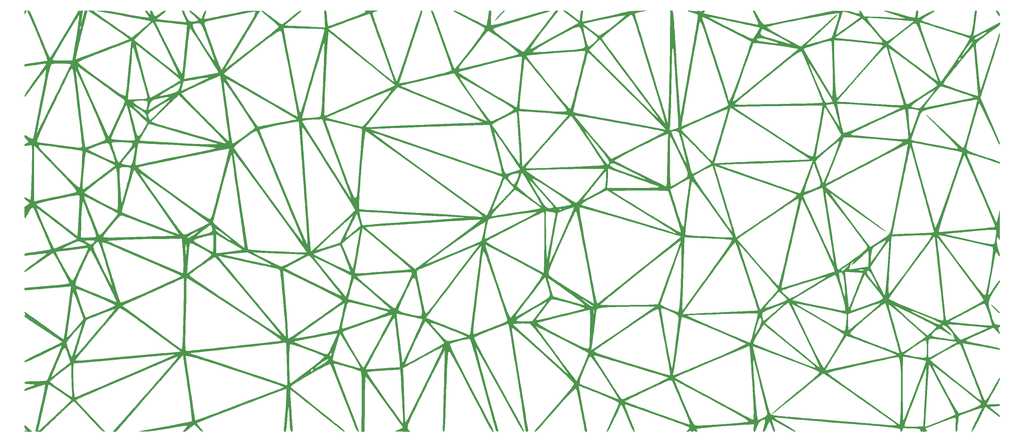
<source format=gbr>
G04 #@! TF.GenerationSoftware,KiCad,Pcbnew,(5.1.0)-1*
G04 #@! TF.CreationDate,2019-03-27T22:24:01+02:00*
G04 #@! TF.ProjectId,PROJECT,50524f4a-4543-4542-9e6b-696361645f70,rev?*
G04 #@! TF.SameCoordinates,Original*
G04 #@! TF.FileFunction,Legend,Top*
G04 #@! TF.FilePolarity,Positive*
%FSLAX46Y46*%
G04 Gerber Fmt 4.6, Leading zero omitted, Abs format (unit mm)*
G04 Created by KiCad (PCBNEW (5.1.0)-1) date 2019-03-27 22:24:01*
%MOMM*%
%LPD*%
G04 APERTURE LIST*
%ADD10C,0.010000*%
G04 APERTURE END LIST*
D10*
G36*
X45689109Y-13465015D02*
G01*
X45720089Y-13571742D01*
X45595353Y-13846523D01*
X45550437Y-13932647D01*
X45338576Y-14322146D01*
X45228640Y-14448818D01*
X45187304Y-14318280D01*
X45181213Y-13994902D01*
X45211950Y-13624673D01*
X45334489Y-13469951D01*
X45493044Y-13447059D01*
X45689109Y-13465015D01*
X45689109Y-13465015D01*
G37*
X45689109Y-13465015D02*
X45720089Y-13571742D01*
X45595353Y-13846523D01*
X45550437Y-13932647D01*
X45338576Y-14322146D01*
X45228640Y-14448818D01*
X45187304Y-14318280D01*
X45181213Y-13994902D01*
X45211950Y-13624673D01*
X45334489Y-13469951D01*
X45493044Y-13447059D01*
X45689109Y-13465015D01*
G36*
X335136741Y-13576687D02*
G01*
X335430581Y-13894450D01*
X335671316Y-14302132D01*
X335792073Y-14700499D01*
X335791716Y-14835645D01*
X335749350Y-15009751D01*
X335661992Y-15020627D01*
X335488639Y-14840330D01*
X335188283Y-14440923D01*
X335164546Y-14408306D01*
X334823136Y-13929807D01*
X334647803Y-13643574D01*
X334622861Y-13500680D01*
X334732622Y-13452200D01*
X334856667Y-13448079D01*
X335136741Y-13576687D01*
X335136741Y-13576687D01*
G37*
X335136741Y-13576687D02*
X335430581Y-13894450D01*
X335671316Y-14302132D01*
X335792073Y-14700499D01*
X335791716Y-14835645D01*
X335749350Y-15009751D01*
X335661992Y-15020627D01*
X335488639Y-14840330D01*
X335188283Y-14440923D01*
X335164546Y-14408306D01*
X334823136Y-13929807D01*
X334647803Y-13643574D01*
X334622861Y-13500680D01*
X334732622Y-13452200D01*
X334856667Y-13448079D01*
X335136741Y-13576687D01*
G36*
X188185922Y-13559117D02*
G01*
X188082958Y-13700496D01*
X187802445Y-14016085D01*
X187381484Y-14465876D01*
X186857176Y-15009857D01*
X186557950Y-15314706D01*
X186046874Y-15822875D01*
X185663917Y-16184730D01*
X185431314Y-16381028D01*
X185371295Y-16392528D01*
X185446877Y-16276313D01*
X186076782Y-15465806D01*
X186667547Y-14759068D01*
X187194642Y-14180432D01*
X187633539Y-13754231D01*
X187959710Y-13504798D01*
X188148627Y-13456465D01*
X188185922Y-13559117D01*
X188185922Y-13559117D01*
G37*
X188185922Y-13559117D02*
X188082958Y-13700496D01*
X187802445Y-14016085D01*
X187381484Y-14465876D01*
X186857176Y-15009857D01*
X186557950Y-15314706D01*
X186046874Y-15822875D01*
X185663917Y-16184730D01*
X185431314Y-16381028D01*
X185371295Y-16392528D01*
X185446877Y-16276313D01*
X186076782Y-15465806D01*
X186667547Y-14759068D01*
X187194642Y-14180432D01*
X187633539Y-13754231D01*
X187959710Y-13504798D01*
X188148627Y-13456465D01*
X188185922Y-13559117D01*
G36*
X333477852Y-101351113D02*
G01*
X333586667Y-101430462D01*
X334105918Y-101845822D01*
X334630473Y-102310565D01*
X335110196Y-102774366D01*
X335494952Y-103186902D01*
X335734607Y-103497852D01*
X335788066Y-103640132D01*
X335668600Y-103639668D01*
X335375819Y-103432265D01*
X334936156Y-103038377D01*
X334654863Y-102763248D01*
X333994033Y-102091639D01*
X333543003Y-101610985D01*
X333304687Y-101324922D01*
X333281998Y-101237086D01*
X333477852Y-101351113D01*
X333477852Y-101351113D01*
G37*
X333477852Y-101351113D02*
X333586667Y-101430462D01*
X334105918Y-101845822D01*
X334630473Y-102310565D01*
X335110196Y-102774366D01*
X335494952Y-103186902D01*
X335734607Y-103497852D01*
X335788066Y-103640132D01*
X335668600Y-103639668D01*
X335375819Y-103432265D01*
X334936156Y-103038377D01*
X334654863Y-102763248D01*
X333994033Y-102091639D01*
X333543003Y-101610985D01*
X333304687Y-101324922D01*
X333281998Y-101237086D01*
X333477852Y-101351113D01*
G36*
X99290825Y-13471879D02*
G01*
X99277880Y-13632838D01*
X99187801Y-14007341D01*
X99038334Y-14524652D01*
X98979365Y-14713501D01*
X98815408Y-15263732D01*
X98707108Y-15696126D01*
X98671629Y-15939221D01*
X98678679Y-15965580D01*
X98713800Y-15979067D01*
X98796662Y-15979757D01*
X98950423Y-15963234D01*
X99198243Y-15925076D01*
X99563279Y-15860866D01*
X100068691Y-15766185D01*
X100737637Y-15636614D01*
X101593276Y-15467735D01*
X102658766Y-15255128D01*
X103957266Y-14994375D01*
X105511935Y-14681057D01*
X107249583Y-14330219D01*
X108540339Y-14070891D01*
X109577075Y-13867779D01*
X110406818Y-13714496D01*
X111076596Y-13604654D01*
X111633434Y-13531868D01*
X112124360Y-13489749D01*
X112596402Y-13471911D01*
X113096585Y-13471967D01*
X113511584Y-13479753D01*
X115355518Y-13521764D01*
X114617609Y-14717059D01*
X114375848Y-15111691D01*
X114000285Y-15728653D01*
X113512507Y-16532303D01*
X112934104Y-17487000D01*
X112286665Y-18557103D01*
X111591779Y-19706970D01*
X110871034Y-20900962D01*
X110680717Y-21216470D01*
X109923562Y-22470649D01*
X109157974Y-23736535D01*
X108410814Y-24969868D01*
X107708944Y-26126391D01*
X107079225Y-27161845D01*
X106548521Y-28031973D01*
X106143692Y-28692516D01*
X106112861Y-28742589D01*
X105682584Y-29455713D01*
X105332559Y-30064634D01*
X105083664Y-30530516D01*
X104956773Y-30814523D01*
X104962132Y-30883342D01*
X105133588Y-30771611D01*
X105520940Y-30489958D01*
X106100764Y-30056454D01*
X106849636Y-29489169D01*
X107744132Y-28806174D01*
X108760830Y-28025541D01*
X109876305Y-27165340D01*
X111067134Y-26243641D01*
X112309894Y-25278517D01*
X113581160Y-24288038D01*
X114857510Y-23290274D01*
X116115519Y-22303298D01*
X117331765Y-21345178D01*
X117591592Y-21139914D01*
X118468674Y-20438571D01*
X119262012Y-19788707D01*
X119941333Y-19216370D01*
X120476362Y-18747608D01*
X120631926Y-18601246D01*
X122331039Y-18601246D01*
X122340295Y-18757314D01*
X122398725Y-19157442D01*
X122498148Y-19752099D01*
X122630384Y-20491753D01*
X122742385Y-21091903D01*
X123370939Y-24401855D01*
X123945823Y-27423704D01*
X124468191Y-30163393D01*
X124939197Y-32626869D01*
X125359995Y-34820076D01*
X125731738Y-36748957D01*
X126055579Y-38419458D01*
X126332672Y-39837523D01*
X126564170Y-41009097D01*
X126751228Y-41940125D01*
X126894998Y-42636550D01*
X126996634Y-43104318D01*
X127057290Y-43349373D01*
X127067101Y-43378923D01*
X127251842Y-43705476D01*
X127436696Y-43733626D01*
X127626654Y-43463271D01*
X127668392Y-43366764D01*
X127764026Y-43089032D01*
X127933270Y-42550724D01*
X128168169Y-41779412D01*
X128460769Y-40802666D01*
X128803116Y-39648056D01*
X129187255Y-38343155D01*
X129605233Y-36915533D01*
X130049095Y-35392760D01*
X130510886Y-33802408D01*
X130982653Y-32172048D01*
X131456440Y-30529250D01*
X131924295Y-28901585D01*
X132378261Y-27316625D01*
X132810386Y-25801940D01*
X133212714Y-24385100D01*
X133577292Y-23093678D01*
X133896164Y-21955243D01*
X134161378Y-20997367D01*
X134364978Y-20247620D01*
X134499010Y-19733574D01*
X134550399Y-19512660D01*
X134595928Y-19162980D01*
X134499829Y-19000123D01*
X134190151Y-18919841D01*
X134134983Y-18910767D01*
X133875611Y-18888838D01*
X133639514Y-18876692D01*
X135651844Y-18876692D01*
X136246432Y-19336875D01*
X136481035Y-19523821D01*
X136927138Y-19884509D01*
X137561199Y-20399675D01*
X138359676Y-21050051D01*
X139299028Y-21816371D01*
X140355712Y-22679371D01*
X141506185Y-23619782D01*
X142726906Y-24618341D01*
X143994333Y-25655780D01*
X145284924Y-26712833D01*
X146575136Y-27770235D01*
X147841427Y-28808718D01*
X149060256Y-29809019D01*
X150208080Y-30751869D01*
X151261357Y-31618003D01*
X152196544Y-32388156D01*
X152476970Y-32619395D01*
X153265894Y-33261400D01*
X153974378Y-33821122D01*
X154570352Y-34274602D01*
X155021743Y-34597878D01*
X155296481Y-34766990D01*
X155367215Y-34778720D01*
X155329409Y-34591442D01*
X155201040Y-34162328D01*
X154995265Y-33530897D01*
X154725245Y-32736669D01*
X154404138Y-31819163D01*
X154085069Y-30928209D01*
X153722864Y-29924203D01*
X153282137Y-28697684D01*
X152784382Y-27308757D01*
X152251095Y-25817525D01*
X151703771Y-24284093D01*
X151163907Y-22768562D01*
X150691885Y-21440588D01*
X150121291Y-19831659D01*
X149643080Y-18482429D01*
X149247828Y-17370584D01*
X148926112Y-16473809D01*
X148668508Y-15769790D01*
X148465592Y-15236212D01*
X148307941Y-14850762D01*
X148186132Y-14591123D01*
X148090741Y-14434983D01*
X148012344Y-14360027D01*
X147941517Y-14343940D01*
X147868838Y-14364407D01*
X147784882Y-14399115D01*
X147725900Y-14417319D01*
X147433277Y-14506158D01*
X146896273Y-14687125D01*
X146157695Y-14944649D01*
X145260350Y-15263157D01*
X144247045Y-15627079D01*
X143160587Y-16020844D01*
X142043781Y-16428881D01*
X140939436Y-16835617D01*
X139890358Y-17225482D01*
X138939353Y-17582905D01*
X138129229Y-17892315D01*
X137560468Y-18115059D01*
X135651844Y-18876692D01*
X133639514Y-18876692D01*
X133363529Y-18862494D01*
X132639686Y-18832807D01*
X131745029Y-18800853D01*
X130720507Y-18767703D01*
X129607069Y-18734433D01*
X128445662Y-18702115D01*
X127277234Y-18671824D01*
X126142735Y-18644634D01*
X125083112Y-18621617D01*
X124139313Y-18603849D01*
X123352288Y-18592402D01*
X122762983Y-18588350D01*
X122412347Y-18592767D01*
X122331039Y-18601246D01*
X120631926Y-18601246D01*
X120836824Y-18408469D01*
X120992443Y-18225004D01*
X120996364Y-18210444D01*
X120883357Y-18040802D01*
X120565307Y-17707975D01*
X120073677Y-17240101D01*
X119439925Y-16665316D01*
X118695513Y-16011760D01*
X117871899Y-15307568D01*
X117000544Y-14580879D01*
X116300208Y-14010277D01*
X115931068Y-13695623D01*
X115790756Y-13521122D01*
X115856952Y-13454078D01*
X115917722Y-13449983D01*
X116123528Y-13538933D01*
X116529641Y-13789789D01*
X117097494Y-14175928D01*
X117788524Y-14670726D01*
X118564165Y-15247559D01*
X118970307Y-15557375D01*
X119865600Y-16242554D01*
X120554493Y-16759070D01*
X121069021Y-17127303D01*
X121441222Y-17367636D01*
X121703132Y-17500449D01*
X121886788Y-17546124D01*
X122024228Y-17525041D01*
X122047737Y-17515182D01*
X122264444Y-17374634D01*
X122673567Y-17071802D01*
X123233688Y-16638788D01*
X123903388Y-16107691D01*
X124641247Y-15510613D01*
X124767879Y-15406991D01*
X125732367Y-14631930D01*
X126502316Y-14046696D01*
X127070089Y-13656737D01*
X127428049Y-13467497D01*
X127513265Y-13449184D01*
X127597357Y-13478883D01*
X127570699Y-13580459D01*
X127415490Y-13770255D01*
X127113930Y-14064617D01*
X126648218Y-14479889D01*
X126000554Y-15032416D01*
X125153137Y-15738544D01*
X124088166Y-16614616D01*
X123882728Y-16782835D01*
X123400168Y-17189290D01*
X123022607Y-17529257D01*
X122802121Y-17754677D01*
X122766667Y-17812809D01*
X122899919Y-17896672D01*
X123200770Y-17929411D01*
X123494495Y-17937327D01*
X124048309Y-17959492D01*
X124814899Y-17993533D01*
X125746953Y-18037080D01*
X126797158Y-18087759D01*
X127918201Y-18143199D01*
X129062769Y-18201027D01*
X130183549Y-18258871D01*
X131233228Y-18314358D01*
X132164494Y-18365118D01*
X132930034Y-18408776D01*
X133482534Y-18442962D01*
X133589452Y-18450289D01*
X134791025Y-18535433D01*
X134701018Y-16850364D01*
X134655815Y-16063580D01*
X134605791Y-15287504D01*
X134558139Y-14629670D01*
X134530892Y-14306176D01*
X134495585Y-13821632D01*
X134517606Y-13563621D01*
X134615104Y-13462282D01*
X134754064Y-13447059D01*
X134921828Y-13481174D01*
X135045853Y-13613446D01*
X135138567Y-13888762D01*
X135212393Y-14352011D01*
X135279758Y-15048082D01*
X135312397Y-15464117D01*
X135390977Y-16435697D01*
X135463086Y-17144678D01*
X135535096Y-17627026D01*
X135613379Y-17918708D01*
X135704307Y-18055687D01*
X135775639Y-18078823D01*
X135991543Y-18025953D01*
X136452444Y-17877214D01*
X137118800Y-17647409D01*
X137951066Y-17351345D01*
X138909700Y-17003825D01*
X139955158Y-16619654D01*
X141047897Y-16213637D01*
X142148374Y-15800580D01*
X143217046Y-15395286D01*
X144214368Y-15012560D01*
X145100799Y-14667208D01*
X145836794Y-14374034D01*
X146382811Y-14147843D01*
X146699306Y-14003439D01*
X146758901Y-13966753D01*
X146730008Y-13817117D01*
X146630361Y-13674787D01*
X146580273Y-13581469D01*
X146646489Y-13518166D01*
X146871462Y-13479754D01*
X147297646Y-13461105D01*
X147967496Y-13457094D01*
X148417212Y-13459037D01*
X150398788Y-13471016D01*
X149629091Y-13722312D01*
X149178463Y-13885602D01*
X148953040Y-14036718D01*
X148881135Y-14242597D01*
X148881847Y-14420039D01*
X148936400Y-14651405D01*
X149083407Y-15133401D01*
X149312332Y-15835050D01*
X149612638Y-16725373D01*
X149973789Y-17773394D01*
X150385250Y-18948132D01*
X150836485Y-20218612D01*
X151168005Y-21141764D01*
X151700097Y-22620411D01*
X152251429Y-24159084D01*
X152802523Y-25702986D01*
X153333903Y-27197317D01*
X153826091Y-28587280D01*
X154259610Y-29818075D01*
X154614984Y-30834905D01*
X154686158Y-31040083D01*
X155029428Y-32020476D01*
X155344778Y-32900231D01*
X155618134Y-33641751D01*
X155835421Y-34207442D01*
X155982564Y-34559710D01*
X156042603Y-34663318D01*
X156103061Y-34616302D01*
X156192465Y-34464403D01*
X156316415Y-34191641D01*
X156480508Y-33782036D01*
X156690344Y-33219609D01*
X156951520Y-32488379D01*
X157269635Y-31572366D01*
X157650288Y-30455592D01*
X158099077Y-29122075D01*
X158621600Y-27555836D01*
X159223456Y-25740895D01*
X159910244Y-23661272D01*
X160118723Y-23028777D01*
X160651738Y-21413285D01*
X161158144Y-19882661D01*
X161630044Y-18460506D01*
X162059540Y-17170420D01*
X162438735Y-16036004D01*
X162759730Y-15080857D01*
X163014630Y-14328581D01*
X163195535Y-13802775D01*
X163294549Y-13527040D01*
X163310525Y-13490569D01*
X163503638Y-13456480D01*
X163602719Y-13471204D01*
X163641483Y-13494902D01*
X163662518Y-13555899D01*
X163660708Y-13670685D01*
X163630935Y-13855751D01*
X163568081Y-14127590D01*
X163467031Y-14502692D01*
X163322665Y-14997549D01*
X163129867Y-15628652D01*
X162883520Y-16412493D01*
X162578507Y-17365563D01*
X162209710Y-18504354D01*
X161772011Y-19845356D01*
X161260295Y-21405062D01*
X160669443Y-23199963D01*
X159994339Y-25246550D01*
X159241769Y-27525280D01*
X158770821Y-28952230D01*
X158329546Y-30292103D01*
X157926679Y-31518173D01*
X157570957Y-32603719D01*
X157271116Y-33522016D01*
X157035894Y-34246340D01*
X156874026Y-34749968D01*
X156794249Y-35006177D01*
X156787273Y-35033221D01*
X156872765Y-35100199D01*
X157141841Y-35107607D01*
X157613398Y-35052130D01*
X158306335Y-34930453D01*
X159239551Y-34739260D01*
X160431943Y-34475237D01*
X161887793Y-34138500D01*
X163869195Y-33668022D01*
X165695908Y-33223443D01*
X167347897Y-32810079D01*
X168805127Y-32433243D01*
X170047566Y-32098250D01*
X171055177Y-31810414D01*
X171068040Y-31806392D01*
X174297453Y-31806392D01*
X174397868Y-31906359D01*
X174735159Y-32145169D01*
X175282957Y-32506704D01*
X176014891Y-32974847D01*
X176904592Y-33533478D01*
X177925688Y-34166481D01*
X179051811Y-34857736D01*
X180256589Y-35591127D01*
X181513653Y-36350535D01*
X182796631Y-37119842D01*
X184079155Y-37882931D01*
X185334854Y-38623682D01*
X186537357Y-39325979D01*
X187652122Y-39969024D01*
X188557748Y-40487931D01*
X189398963Y-40970640D01*
X190131175Y-41391508D01*
X190709790Y-41724891D01*
X191090217Y-41945143D01*
X191192728Y-42005159D01*
X191549979Y-42190784D01*
X191806775Y-42279757D01*
X191823216Y-42281012D01*
X191905141Y-42137112D01*
X191940217Y-41985575D01*
X192655152Y-41985575D01*
X192655152Y-42697835D01*
X193309394Y-42786855D01*
X193684458Y-42827819D01*
X194325956Y-42886468D01*
X195193193Y-42959620D01*
X196245476Y-43044093D01*
X197442111Y-43136707D01*
X198742405Y-43234280D01*
X200105663Y-43333629D01*
X201491192Y-43431575D01*
X202045455Y-43469848D01*
X203158930Y-43531983D01*
X204204171Y-43563696D01*
X205135693Y-43565847D01*
X205908011Y-43539290D01*
X206475637Y-43484885D01*
X206793088Y-43403488D01*
X206827316Y-43379723D01*
X206829493Y-43210185D01*
X206652295Y-42863104D01*
X206286225Y-42322514D01*
X205854742Y-41744870D01*
X205314081Y-41047601D01*
X204652432Y-40207094D01*
X203890913Y-39249196D01*
X203050644Y-38199757D01*
X202152742Y-37084623D01*
X201218327Y-35929641D01*
X200268516Y-34760661D01*
X199324428Y-33603528D01*
X198407181Y-32484092D01*
X197537895Y-31428199D01*
X196737686Y-30461697D01*
X196027674Y-29610435D01*
X195428978Y-28900259D01*
X194962715Y-28357017D01*
X194650003Y-28006556D01*
X194536702Y-27892292D01*
X194310121Y-27718657D01*
X194204239Y-27773273D01*
X194136046Y-28041703D01*
X194070788Y-28432771D01*
X193981999Y-29078482D01*
X193874015Y-29938004D01*
X193751173Y-30970507D01*
X193617809Y-32135158D01*
X193478260Y-33391127D01*
X193336861Y-34697582D01*
X193197951Y-36013691D01*
X193065864Y-37298623D01*
X192944938Y-38511546D01*
X192839509Y-39611630D01*
X192753913Y-40558042D01*
X192692487Y-41309952D01*
X192659568Y-41826527D01*
X192655152Y-41985575D01*
X191940217Y-41985575D01*
X192001747Y-41719758D01*
X192108611Y-41053744D01*
X192221312Y-40163866D01*
X192255748Y-39855588D01*
X192354304Y-38930189D01*
X192464762Y-37861300D01*
X192583474Y-36687194D01*
X192706787Y-35446141D01*
X192831052Y-34176412D01*
X192952616Y-32916280D01*
X193067831Y-31704016D01*
X193173043Y-30577891D01*
X193264603Y-29576175D01*
X193338860Y-28737142D01*
X193392164Y-28099062D01*
X193420862Y-27700206D01*
X193424849Y-27600077D01*
X193422797Y-27430288D01*
X193401366Y-27291577D01*
X193337646Y-27187596D01*
X193208724Y-27121999D01*
X192991689Y-27098438D01*
X192663629Y-27120565D01*
X192201634Y-27192034D01*
X191582791Y-27316497D01*
X190784188Y-27497607D01*
X189782916Y-27739016D01*
X188556061Y-28044377D01*
X187080713Y-28417344D01*
X185333959Y-28861568D01*
X185035152Y-28937619D01*
X182663571Y-29543116D01*
X180589699Y-30076671D01*
X178812494Y-30538562D01*
X177330913Y-30929069D01*
X176143913Y-31248470D01*
X175250451Y-31497043D01*
X174649486Y-31675067D01*
X174339973Y-31782821D01*
X174297453Y-31806392D01*
X171068040Y-31806392D01*
X171807927Y-31575050D01*
X172285780Y-31397471D01*
X172368309Y-31358457D01*
X172430912Y-31299913D01*
X172457943Y-31186050D01*
X172441333Y-30989130D01*
X172373013Y-30681419D01*
X172244915Y-30235181D01*
X172048969Y-29622681D01*
X171777107Y-28816184D01*
X171421261Y-27787953D01*
X170973361Y-26510253D01*
X170884099Y-26256628D01*
X170392828Y-24865138D01*
X169858683Y-23358847D01*
X169308637Y-21813381D01*
X168769667Y-20304365D01*
X168268747Y-18907423D01*
X167832852Y-17698182D01*
X167733669Y-17424326D01*
X167366563Y-16409991D01*
X167035352Y-15491129D01*
X166753155Y-14704433D01*
X166533089Y-14086596D01*
X166388272Y-13674310D01*
X166331822Y-13504269D01*
X166331516Y-13502267D01*
X166459358Y-13455473D01*
X166600909Y-13447319D01*
X166692092Y-13498374D01*
X166811610Y-13667062D01*
X166969105Y-13976901D01*
X167174218Y-14451409D01*
X167436590Y-15114104D01*
X167765863Y-15988503D01*
X168171677Y-17098124D01*
X168663673Y-18466486D01*
X168698768Y-18564672D01*
X169308569Y-20265195D01*
X169906675Y-21921563D01*
X170483650Y-23508384D01*
X171030059Y-25000270D01*
X171536468Y-26371828D01*
X171993440Y-27597671D01*
X172391541Y-28652407D01*
X172721335Y-29510647D01*
X172973388Y-30146999D01*
X173138265Y-30536076D01*
X173176776Y-30615077D01*
X173263245Y-30754206D01*
X173359409Y-30803098D01*
X173501199Y-30733139D01*
X173598914Y-30638014D01*
X174535818Y-30638014D01*
X174554767Y-30759183D01*
X174696369Y-30800361D01*
X175040643Y-30776404D01*
X175605482Y-30683882D01*
X176408777Y-30519363D01*
X177468420Y-30279416D01*
X178802304Y-29960610D01*
X179108485Y-29885879D01*
X180673064Y-29500756D01*
X182250779Y-29108439D01*
X183812849Y-28716392D01*
X185330489Y-28332077D01*
X186774918Y-27962955D01*
X188117350Y-27616488D01*
X189329005Y-27300139D01*
X190381097Y-27021369D01*
X190933744Y-26871824D01*
X194639327Y-26871824D01*
X194681884Y-26979409D01*
X194865027Y-27253904D01*
X195194599Y-27702748D01*
X195676445Y-28333378D01*
X196316408Y-29153231D01*
X197120334Y-30169746D01*
X198094065Y-31390360D01*
X199243447Y-32822510D01*
X200574324Y-34473634D01*
X201935871Y-36157647D01*
X202915607Y-37358668D01*
X203857502Y-38495495D01*
X204742578Y-39546485D01*
X205551858Y-40489992D01*
X206266367Y-41304372D01*
X206867126Y-41967981D01*
X207335160Y-42459175D01*
X207651492Y-42756310D01*
X207793937Y-42839216D01*
X207906563Y-42679843D01*
X208071187Y-42294795D01*
X208262744Y-41747708D01*
X208400050Y-41300308D01*
X208673379Y-40337794D01*
X208977809Y-39228492D01*
X209305750Y-38003193D01*
X209649610Y-36692683D01*
X210001800Y-35327753D01*
X210354730Y-33939189D01*
X210700808Y-32557782D01*
X211032445Y-31214318D01*
X211342051Y-29939587D01*
X211622034Y-28764378D01*
X211864805Y-27719478D01*
X212062773Y-26835677D01*
X212208348Y-26143762D01*
X212293940Y-25674523D01*
X212311958Y-25458747D01*
X212307777Y-25449508D01*
X212126547Y-25430730D01*
X211672390Y-25437789D01*
X210978848Y-25467984D01*
X210079466Y-25518616D01*
X209007788Y-25586984D01*
X207797357Y-25670387D01*
X206481716Y-25766126D01*
X205094411Y-25871501D01*
X203668983Y-25983809D01*
X202238978Y-26100353D01*
X200837939Y-26218431D01*
X199499410Y-26335343D01*
X198256934Y-26448388D01*
X197144056Y-26554867D01*
X196194318Y-26652080D01*
X195441265Y-26737325D01*
X194918441Y-26807902D01*
X194659389Y-26861112D01*
X194639327Y-26871824D01*
X190933744Y-26871824D01*
X191244845Y-26787641D01*
X191891464Y-26606417D01*
X192292172Y-26485158D01*
X192417184Y-26435595D01*
X192404063Y-26243354D01*
X192135954Y-25887016D01*
X192021702Y-25773333D01*
X196572109Y-25773333D01*
X196572530Y-25835551D01*
X196710094Y-25864751D01*
X197078965Y-25872232D01*
X197689597Y-25857464D01*
X198552448Y-25819919D01*
X199677972Y-25759068D01*
X201076625Y-25674383D01*
X202758863Y-25565335D01*
X204735142Y-25431394D01*
X205201213Y-25399173D01*
X206855452Y-25281739D01*
X208228038Y-25175882D01*
X213297132Y-25175882D01*
X214552254Y-26445882D01*
X214999324Y-26895993D01*
X215637443Y-27535194D01*
X216442144Y-28339174D01*
X217388961Y-29283618D01*
X218453429Y-30344214D01*
X219611081Y-31496650D01*
X220837451Y-32716612D01*
X222108075Y-33979787D01*
X223398485Y-35261863D01*
X224684215Y-36538527D01*
X225940800Y-37785466D01*
X227143774Y-38978367D01*
X228268671Y-40092917D01*
X229291025Y-41104803D01*
X230186369Y-41989713D01*
X230930238Y-42723333D01*
X231132543Y-42922418D01*
X232115754Y-43879224D01*
X232894858Y-44614824D01*
X233471441Y-45130362D01*
X233847089Y-45426979D01*
X234023388Y-45505815D01*
X234001925Y-45368013D01*
X233784287Y-45014715D01*
X233512724Y-44635277D01*
X233324889Y-44382112D01*
X232973124Y-43908926D01*
X232473901Y-43237848D01*
X231843693Y-42391007D01*
X231098973Y-41390531D01*
X230256213Y-40258548D01*
X229331886Y-39017188D01*
X228342464Y-37688580D01*
X227304421Y-36294851D01*
X226757057Y-35560000D01*
X225660965Y-34088125D01*
X224574986Y-32629098D01*
X223519612Y-31210497D01*
X222515336Y-29859898D01*
X221582649Y-28604876D01*
X220742042Y-27473009D01*
X220014009Y-26491872D01*
X219419040Y-25689043D01*
X218977627Y-25092098D01*
X218874145Y-24951764D01*
X218319952Y-24202028D01*
X217809515Y-23516237D01*
X217376652Y-22939455D01*
X217055179Y-22516748D01*
X216880412Y-22294949D01*
X216592728Y-21954016D01*
X213297132Y-25175882D01*
X208228038Y-25175882D01*
X208228285Y-25175863D01*
X209345674Y-25075961D01*
X210233584Y-24976446D01*
X210917979Y-24871735D01*
X211424824Y-24756242D01*
X211780082Y-24624381D01*
X212009718Y-24470569D01*
X212139697Y-24289220D01*
X212195981Y-24074749D01*
X212205455Y-23892522D01*
X212167269Y-23528238D01*
X212064026Y-22949406D01*
X211912696Y-22226890D01*
X211730248Y-21431553D01*
X211533654Y-20634261D01*
X211339884Y-19905876D01*
X211165908Y-19317263D01*
X211028697Y-18939285D01*
X211009996Y-18900588D01*
X210786425Y-18545880D01*
X210627904Y-18411071D01*
X211675942Y-18411071D01*
X211716194Y-18868791D01*
X211826807Y-19527258D01*
X211999709Y-20343454D01*
X212226829Y-21274357D01*
X212439442Y-22063157D01*
X212679422Y-22901785D01*
X212862718Y-23492046D01*
X213006800Y-23875601D01*
X213129137Y-24094107D01*
X213247197Y-24189227D01*
X213337451Y-24204706D01*
X213537459Y-24108300D01*
X213898649Y-23849146D01*
X214360994Y-23472338D01*
X214654300Y-23215446D01*
X215282491Y-22635543D01*
X215697064Y-22207012D01*
X215923169Y-21892571D01*
X215984329Y-21661094D01*
X217131516Y-21661094D01*
X217222345Y-21826607D01*
X217493213Y-22229502D01*
X217941687Y-22866475D01*
X218565336Y-23734221D01*
X219361730Y-24829436D01*
X220328436Y-26148813D01*
X221463023Y-27689051D01*
X222763059Y-29446842D01*
X224226114Y-31418884D01*
X225849756Y-33601871D01*
X227631553Y-35992498D01*
X229569074Y-38587462D01*
X230600787Y-39967647D01*
X231812006Y-41584964D01*
X232853728Y-42970511D01*
X233735000Y-44135964D01*
X234464871Y-45092995D01*
X235052386Y-45853281D01*
X235506594Y-46428496D01*
X235836542Y-46830314D01*
X236051277Y-47070410D01*
X236159846Y-47160459D01*
X236173923Y-47159232D01*
X236152400Y-47003107D01*
X236056025Y-46596591D01*
X235894674Y-45976577D01*
X235678222Y-45179960D01*
X235416548Y-44243632D01*
X235119527Y-43204488D01*
X235061975Y-43005586D01*
X234729871Y-41869385D01*
X234329479Y-40514905D01*
X233881140Y-39010040D01*
X233405193Y-37422687D01*
X232921978Y-35820741D01*
X232451833Y-34272097D01*
X232137722Y-33244117D01*
X231655878Y-31669525D01*
X231116444Y-29902173D01*
X230546084Y-28029719D01*
X229971463Y-26139823D01*
X229419248Y-24320141D01*
X228916103Y-22658334D01*
X228706205Y-21963529D01*
X228187687Y-20257947D01*
X227742039Y-18821319D01*
X227362040Y-17634062D01*
X227040468Y-16676594D01*
X226770102Y-15929332D01*
X226543722Y-15372696D01*
X226354105Y-14987103D01*
X226194031Y-14752970D01*
X226056279Y-14650716D01*
X226006413Y-14642353D01*
X225815318Y-14734139D01*
X225425119Y-14992197D01*
X224868633Y-15390572D01*
X224178678Y-15903309D01*
X223388072Y-16504457D01*
X222529631Y-17168059D01*
X221636173Y-17868164D01*
X220740516Y-18578816D01*
X219875478Y-19274062D01*
X219073875Y-19927949D01*
X218368526Y-20514522D01*
X217792247Y-21007827D01*
X217377857Y-21381911D01*
X217158173Y-21610820D01*
X217131516Y-21661094D01*
X215984329Y-21661094D01*
X215985956Y-21654938D01*
X215910574Y-21456833D01*
X215872946Y-21408948D01*
X215614557Y-21151661D01*
X215196228Y-20784655D01*
X214665025Y-20344278D01*
X214068011Y-19866877D01*
X213452251Y-19388800D01*
X212864810Y-18946395D01*
X212352752Y-18576010D01*
X211963143Y-18313991D01*
X211743046Y-18196688D01*
X211714121Y-18197118D01*
X211675942Y-18411071D01*
X210627904Y-18411071D01*
X210526585Y-18324908D01*
X210191534Y-18241613D01*
X209742329Y-18299936D01*
X209140029Y-18503816D01*
X208345691Y-18857195D01*
X207543453Y-19251358D01*
X206755134Y-19658453D01*
X205764819Y-20186236D01*
X204632393Y-20801343D01*
X203417739Y-21470406D01*
X202180745Y-22160061D01*
X200981294Y-22836940D01*
X199879272Y-23467679D01*
X198934564Y-24018911D01*
X198273940Y-24416013D01*
X197639629Y-24830272D01*
X197114938Y-25219287D01*
X196744290Y-25545996D01*
X196572109Y-25773333D01*
X192021702Y-25773333D01*
X191614258Y-25367919D01*
X190840376Y-24687403D01*
X189815710Y-23846808D01*
X189191516Y-23352583D01*
X188424063Y-22765722D01*
X187590675Y-22153697D01*
X186731671Y-21543504D01*
X185887367Y-20962142D01*
X185098080Y-20436607D01*
X184404128Y-19993895D01*
X183845827Y-19661006D01*
X183463496Y-19464934D01*
X183323899Y-19423529D01*
X183175902Y-19538279D01*
X182874360Y-19859948D01*
X182448054Y-20354668D01*
X181925767Y-20988570D01*
X181336279Y-21727784D01*
X181006748Y-22150294D01*
X180239037Y-23137196D01*
X179381910Y-24230845D01*
X178504107Y-25344059D01*
X177674367Y-26389659D01*
X176977676Y-27260283D01*
X176180093Y-28257813D01*
X175561268Y-29048997D01*
X175104315Y-29658224D01*
X174792347Y-30109878D01*
X174608477Y-30428346D01*
X174535818Y-30638014D01*
X173598914Y-30638014D01*
X173724547Y-30515712D01*
X174065384Y-30122202D01*
X174559642Y-29523993D01*
X174583861Y-29494489D01*
X175584148Y-28262074D01*
X176582530Y-27006232D01*
X177559670Y-25753251D01*
X178496230Y-24529422D01*
X179372871Y-23361032D01*
X180170257Y-22274370D01*
X180869050Y-21295725D01*
X181449912Y-20451385D01*
X181893505Y-19767641D01*
X182180492Y-19270780D01*
X182284123Y-19026315D01*
X182272330Y-18657205D01*
X182090481Y-18453578D01*
X181790961Y-18264795D01*
X181257208Y-17956857D01*
X180527151Y-17550310D01*
X179638719Y-17065701D01*
X178629841Y-16523576D01*
X177538446Y-15944482D01*
X176402464Y-15348965D01*
X175413940Y-14836859D01*
X174489643Y-14356365D01*
X173817523Y-13994963D01*
X173374398Y-13738070D01*
X173137089Y-13571103D01*
X173082416Y-13479478D01*
X173187200Y-13448612D01*
X173206904Y-13448301D01*
X173542822Y-13524301D01*
X174129770Y-13754206D01*
X174970506Y-14139253D01*
X176067788Y-14680682D01*
X176901450Y-15107504D01*
X178384032Y-15872474D01*
X179616424Y-16502411D01*
X180618049Y-17006565D01*
X181408330Y-17394185D01*
X182006689Y-17674521D01*
X182432549Y-17856823D01*
X182705334Y-17950339D01*
X182844466Y-17964320D01*
X182867670Y-17948776D01*
X182934340Y-17736719D01*
X183030277Y-17297016D01*
X183143423Y-16698141D01*
X183261720Y-16008568D01*
X183373112Y-15296771D01*
X183465541Y-14631223D01*
X183495929Y-14380882D01*
X183568081Y-13864649D01*
X183654353Y-13581113D01*
X183784516Y-13464532D01*
X183918783Y-13447059D01*
X184055746Y-13461272D01*
X184142038Y-13538380D01*
X184184755Y-13730081D01*
X184190994Y-14088078D01*
X184167853Y-14664069D01*
X184145027Y-15095203D01*
X184115893Y-15826738D01*
X184107921Y-16501448D01*
X184121154Y-17030728D01*
X184143960Y-17272758D01*
X184232475Y-17802168D01*
X185018662Y-17697386D01*
X185616452Y-17591970D01*
X186467239Y-17400791D01*
X187577212Y-17122184D01*
X188952560Y-16754487D01*
X190599475Y-16296035D01*
X192524145Y-15745164D01*
X194732760Y-15100211D01*
X195265339Y-14943179D01*
X196683431Y-14526740D01*
X197841079Y-14193009D01*
X198771163Y-13933900D01*
X199506562Y-13741328D01*
X200080157Y-13607206D01*
X200524825Y-13523450D01*
X200873448Y-13481973D01*
X201158904Y-13474689D01*
X201225876Y-13477348D01*
X201417202Y-13492513D01*
X201525879Y-13519587D01*
X201529767Y-13566390D01*
X201406727Y-13640743D01*
X201134619Y-13750466D01*
X200691304Y-13903380D01*
X200054641Y-14107306D01*
X199202492Y-14370065D01*
X198112716Y-14699477D01*
X196763174Y-15103363D01*
X195862928Y-15371772D01*
X193776519Y-15994053D01*
X191965770Y-16535906D01*
X190411672Y-17003500D01*
X189095217Y-17403003D01*
X187997396Y-17740582D01*
X187099201Y-18022404D01*
X186381623Y-18254637D01*
X185825654Y-18443449D01*
X185412285Y-18595007D01*
X185122508Y-18715479D01*
X184937314Y-18811033D01*
X184837695Y-18887835D01*
X184804642Y-18952054D01*
X184804243Y-18959910D01*
X184910147Y-19165514D01*
X185190617Y-19503496D01*
X185589788Y-19908053D01*
X185682641Y-19994553D01*
X186139076Y-20385460D01*
X186796446Y-20910839D01*
X187603918Y-21533167D01*
X188510659Y-22214922D01*
X189465835Y-22918582D01*
X190418613Y-23606625D01*
X191318160Y-24241529D01*
X192113642Y-24785772D01*
X192640260Y-25130244D01*
X193187957Y-25472402D01*
X193543135Y-25668633D01*
X193769196Y-25739128D01*
X193929542Y-25704082D01*
X194081291Y-25589198D01*
X194277284Y-25378057D01*
X194630668Y-24956583D01*
X195118349Y-24354782D01*
X195717232Y-23602660D01*
X196404226Y-22730222D01*
X197156235Y-21767474D01*
X197950167Y-20744422D01*
X198762928Y-19691071D01*
X199571425Y-18637427D01*
X200352563Y-17613496D01*
X201083250Y-16649283D01*
X201740392Y-15774795D01*
X202300895Y-15020036D01*
X202741665Y-14415013D01*
X203039610Y-13989732D01*
X203167619Y-13783235D01*
X203420388Y-13513305D01*
X203782274Y-13447059D01*
X203938469Y-13440881D01*
X204055467Y-13440437D01*
X204116117Y-13472868D01*
X204103271Y-13565315D01*
X203999781Y-13744917D01*
X203788496Y-14038814D01*
X203452268Y-14474146D01*
X202973947Y-15078053D01*
X202336385Y-15877675D01*
X201901769Y-16423118D01*
X200870612Y-17731193D01*
X199891019Y-18998375D01*
X198978550Y-20202812D01*
X198148762Y-21322653D01*
X197417213Y-22336047D01*
X196799463Y-23221142D01*
X196311068Y-23956086D01*
X195967587Y-24519028D01*
X195784579Y-24888117D01*
X195769417Y-25036002D01*
X195916058Y-24981973D01*
X196298632Y-24795034D01*
X196886323Y-24491492D01*
X197648320Y-24087657D01*
X198553809Y-23599837D01*
X199571977Y-23044341D01*
X200523620Y-22519720D01*
X201762695Y-21834324D01*
X203044912Y-21126597D01*
X204313216Y-20427924D01*
X205510551Y-19769692D01*
X206579861Y-19183284D01*
X207464090Y-18700086D01*
X207779697Y-18528326D01*
X208579462Y-18089472D01*
X209277531Y-17698039D01*
X209832798Y-17377770D01*
X209875743Y-17351708D01*
X211628033Y-17351708D01*
X211760372Y-17483876D01*
X212086806Y-17761016D01*
X212558341Y-18144715D01*
X213125984Y-18596563D01*
X213740741Y-19078150D01*
X214353620Y-19551064D01*
X214915626Y-19976896D01*
X215377766Y-20317234D01*
X215666341Y-20517734D01*
X216058815Y-20754036D01*
X216356107Y-20897922D01*
X216436038Y-20918285D01*
X216623801Y-20839113D01*
X217000220Y-20625806D01*
X217501705Y-20315562D01*
X217824243Y-20106239D01*
X218736249Y-19477515D01*
X219760148Y-18727235D01*
X220821372Y-17913682D01*
X221845355Y-17095138D01*
X222757532Y-16329886D01*
X223442547Y-15714859D01*
X224443637Y-14770306D01*
X223596970Y-14864194D01*
X223106561Y-14932506D01*
X222406462Y-15049446D01*
X221535107Y-15207026D01*
X220530926Y-15397259D01*
X219432351Y-15612158D01*
X218277814Y-15843736D01*
X217105746Y-16084006D01*
X215954580Y-16324979D01*
X214862746Y-16558669D01*
X213868677Y-16777089D01*
X213010803Y-16972252D01*
X212327557Y-17136169D01*
X211857371Y-17260854D01*
X211638676Y-17338319D01*
X211628033Y-17351708D01*
X209875743Y-17351708D01*
X210204156Y-17152409D01*
X210350499Y-17045703D01*
X210351248Y-17042904D01*
X210232420Y-16930085D01*
X209905937Y-16666909D01*
X209409977Y-16282925D01*
X208782718Y-15807678D01*
X208062337Y-15270717D01*
X208042157Y-15255791D01*
X207320821Y-14719675D01*
X206691998Y-14247181D01*
X206193639Y-13867250D01*
X205863696Y-13608823D01*
X205740123Y-13500843D01*
X205740000Y-13500203D01*
X205870920Y-13459906D01*
X206086364Y-13450338D01*
X206333042Y-13543956D01*
X206777154Y-13805774D01*
X207381004Y-14211086D01*
X208106894Y-14735183D01*
X208510909Y-15039460D01*
X210589091Y-16625304D01*
X210800476Y-15036181D01*
X210900218Y-14328310D01*
X210984946Y-13866570D01*
X211071300Y-13599854D01*
X211175922Y-13477055D01*
X211315453Y-13447063D01*
X211317911Y-13447059D01*
X211520610Y-13490998D01*
X211569932Y-13679007D01*
X211534999Y-13932647D01*
X211477851Y-14321753D01*
X211410747Y-14891216D01*
X211347446Y-15523456D01*
X211342695Y-15576176D01*
X211299894Y-16181915D01*
X211307351Y-16542336D01*
X211369361Y-16707594D01*
X211441809Y-16734117D01*
X211679112Y-16701231D01*
X212175683Y-16608439D01*
X212891156Y-16464538D01*
X213785167Y-16278327D01*
X214817353Y-16058603D01*
X215947349Y-15814165D01*
X217134792Y-15553810D01*
X218339316Y-15286337D01*
X219520559Y-15020544D01*
X220638156Y-14765228D01*
X221651742Y-14529188D01*
X222520955Y-14321221D01*
X222596364Y-14302801D01*
X223654699Y-14046138D01*
X224485804Y-13854599D01*
X225160358Y-13717889D01*
X225749044Y-13625713D01*
X226322541Y-13567774D01*
X226951532Y-13533777D01*
X227706696Y-13513427D01*
X228061213Y-13506779D01*
X230447273Y-13464433D01*
X229036220Y-13742619D01*
X228093235Y-13949394D01*
X227445344Y-14141004D01*
X227080415Y-14321756D01*
X226983637Y-14471180D01*
X227026047Y-14638238D01*
X227146202Y-15056062D01*
X227333491Y-15689163D01*
X227577300Y-16502053D01*
X227867018Y-17459246D01*
X228192032Y-18525253D01*
X228355977Y-19060335D01*
X228633625Y-19967214D01*
X228986910Y-21124555D01*
X229404805Y-22496077D01*
X229876286Y-24045501D01*
X230390326Y-25736546D01*
X230935902Y-27532933D01*
X231501987Y-29398381D01*
X232077556Y-31296611D01*
X232651584Y-33191343D01*
X232984195Y-34290000D01*
X233517184Y-36050451D01*
X234031818Y-37749148D01*
X234520465Y-39360969D01*
X234975492Y-40860793D01*
X235389269Y-42223496D01*
X235754163Y-43423959D01*
X236062543Y-44437059D01*
X236306778Y-45237675D01*
X236479236Y-45800685D01*
X236569936Y-46093529D01*
X236899800Y-47139411D01*
X237009153Y-45122353D01*
X237075094Y-43760649D01*
X237140418Y-42130724D01*
X237204380Y-40263178D01*
X237266232Y-38188613D01*
X237325228Y-35937630D01*
X237380621Y-33540831D01*
X237431663Y-31028817D01*
X237477609Y-28432190D01*
X237517711Y-25781551D01*
X237551222Y-23107502D01*
X237555184Y-22747941D01*
X237655953Y-13447059D01*
X238001107Y-13447059D01*
X238073489Y-13443806D01*
X238138216Y-13444905D01*
X238196789Y-13466639D01*
X238250709Y-13525299D01*
X238301478Y-13637168D01*
X238350595Y-13818533D01*
X238399561Y-14085681D01*
X238449879Y-14454897D01*
X238503048Y-14942467D01*
X238560569Y-15564678D01*
X238623944Y-16337816D01*
X238694673Y-17278168D01*
X238774258Y-18402018D01*
X238864199Y-19725654D01*
X238965996Y-21265362D01*
X239081152Y-23037427D01*
X239211166Y-25058137D01*
X239357541Y-27343776D01*
X239521776Y-29910632D01*
X239529530Y-30031764D01*
X239705309Y-32760100D01*
X239864573Y-35195286D01*
X240007703Y-37342546D01*
X240135079Y-39207106D01*
X240247081Y-40794188D01*
X240344092Y-42109018D01*
X240426491Y-43156818D01*
X240494660Y-43942813D01*
X240548979Y-44472226D01*
X240589830Y-44750283D01*
X240605894Y-44797288D01*
X240710900Y-44748068D01*
X240757121Y-44658149D01*
X240795145Y-44480397D01*
X240880021Y-44031384D01*
X241007579Y-43334542D01*
X241173649Y-42413301D01*
X241374063Y-41291094D01*
X241604650Y-39991350D01*
X241861241Y-38537502D01*
X242139667Y-36952980D01*
X242435757Y-35261216D01*
X242745343Y-33485641D01*
X242748372Y-33468235D01*
X243077964Y-31575110D01*
X243408536Y-29677835D01*
X243734047Y-27810991D01*
X244048458Y-26009162D01*
X244345726Y-24306928D01*
X244619811Y-22738870D01*
X244864673Y-21339571D01*
X245074270Y-20143613D01*
X245242562Y-19185576D01*
X245325882Y-18712815D01*
X245540481Y-17473493D01*
X245698734Y-16499547D01*
X245804072Y-15763214D01*
X245844260Y-15384406D01*
X247059900Y-15384406D01*
X247083421Y-15539635D01*
X247141616Y-15783557D01*
X247241478Y-16138879D01*
X247390002Y-16628304D01*
X247594184Y-17274539D01*
X247861018Y-18100289D01*
X248197499Y-19128259D01*
X248610622Y-20381153D01*
X249107381Y-21881677D01*
X249456589Y-22934706D01*
X250355374Y-25647277D01*
X251161152Y-28086505D01*
X251877263Y-30262860D01*
X252507045Y-32186812D01*
X253053839Y-33868832D01*
X253520983Y-35319392D01*
X253911817Y-36548962D01*
X254229680Y-37568013D01*
X254477912Y-38387016D01*
X254659851Y-39016442D01*
X254778838Y-39466762D01*
X254838211Y-39748445D01*
X254846667Y-39835780D01*
X254933077Y-40208841D01*
X255183436Y-40341121D01*
X255190219Y-40341176D01*
X255313161Y-40214784D01*
X255521867Y-39877620D01*
X255778748Y-39392699D01*
X255880965Y-39183235D01*
X256118601Y-38652206D01*
X256427776Y-37912963D01*
X256778652Y-37039452D01*
X257141396Y-36105621D01*
X257403129Y-35410588D01*
X257722191Y-34539536D01*
X258084895Y-33531029D01*
X258480022Y-32417894D01*
X258896354Y-31232955D01*
X259322672Y-30009038D01*
X259747755Y-28778967D01*
X260160386Y-27575569D01*
X260549345Y-26431669D01*
X260903412Y-25380092D01*
X261211370Y-24453663D01*
X261461998Y-23685207D01*
X261644077Y-23107551D01*
X261746390Y-22753519D01*
X261763304Y-22653394D01*
X261611537Y-22567062D01*
X261220041Y-22358237D01*
X260621452Y-22043753D01*
X260559041Y-22011192D01*
X263340617Y-22011192D01*
X263358202Y-22166908D01*
X263500202Y-22303602D01*
X263800130Y-22431132D01*
X264291501Y-22559354D01*
X265007827Y-22698126D01*
X265982621Y-22857306D01*
X266469091Y-22931406D01*
X267759244Y-23114809D01*
X268754412Y-23232936D01*
X269459974Y-23286138D01*
X269881310Y-23274764D01*
X270023797Y-23199165D01*
X270011684Y-23161943D01*
X269825762Y-23053092D01*
X269402263Y-22886720D01*
X268801367Y-22681314D01*
X268083249Y-22455361D01*
X267308088Y-22227348D01*
X266536060Y-22015760D01*
X265827343Y-21839085D01*
X265405884Y-21747036D01*
X264553428Y-21625975D01*
X263906820Y-21640219D01*
X263491826Y-21786473D01*
X263340617Y-22011192D01*
X260559041Y-22011192D01*
X259848408Y-21640444D01*
X258933544Y-21165144D01*
X257909498Y-20634686D01*
X256808906Y-20065904D01*
X255664405Y-19475631D01*
X254508633Y-18880702D01*
X253374224Y-18297949D01*
X252293818Y-17744208D01*
X251300049Y-17236310D01*
X250425555Y-16791090D01*
X249702973Y-16425381D01*
X249201390Y-16174106D01*
X248484621Y-15826022D01*
X247867426Y-15541332D01*
X247399757Y-15341907D01*
X247360452Y-15328381D01*
X249133631Y-15328381D01*
X249156538Y-15438507D01*
X249163738Y-15444878D01*
X249410861Y-15609027D01*
X249896693Y-15889090D01*
X250584956Y-16266587D01*
X251439372Y-16723042D01*
X252423665Y-17239974D01*
X253501556Y-17798907D01*
X254636769Y-18381361D01*
X255793027Y-18968859D01*
X256934052Y-19542921D01*
X258023567Y-20085071D01*
X259025295Y-20576828D01*
X259902957Y-20999715D01*
X260620278Y-21335253D01*
X261140980Y-21564965D01*
X261312122Y-21632837D01*
X261673105Y-21766016D01*
X261945877Y-21836499D01*
X262170748Y-21814009D01*
X262388024Y-21668269D01*
X262638016Y-21369001D01*
X262961030Y-20885929D01*
X263397375Y-20188776D01*
X263453371Y-20098827D01*
X264479333Y-20098827D01*
X264508390Y-20465480D01*
X264747262Y-20745566D01*
X265234138Y-21012000D01*
X265418287Y-21093303D01*
X265680584Y-21185623D01*
X266187867Y-21346858D01*
X266889588Y-21562160D01*
X267735199Y-21816679D01*
X268674151Y-22095563D01*
X269655895Y-22383964D01*
X270629883Y-22667031D01*
X271545568Y-22929915D01*
X272352399Y-23157766D01*
X272999829Y-23335733D01*
X273434849Y-23448375D01*
X273472653Y-23344180D01*
X273473334Y-23318264D01*
X273349580Y-23186237D01*
X273016908Y-22945203D01*
X272533202Y-22635280D01*
X272203334Y-22438062D01*
X271677735Y-22142647D01*
X270984587Y-21769315D01*
X270172324Y-21342516D01*
X269289380Y-20886699D01*
X268384188Y-20426311D01*
X267505183Y-19985801D01*
X266700799Y-19589619D01*
X266019469Y-19262213D01*
X265509627Y-19028031D01*
X265219707Y-18911521D01*
X265213400Y-18909663D01*
X265007134Y-18889263D01*
X264855613Y-19011720D01*
X264705727Y-19336566D01*
X264621904Y-19572690D01*
X264479333Y-20098827D01*
X263453371Y-20098827D01*
X263540315Y-19959165D01*
X263891907Y-19383052D01*
X264167439Y-18908243D01*
X264337218Y-18587538D01*
X264375217Y-18474417D01*
X264217212Y-18432999D01*
X263794777Y-18335076D01*
X263766954Y-18328809D01*
X266434551Y-18328809D01*
X266459246Y-18453526D01*
X266612954Y-18632131D01*
X266911170Y-18873953D01*
X267369388Y-19188324D01*
X268003102Y-19584575D01*
X268827806Y-20072036D01*
X269858996Y-20660038D01*
X271112165Y-21357911D01*
X272602807Y-22174988D01*
X274346416Y-23120598D01*
X274781819Y-23355611D01*
X275411111Y-23687341D01*
X275951191Y-23957789D01*
X276340322Y-24136946D01*
X276509499Y-24195298D01*
X276689500Y-24102028D01*
X277040226Y-23841142D01*
X277511011Y-23452681D01*
X278048893Y-22978769D01*
X278530581Y-22539096D01*
X279188081Y-21935162D01*
X279975124Y-21209668D01*
X280845441Y-20405318D01*
X281752763Y-19564814D01*
X282555758Y-18819245D01*
X283664680Y-17790654D01*
X284579579Y-16947583D01*
X285326609Y-16266682D01*
X285931921Y-15724595D01*
X286421667Y-15297969D01*
X286821998Y-14963453D01*
X287159068Y-14697691D01*
X287237628Y-14638426D01*
X287441955Y-14499648D01*
X287442047Y-14575978D01*
X287355723Y-14739800D01*
X287207072Y-14913686D01*
X286859685Y-15270005D01*
X286338087Y-15785427D01*
X285666806Y-16436620D01*
X284870367Y-17200256D01*
X283973296Y-18053003D01*
X283000120Y-18971531D01*
X281975364Y-19932511D01*
X280923554Y-20912610D01*
X279869217Y-21888500D01*
X279017335Y-22671646D01*
X278585156Y-23084931D01*
X278268217Y-23421694D01*
X278112192Y-23631696D01*
X278107496Y-23672373D01*
X278282744Y-23663483D01*
X278710737Y-23575696D01*
X279350590Y-23419968D01*
X280161418Y-23207254D01*
X281102333Y-22948508D01*
X282132451Y-22654685D01*
X283210886Y-22336741D01*
X283605767Y-22216733D01*
X286404243Y-22216733D01*
X286404967Y-24742190D01*
X286412916Y-25946613D01*
X286434977Y-27263135D01*
X286469452Y-28657094D01*
X286514642Y-30093829D01*
X286568849Y-31538676D01*
X286630373Y-32956974D01*
X286697516Y-34314062D01*
X286768579Y-35575276D01*
X286841863Y-36705955D01*
X286915669Y-37671437D01*
X286988298Y-38437059D01*
X287058053Y-38968161D01*
X287114034Y-39209870D01*
X287293983Y-39400206D01*
X287417702Y-39414688D01*
X287559828Y-39294889D01*
X287878923Y-38971902D01*
X288352490Y-38470165D01*
X288958034Y-37814120D01*
X289673058Y-37028206D01*
X290475064Y-36136864D01*
X291341556Y-35164532D01*
X291639050Y-34828661D01*
X293112813Y-33159082D01*
X294496703Y-31585036D01*
X295779311Y-30119788D01*
X296949227Y-28776604D01*
X297995042Y-27568752D01*
X298905345Y-26509495D01*
X299668726Y-25612102D01*
X300273776Y-24889838D01*
X300709085Y-24355969D01*
X300963244Y-24023762D01*
X301028485Y-23911595D01*
X300905791Y-23718191D01*
X300525163Y-23564690D01*
X299867780Y-23445272D01*
X299461329Y-23401401D01*
X302511733Y-23401401D01*
X303425216Y-24139230D01*
X304073882Y-24656372D01*
X304872881Y-25282349D01*
X305796144Y-25997591D01*
X306817599Y-26782527D01*
X307911176Y-27617585D01*
X309050804Y-28483195D01*
X310210413Y-29359786D01*
X311363930Y-30227787D01*
X312485287Y-31067626D01*
X313548412Y-31859734D01*
X314527234Y-32584538D01*
X315395683Y-33222469D01*
X316127688Y-33753954D01*
X316697179Y-34159424D01*
X317078083Y-34419307D01*
X317244331Y-34514032D01*
X317245747Y-34514117D01*
X317309587Y-34390425D01*
X317274654Y-34103235D01*
X317191257Y-33840713D01*
X317014322Y-33330461D01*
X316756045Y-32605398D01*
X316428620Y-31698443D01*
X316044245Y-30642514D01*
X315615114Y-29470532D01*
X315153423Y-28215414D01*
X314671368Y-26910080D01*
X314181145Y-25587448D01*
X313694950Y-24280437D01*
X313224977Y-23021967D01*
X312783423Y-21844957D01*
X312382484Y-20782324D01*
X312034354Y-19866989D01*
X311751231Y-19131869D01*
X311545310Y-18609885D01*
X311448682Y-18377647D01*
X311126767Y-17722907D01*
X310832824Y-17337944D01*
X310521700Y-17202264D01*
X310148239Y-17295372D01*
X309690790Y-17579797D01*
X309173675Y-17963294D01*
X308488377Y-18488283D01*
X307687807Y-19112582D01*
X306824881Y-19794010D01*
X305952510Y-20490387D01*
X305123609Y-21159531D01*
X304391091Y-21759261D01*
X303807869Y-22247396D01*
X303501927Y-22513393D01*
X302511733Y-23401401D01*
X299461329Y-23401401D01*
X299335152Y-23387782D01*
X298863562Y-23342445D01*
X298142125Y-23269431D01*
X297226929Y-23174593D01*
X296174061Y-23063783D01*
X295039610Y-22942851D01*
X294101213Y-22841691D01*
X292893679Y-22714983D01*
X291677948Y-22594894D01*
X290520835Y-22487479D01*
X289489159Y-22398791D01*
X288649736Y-22334886D01*
X288213031Y-22308175D01*
X286404243Y-22216733D01*
X283605767Y-22216733D01*
X284094517Y-22068198D01*
X285710247Y-21570059D01*
X285728887Y-21521702D01*
X286716122Y-21521702D01*
X286861031Y-21559160D01*
X287269570Y-21619886D01*
X287898888Y-21698679D01*
X288706136Y-21790338D01*
X289648464Y-21889664D01*
X290214243Y-21946211D01*
X291472364Y-22072138D01*
X292861428Y-22215469D01*
X294272032Y-22364636D01*
X295594773Y-22508070D01*
X296718182Y-22633966D01*
X297957821Y-22774353D01*
X298925267Y-22878079D01*
X299653737Y-22946264D01*
X300176446Y-22980026D01*
X300526611Y-22980484D01*
X300737447Y-22948755D01*
X300842169Y-22885960D01*
X300873995Y-22793216D01*
X300874546Y-22773945D01*
X300775819Y-22526678D01*
X300500478Y-22101221D01*
X300079787Y-21533211D01*
X299545007Y-20858283D01*
X298927400Y-20112072D01*
X298258229Y-19330214D01*
X297568755Y-18548343D01*
X296890241Y-17802095D01*
X296253949Y-17127105D01*
X295691142Y-16559009D01*
X295233080Y-16133441D01*
X294911028Y-15886038D01*
X294789466Y-15837647D01*
X294617315Y-15922726D01*
X294236483Y-16160963D01*
X293685082Y-16526859D01*
X293001223Y-16994912D01*
X292223019Y-17539623D01*
X291852828Y-17802511D01*
X290961061Y-18438056D01*
X290070503Y-19071763D01*
X289239800Y-19661971D01*
X288527601Y-20167019D01*
X287992552Y-20545245D01*
X287909152Y-20603982D01*
X287396944Y-20972046D01*
X286994575Y-21275772D01*
X286756895Y-21472967D01*
X286716122Y-21521702D01*
X285728887Y-21521702D01*
X286203270Y-20291094D01*
X287019074Y-20291094D01*
X287034447Y-20513854D01*
X287133504Y-20551592D01*
X287398234Y-20418740D01*
X287479655Y-20372179D01*
X287726230Y-20212181D01*
X288179858Y-19899686D01*
X288801778Y-19462122D01*
X289553227Y-18926914D01*
X290395442Y-18321489D01*
X291134174Y-17786379D01*
X291993172Y-17155821D01*
X292762985Y-16578876D01*
X293411263Y-16080758D01*
X293905655Y-15686684D01*
X293921480Y-15673084D01*
X296256364Y-15673084D01*
X296304678Y-15900631D01*
X296462067Y-16220221D01*
X296747203Y-16658476D01*
X297178758Y-17242017D01*
X297775405Y-17997463D01*
X298555775Y-18951390D01*
X299436176Y-20006642D01*
X300154757Y-20844631D01*
X300733969Y-21487485D01*
X301196262Y-21957334D01*
X301564087Y-22276305D01*
X301859893Y-22466526D01*
X302106132Y-22550127D01*
X302215773Y-22558872D01*
X302406939Y-22509864D01*
X302709449Y-22354494D01*
X303144584Y-22077950D01*
X303733622Y-21665421D01*
X304497842Y-21102092D01*
X305458525Y-20373151D01*
X306416364Y-19634825D01*
X307344789Y-18913217D01*
X308192826Y-18249542D01*
X308931188Y-17667078D01*
X309530586Y-17189108D01*
X309661346Y-17082898D01*
X311934089Y-17082898D01*
X311951135Y-17358882D01*
X312033668Y-17776199D01*
X312187065Y-18352697D01*
X312416705Y-19106226D01*
X312727966Y-20054634D01*
X313126227Y-21215771D01*
X313616865Y-22607486D01*
X314205258Y-24247627D01*
X314731145Y-25698823D01*
X315394949Y-27522597D01*
X315965332Y-29084131D01*
X316450206Y-30403363D01*
X316857485Y-31500227D01*
X317195082Y-32394657D01*
X317470910Y-33106591D01*
X317692881Y-33655962D01*
X317868909Y-34062706D01*
X318006906Y-34346758D01*
X318114786Y-34528054D01*
X318200462Y-34626528D01*
X318271847Y-34662116D01*
X318289558Y-34663529D01*
X318403650Y-34544635D01*
X318664226Y-34209927D01*
X319047204Y-33692366D01*
X319528503Y-33024917D01*
X320084042Y-32240539D01*
X320609108Y-31488529D01*
X321921416Y-29589146D01*
X322821944Y-28272068D01*
X323349697Y-28272068D01*
X323448517Y-28392370D01*
X323677815Y-28347160D01*
X323936849Y-28168238D01*
X324033696Y-28056166D01*
X324241483Y-27707553D01*
X324223688Y-27530529D01*
X324051154Y-27491764D01*
X323816927Y-27605934D01*
X323555664Y-27868209D01*
X323375555Y-28158236D01*
X323349697Y-28272068D01*
X322821944Y-28272068D01*
X323061077Y-27922323D01*
X323590002Y-27137526D01*
X324374547Y-27137526D01*
X324512429Y-27067025D01*
X324818978Y-26758486D01*
X325297390Y-26209473D01*
X325689902Y-25737284D01*
X326336128Y-24925163D01*
X326887953Y-24182326D01*
X327323280Y-23542594D01*
X327620015Y-23039788D01*
X327756060Y-22707729D01*
X327743216Y-22594379D01*
X327575081Y-22626373D01*
X327278337Y-22871375D01*
X326885800Y-23287940D01*
X326430289Y-23834621D01*
X325944620Y-24469973D01*
X325461611Y-25152549D01*
X325014079Y-25840903D01*
X324634841Y-26493588D01*
X324592002Y-26574163D01*
X324402137Y-26972427D01*
X324374547Y-27137526D01*
X323590002Y-27137526D01*
X324034714Y-26477682D01*
X324848954Y-25244845D01*
X325510421Y-24213432D01*
X326025740Y-23373066D01*
X326401537Y-22713369D01*
X326644437Y-22223961D01*
X326761065Y-21894464D01*
X326762609Y-21885565D01*
X328121819Y-21885565D01*
X328232395Y-22086250D01*
X328556223Y-22086775D01*
X329081452Y-21890845D01*
X329796228Y-21502165D01*
X330242845Y-21222538D01*
X331012094Y-20709898D01*
X331537425Y-20325720D01*
X331842002Y-20049820D01*
X331948989Y-19862013D01*
X331913478Y-19766807D01*
X331709135Y-19761430D01*
X331312048Y-19894316D01*
X330781627Y-20132268D01*
X330177281Y-20442088D01*
X329558422Y-20790578D01*
X328984458Y-21144540D01*
X328514801Y-21470776D01*
X328208858Y-21736088D01*
X328121819Y-21885565D01*
X326762609Y-21885565D01*
X326771334Y-21835314D01*
X326770569Y-21752497D01*
X326731832Y-21671192D01*
X326631377Y-21582734D01*
X326445459Y-21478461D01*
X326150334Y-21349708D01*
X325722256Y-21187812D01*
X325137480Y-20984110D01*
X324372262Y-20729938D01*
X323402856Y-20416633D01*
X322205518Y-20035531D01*
X320756501Y-19577969D01*
X319502518Y-19183255D01*
X318065807Y-18732031D01*
X316718026Y-18310117D01*
X315487500Y-17926284D01*
X314402558Y-17589302D01*
X313491526Y-17307942D01*
X312782732Y-17090974D01*
X312304503Y-16947170D01*
X312085166Y-16885300D01*
X312074942Y-16883529D01*
X311977151Y-16930396D01*
X311934089Y-17082898D01*
X309661346Y-17082898D01*
X309961733Y-16838910D01*
X310195341Y-16639765D01*
X310228823Y-16604380D01*
X310090765Y-16568116D01*
X309679865Y-16513393D01*
X309030343Y-16443501D01*
X308176420Y-16361732D01*
X307152314Y-16271373D01*
X305992247Y-16175716D01*
X304840945Y-16086360D01*
X302993067Y-15947594D01*
X301428773Y-15831750D01*
X300124763Y-15737707D01*
X299057741Y-15664342D01*
X298204408Y-15610535D01*
X297541467Y-15575163D01*
X297045620Y-15557105D01*
X296693570Y-15555239D01*
X296462017Y-15568444D01*
X296327666Y-15595599D01*
X296267217Y-15635581D01*
X296256364Y-15673084D01*
X293921480Y-15673084D01*
X294213812Y-15421868D01*
X294305157Y-15314706D01*
X294158279Y-15220893D01*
X293773815Y-15061674D01*
X293209673Y-14855538D01*
X292523762Y-14620975D01*
X291773991Y-14376477D01*
X291018270Y-14140532D01*
X290314506Y-13931632D01*
X289720610Y-13768268D01*
X289294488Y-13668928D01*
X289095851Y-13651370D01*
X289004453Y-13806939D01*
X288846932Y-14200906D01*
X288638841Y-14783551D01*
X288395729Y-15505155D01*
X288133150Y-16315999D01*
X287866653Y-17166363D01*
X287611791Y-18006527D01*
X287384114Y-18786773D01*
X287199174Y-19457380D01*
X287072522Y-19968629D01*
X287019710Y-20270802D01*
X287019074Y-20291094D01*
X286203270Y-20291094D01*
X286224769Y-20235324D01*
X286512194Y-19447986D01*
X286820187Y-18534378D01*
X287126380Y-17568324D01*
X287408405Y-16623649D01*
X287643894Y-15774179D01*
X287810477Y-15093738D01*
X287862802Y-14829117D01*
X287970699Y-14194117D01*
X287439538Y-14194117D01*
X287076721Y-14223226D01*
X286441761Y-14307134D01*
X285564136Y-14440716D01*
X284473327Y-14618844D01*
X283198815Y-14836391D01*
X281770079Y-15088232D01*
X280216600Y-15369239D01*
X278567858Y-15674286D01*
X276853334Y-15998247D01*
X275102506Y-16335994D01*
X274935758Y-16368533D01*
X272937126Y-16762758D01*
X271230032Y-17107942D01*
X269802784Y-17406781D01*
X268643691Y-17661971D01*
X267741063Y-17876208D01*
X267083207Y-18052187D01*
X266658432Y-18192605D01*
X266455046Y-18300158D01*
X266434551Y-18328809D01*
X263766954Y-18328809D01*
X263144128Y-18188525D01*
X262301482Y-18001223D01*
X261303058Y-17781046D01*
X260185071Y-17535872D01*
X258983739Y-17273578D01*
X257735280Y-17002041D01*
X256475910Y-16729138D01*
X255241846Y-16462746D01*
X254069307Y-16210742D01*
X252994508Y-15981003D01*
X252053668Y-15781407D01*
X251283002Y-15619829D01*
X250718730Y-15504148D01*
X250715846Y-15503570D01*
X249924995Y-15361356D01*
X249393687Y-15302812D01*
X249133631Y-15328381D01*
X247360452Y-15328381D01*
X247131569Y-15249618D01*
X247088895Y-15249209D01*
X247064056Y-15295166D01*
X247059900Y-15384406D01*
X245844260Y-15384406D01*
X245859928Y-15236732D01*
X245869731Y-14892340D01*
X245836914Y-14702277D01*
X245824497Y-14678698D01*
X245602154Y-14518485D01*
X245137930Y-14309689D01*
X244488674Y-14076041D01*
X244055637Y-13940254D01*
X243366184Y-13732160D01*
X242944478Y-13594845D01*
X242763356Y-13513277D01*
X242795654Y-13472423D01*
X243014209Y-13457250D01*
X243178181Y-13454666D01*
X243781216Y-13484548D01*
X244456301Y-13568788D01*
X244711039Y-13615501D01*
X245221127Y-13701785D01*
X245494282Y-13691416D01*
X245578111Y-13615501D01*
X245761771Y-13471346D01*
X246067187Y-13461204D01*
X246347987Y-13572222D01*
X246443710Y-13691514D01*
X246539066Y-13853900D01*
X246684944Y-13803479D01*
X246818665Y-13691514D01*
X247183195Y-13505074D01*
X247525887Y-13447059D01*
X247817856Y-13463636D01*
X247857607Y-13568578D01*
X247707901Y-13812796D01*
X247566639Y-14091977D01*
X247574742Y-14246285D01*
X247774749Y-14308791D01*
X248241071Y-14425579D01*
X248938780Y-14589206D01*
X249832953Y-14792229D01*
X250888663Y-15027206D01*
X252070986Y-15286695D01*
X253344994Y-15563252D01*
X254675765Y-15849436D01*
X256028371Y-16137803D01*
X257367887Y-16420911D01*
X258659389Y-16691318D01*
X259867949Y-16941580D01*
X260958645Y-17164255D01*
X261896548Y-17351902D01*
X262646735Y-17497076D01*
X263174280Y-17592336D01*
X263444258Y-17630238D01*
X263456088Y-17630588D01*
X263755570Y-17545433D01*
X263866248Y-17424616D01*
X263836915Y-17216009D01*
X263697608Y-16796980D01*
X263470494Y-16227006D01*
X263177734Y-15565570D01*
X263156397Y-15519616D01*
X262846747Y-14853782D01*
X262580135Y-14278692D01*
X262384043Y-13853755D01*
X262285958Y-13638381D01*
X262283965Y-13633823D01*
X262333126Y-13479611D01*
X262488682Y-13449233D01*
X262685479Y-13549245D01*
X262945919Y-13863402D01*
X263288644Y-14416796D01*
X263526410Y-14846017D01*
X263905013Y-15521404D01*
X264299369Y-16180770D01*
X264649193Y-16725041D01*
X264797906Y-16935607D01*
X265135103Y-17346647D01*
X265410722Y-17556735D01*
X265713079Y-17625936D01*
X265816345Y-17628238D01*
X266165302Y-17596755D01*
X266781150Y-17503822D01*
X267667942Y-17348642D01*
X268829734Y-17130420D01*
X270270578Y-16848361D01*
X271994530Y-16501671D01*
X274005643Y-16089553D01*
X276307971Y-15611212D01*
X278905569Y-15065854D01*
X279246061Y-14994024D01*
X286173334Y-13531932D01*
X288559394Y-13532936D01*
X289508724Y-13538065D01*
X290215844Y-13556999D01*
X290746337Y-13596435D01*
X291165785Y-13663074D01*
X291539771Y-13763612D01*
X291836085Y-13867616D01*
X292459413Y-14071320D01*
X293099319Y-14234526D01*
X293438051Y-14295923D01*
X294149388Y-14390555D01*
X294052179Y-13918807D01*
X294021571Y-13558103D01*
X294116788Y-13447982D01*
X294315606Y-13577019D01*
X294595799Y-13933791D01*
X294832377Y-14319837D01*
X295326730Y-15192615D01*
X298677910Y-15290360D01*
X299839904Y-15332255D01*
X301061613Y-15390156D01*
X302251591Y-15458778D01*
X303318390Y-15532840D01*
X304170563Y-15607059D01*
X304184243Y-15608453D01*
X305042379Y-15690136D01*
X305861545Y-15757325D01*
X306557946Y-15803850D01*
X307047786Y-15823544D01*
X307109091Y-15823753D01*
X307381238Y-15821494D01*
X307569055Y-15811451D01*
X307647747Y-15782707D01*
X307592519Y-15724342D01*
X307378575Y-15625438D01*
X306981120Y-15475077D01*
X306375358Y-15262339D01*
X305536494Y-14976308D01*
X304439731Y-14606063D01*
X304030303Y-14468034D01*
X303015916Y-14125195D01*
X302268118Y-13868385D01*
X301762500Y-13686035D01*
X301474656Y-13566579D01*
X301380179Y-13498449D01*
X301454661Y-13470077D01*
X301673695Y-13469896D01*
X301952122Y-13483098D01*
X302544178Y-13556433D01*
X303347081Y-13727702D01*
X304383679Y-14002557D01*
X305676822Y-14386646D01*
X305954546Y-14472794D01*
X307358234Y-14897708D01*
X308491991Y-15211186D01*
X309370377Y-15416027D01*
X310007956Y-15515029D01*
X310419288Y-15510993D01*
X310618935Y-15406718D01*
X310635235Y-15372631D01*
X310689599Y-15116662D01*
X310757007Y-14674997D01*
X310803554Y-14306176D01*
X310878031Y-13810054D01*
X310974741Y-13547314D01*
X311123440Y-13452605D01*
X311194744Y-13447059D01*
X311338062Y-13470064D01*
X311416467Y-13579041D01*
X311439860Y-13833932D01*
X311418139Y-14294681D01*
X311391883Y-14640795D01*
X311297039Y-15834532D01*
X313541377Y-14629890D01*
X314543638Y-14106798D01*
X315305033Y-13743715D01*
X315840367Y-13534170D01*
X316164449Y-13471692D01*
X316187723Y-13473506D01*
X316341321Y-13513651D01*
X316336476Y-13598607D01*
X316142885Y-13755365D01*
X315730249Y-14010914D01*
X315313047Y-14252617D01*
X314453048Y-14763102D01*
X313702897Y-15243501D01*
X313098199Y-15668123D01*
X312674559Y-16011281D01*
X312467583Y-16247284D01*
X312455456Y-16314414D01*
X312506078Y-16384717D01*
X312628325Y-16468337D01*
X312846189Y-16573559D01*
X313183661Y-16708669D01*
X313664731Y-16881953D01*
X314313390Y-17101694D01*
X315153629Y-17376179D01*
X316209439Y-17713691D01*
X317504810Y-18122517D01*
X319063735Y-18610942D01*
X319501213Y-18747629D01*
X321155717Y-19263920D01*
X322542137Y-19694811D01*
X323685329Y-20046856D01*
X324610148Y-20326611D01*
X325341451Y-20540628D01*
X325904092Y-20695462D01*
X326322928Y-20797668D01*
X326622814Y-20853799D01*
X326828606Y-20870410D01*
X326965160Y-20854055D01*
X327057330Y-20811289D01*
X327121462Y-20757014D01*
X327297059Y-20440413D01*
X327477378Y-19830060D01*
X327661390Y-18930973D01*
X327848069Y-17748172D01*
X328036388Y-16286675D01*
X328036482Y-16285882D01*
X328154062Y-15301956D01*
X328246728Y-14575989D01*
X328323114Y-14068892D01*
X328391854Y-13741581D01*
X328461580Y-13554968D01*
X328540927Y-13469968D01*
X328638529Y-13447494D01*
X328663539Y-13447059D01*
X328866881Y-13499341D01*
X328891516Y-13542255D01*
X328872096Y-13788515D01*
X328818746Y-14274197D01*
X328738827Y-14942600D01*
X328639699Y-15737024D01*
X328528723Y-16600768D01*
X328413262Y-17477129D01*
X328300675Y-18309407D01*
X328198325Y-19040901D01*
X328113572Y-19614910D01*
X328062674Y-19926609D01*
X327976129Y-20463300D01*
X327929785Y-20864228D01*
X327931257Y-21058873D01*
X327939507Y-21067059D01*
X328091529Y-21000086D01*
X328471878Y-20813842D01*
X329037583Y-20530342D01*
X329745678Y-20171599D01*
X330553195Y-19759625D01*
X331417164Y-19316434D01*
X332294619Y-18864040D01*
X333142592Y-18424456D01*
X333918113Y-18019695D01*
X334578216Y-17671771D01*
X334856667Y-17523262D01*
X335818788Y-17007222D01*
X335809525Y-17430964D01*
X335777167Y-17617513D01*
X335663590Y-17810179D01*
X335431267Y-18042850D01*
X335042670Y-18349415D01*
X334460270Y-18763762D01*
X333933904Y-19124706D01*
X332814052Y-19900323D01*
X331769883Y-20649633D01*
X330833368Y-21347894D01*
X330036480Y-21970364D01*
X329411191Y-22492299D01*
X328989471Y-22888959D01*
X328840858Y-23066110D01*
X328737539Y-23236961D01*
X328670718Y-23422844D01*
X328639685Y-23675052D01*
X328643728Y-24044877D01*
X328682133Y-24583612D01*
X328754191Y-25342549D01*
X328802625Y-25820706D01*
X328882207Y-26615926D01*
X328982168Y-27639802D01*
X329095912Y-28823316D01*
X329216843Y-30097447D01*
X329338366Y-31393179D01*
X329440263Y-32493263D01*
X329574775Y-33913813D01*
X329691972Y-35054054D01*
X329794750Y-35931857D01*
X329886005Y-36565094D01*
X329968633Y-36971634D01*
X330045530Y-37169348D01*
X330119593Y-37176107D01*
X330179410Y-37054117D01*
X330297192Y-36704193D01*
X330495424Y-36106621D01*
X330761902Y-35298723D01*
X331084419Y-34317821D01*
X331450772Y-33201237D01*
X331848754Y-31986293D01*
X332266160Y-30710311D01*
X332690785Y-29410613D01*
X333110423Y-28124521D01*
X333512869Y-26889357D01*
X333885918Y-25742443D01*
X334217364Y-24721101D01*
X334495002Y-23862654D01*
X334601412Y-23532353D01*
X334963320Y-22412988D01*
X335245910Y-21556109D01*
X335458738Y-20938102D01*
X335611362Y-20535349D01*
X335713339Y-20324236D01*
X335774226Y-20281147D01*
X335803578Y-20382465D01*
X335810706Y-20544117D01*
X335789203Y-20778630D01*
X335717540Y-21145062D01*
X335590547Y-21660829D01*
X335403056Y-22343345D01*
X335149897Y-23210027D01*
X334825902Y-24278287D01*
X334425903Y-25565542D01*
X333944730Y-27089207D01*
X333377214Y-28866696D01*
X332898276Y-30356778D01*
X329977898Y-39422379D01*
X332907558Y-46089382D01*
X333648154Y-47782504D01*
X334268256Y-49217698D01*
X334773749Y-50409523D01*
X335170520Y-51372537D01*
X335464455Y-52121299D01*
X335661440Y-52670368D01*
X335767362Y-53034303D01*
X335789518Y-53217418D01*
X335753508Y-53327743D01*
X335672845Y-53292195D01*
X335534199Y-53086616D01*
X335324239Y-52686846D01*
X335029636Y-52068724D01*
X334637059Y-51208092D01*
X334446001Y-50782461D01*
X333986741Y-49766952D01*
X333483775Y-48673665D01*
X332954533Y-47538766D01*
X332416446Y-46398421D01*
X331886942Y-45288795D01*
X331383452Y-44246054D01*
X330923406Y-43306363D01*
X330524234Y-42505887D01*
X330203366Y-41880793D01*
X329978232Y-41467246D01*
X329887135Y-41323260D01*
X329683159Y-41138753D01*
X329564580Y-41132221D01*
X329489155Y-41307934D01*
X329345923Y-41737242D01*
X329144871Y-42384612D01*
X328895984Y-43214513D01*
X328609247Y-44191412D01*
X328294646Y-45279776D01*
X327962165Y-46444074D01*
X327621791Y-47648772D01*
X327283508Y-48858338D01*
X326957303Y-50037239D01*
X326653159Y-51149945D01*
X326381064Y-52160921D01*
X326151001Y-53034635D01*
X325972956Y-53735555D01*
X325856916Y-54228149D01*
X325812864Y-54476885D01*
X325812728Y-54483031D01*
X325866471Y-54718157D01*
X326042589Y-54954307D01*
X326363415Y-55201526D01*
X326851281Y-55469859D01*
X327528520Y-55769352D01*
X328417464Y-56110050D01*
X329540448Y-56501999D01*
X330919802Y-56955244D01*
X332240070Y-57374117D01*
X333397368Y-57741138D01*
X334289290Y-58034362D01*
X334945535Y-58265271D01*
X335395802Y-58445344D01*
X335669791Y-58586060D01*
X335797202Y-58698900D01*
X335815642Y-58756176D01*
X335778373Y-58978230D01*
X335734461Y-59017647D01*
X335569923Y-58969039D01*
X335162638Y-58833790D01*
X334559060Y-58627760D01*
X333805640Y-58366809D01*
X332948832Y-58066798D01*
X332925067Y-58058434D01*
X331918174Y-57712045D01*
X330865185Y-57363898D01*
X329813120Y-57028145D01*
X328809000Y-56718937D01*
X327899843Y-56450426D01*
X327132669Y-56236764D01*
X326554497Y-56092102D01*
X326212348Y-56030592D01*
X326183523Y-56029411D01*
X325987830Y-56113237D01*
X325966667Y-56176377D01*
X326003506Y-56325499D01*
X326117087Y-56644657D01*
X326312004Y-57144796D01*
X326592851Y-57836864D01*
X326964222Y-58731807D01*
X327430713Y-59840573D01*
X327996918Y-61174108D01*
X328667431Y-62743359D01*
X329446847Y-64559272D01*
X330339759Y-66632795D01*
X330909370Y-67952941D01*
X331674481Y-69724709D01*
X332329756Y-71240302D01*
X332884250Y-72519189D01*
X333347017Y-73580840D01*
X333727113Y-74444724D01*
X334033592Y-75130311D01*
X334275509Y-75657069D01*
X334461920Y-76044469D01*
X334601878Y-76311979D01*
X334704439Y-76479069D01*
X334778657Y-76565208D01*
X334833587Y-76589865D01*
X334878285Y-76572510D01*
X334906550Y-76547525D01*
X334991556Y-76354893D01*
X335118208Y-75932650D01*
X335268949Y-75344432D01*
X335416267Y-74700064D01*
X335786846Y-72987647D01*
X335783106Y-77538416D01*
X335781054Y-78818958D01*
X335776216Y-79827248D01*
X335767053Y-80589857D01*
X335752027Y-81133354D01*
X335729599Y-81484308D01*
X335698233Y-81669289D01*
X335656388Y-81714867D01*
X335602527Y-81647611D01*
X335551704Y-81535180D01*
X335326999Y-81119249D01*
X335124606Y-80999248D01*
X334955811Y-81172477D01*
X334831901Y-81636236D01*
X334820754Y-81710089D01*
X334814247Y-82462094D01*
X334968307Y-83414011D01*
X335273049Y-84516901D01*
X335540939Y-85275042D01*
X335701842Y-85791233D01*
X335787759Y-86258252D01*
X335790700Y-86460100D01*
X335752805Y-86660258D01*
X335679968Y-86689780D01*
X335532793Y-86520918D01*
X335271881Y-86125922D01*
X335235601Y-86069131D01*
X334961688Y-85671012D01*
X334746790Y-85415517D01*
X334644658Y-85358028D01*
X334560003Y-85544180D01*
X334453387Y-85906685D01*
X334423209Y-86030878D01*
X334345172Y-86402085D01*
X334227850Y-87005093D01*
X334078188Y-87800743D01*
X333903129Y-88749872D01*
X333709618Y-89813319D01*
X333504599Y-90951924D01*
X333295015Y-92126525D01*
X333087812Y-93297962D01*
X332889932Y-94427072D01*
X332708320Y-95474696D01*
X332549921Y-96401671D01*
X332421678Y-97168837D01*
X332330535Y-97737033D01*
X332283437Y-98067096D01*
X332278455Y-98126176D01*
X332310742Y-98278095D01*
X332419004Y-98274243D01*
X332619362Y-98096422D01*
X332927940Y-97726437D01*
X333360859Y-97146089D01*
X333934241Y-96337183D01*
X334192609Y-95965652D01*
X334773084Y-95136481D01*
X335206697Y-94539548D01*
X335510673Y-94154242D01*
X335702235Y-93959955D01*
X335798609Y-93936076D01*
X335818788Y-94019821D01*
X335726376Y-94330798D01*
X335459117Y-94850363D01*
X335031976Y-95551829D01*
X334565394Y-96255051D01*
X333829178Y-97358038D01*
X333268283Y-98274614D01*
X332868158Y-99053602D01*
X332614250Y-99743820D01*
X332492008Y-100394090D01*
X332486879Y-101053231D01*
X332584311Y-101770064D01*
X332727268Y-102421764D01*
X332930641Y-103207465D01*
X333184097Y-104115042D01*
X333441930Y-104982379D01*
X333515145Y-105216300D01*
X333791610Y-106011182D01*
X334053128Y-106555831D01*
X334339222Y-106894123D01*
X334689411Y-107069936D01*
X335143217Y-107127146D01*
X335237283Y-107128235D01*
X335625626Y-107156125D01*
X335791263Y-107268395D01*
X335818788Y-107431748D01*
X335723809Y-107716912D01*
X335599782Y-107816830D01*
X335334042Y-108042283D01*
X335311625Y-108435504D01*
X335527565Y-108996209D01*
X335752050Y-109491786D01*
X335799862Y-109750395D01*
X335680844Y-109772813D01*
X335404841Y-109559818D01*
X334981695Y-109112186D01*
X334835353Y-108941547D01*
X334382620Y-108424494D01*
X334066146Y-108119299D01*
X333845470Y-107993127D01*
X333686893Y-108009588D01*
X333472797Y-108109707D01*
X333026102Y-108312624D01*
X332394259Y-108596992D01*
X331624717Y-108941462D01*
X330764930Y-109324687D01*
X330661819Y-109370542D01*
X329217679Y-110016826D01*
X328040051Y-110553621D01*
X327112456Y-110989139D01*
X326418413Y-111331586D01*
X325941442Y-111589175D01*
X325665063Y-111770112D01*
X325572798Y-111882608D01*
X325577806Y-111903110D01*
X325775249Y-112001277D01*
X326269412Y-112147747D01*
X327053448Y-112340976D01*
X328120512Y-112579417D01*
X329463759Y-112861525D01*
X331076343Y-113185755D01*
X332431407Y-113450421D01*
X333535836Y-113667087D01*
X334372973Y-113840408D01*
X334978512Y-113980098D01*
X335388149Y-114095870D01*
X335637579Y-114197438D01*
X335762495Y-114294514D01*
X335795116Y-114365744D01*
X335783415Y-114558021D01*
X335583727Y-114568129D01*
X335487952Y-114544782D01*
X335176026Y-114474374D01*
X334609706Y-114359270D01*
X333837475Y-114208418D01*
X332907816Y-114030766D01*
X331869213Y-113835263D01*
X330770149Y-113630855D01*
X329659107Y-113426491D01*
X328584570Y-113231118D01*
X327595021Y-113053685D01*
X326738945Y-112903140D01*
X326064823Y-112788429D01*
X325621140Y-112718502D01*
X325520657Y-112705258D01*
X324689799Y-112610154D01*
X324801552Y-113044195D01*
X324910279Y-113395864D01*
X325111904Y-113977513D01*
X325394554Y-114758643D01*
X325746356Y-115708758D01*
X326155437Y-116797361D01*
X326609925Y-117993954D01*
X327097948Y-119268039D01*
X327607632Y-120589121D01*
X328127106Y-121926701D01*
X328644496Y-123250283D01*
X329147930Y-124529370D01*
X329625536Y-125733463D01*
X330065440Y-126832066D01*
X330455770Y-127794682D01*
X330784654Y-128590814D01*
X331040219Y-129189964D01*
X331210592Y-129561636D01*
X331274930Y-129672378D01*
X331436994Y-129752383D01*
X331635916Y-129681882D01*
X331889499Y-129438731D01*
X332215542Y-129000788D01*
X332631847Y-128345909D01*
X333156215Y-127451953D01*
X333388338Y-127043494D01*
X333851877Y-126222439D01*
X334322608Y-125388365D01*
X334753789Y-124624106D01*
X335098683Y-124012496D01*
X335183302Y-123862353D01*
X335488264Y-123337145D01*
X335680177Y-123054493D01*
X335781832Y-122988788D01*
X335816021Y-123114423D01*
X335816753Y-123150611D01*
X335744616Y-123409753D01*
X335538642Y-123892644D01*
X335216502Y-124562898D01*
X334795870Y-125384126D01*
X334294419Y-126319943D01*
X334147715Y-126587082D01*
X333646123Y-127497260D01*
X333173302Y-128357837D01*
X332755601Y-129120651D01*
X332419369Y-129737541D01*
X332190956Y-130160346D01*
X332131784Y-130271755D01*
X331786927Y-130928805D01*
X333802858Y-130849447D01*
X334625547Y-130820130D01*
X335189097Y-130811305D01*
X335541798Y-130827302D01*
X335731938Y-130872452D01*
X335807808Y-130951086D01*
X335818788Y-131030230D01*
X335757976Y-131184463D01*
X335534206Y-131287634D01*
X335085481Y-131363076D01*
X334872570Y-131386362D01*
X334246572Y-131439667D01*
X333644394Y-131474521D01*
X333333176Y-131482353D01*
X332958429Y-131508026D01*
X332759145Y-131571908D01*
X332748816Y-131594411D01*
X332863851Y-131727027D01*
X333172124Y-132009813D01*
X333628868Y-132403382D01*
X334189318Y-132868348D01*
X334288210Y-132948836D01*
X334862732Y-133431585D01*
X335338899Y-133862949D01*
X335671706Y-134199833D01*
X335816150Y-134399144D01*
X335818788Y-134414419D01*
X335810970Y-134512443D01*
X335766356Y-134554334D01*
X335653206Y-134519510D01*
X335439782Y-134387385D01*
X335094344Y-134137376D01*
X334585152Y-133748898D01*
X333880469Y-133201369D01*
X333546108Y-132940518D01*
X332895119Y-132442526D01*
X332325596Y-132025823D01*
X331880902Y-131720644D01*
X331604396Y-131557226D01*
X331537294Y-131539778D01*
X331440923Y-131688426D01*
X331230127Y-132071124D01*
X330923396Y-132652379D01*
X330539217Y-133396700D01*
X330096081Y-134268593D01*
X329612476Y-135232567D01*
X329587515Y-135282645D01*
X328989711Y-136470305D01*
X328505980Y-137403059D01*
X328125846Y-138099279D01*
X327838834Y-138577339D01*
X327634468Y-138855614D01*
X327502271Y-138952477D01*
X327494912Y-138952941D01*
X327432305Y-138901730D01*
X327448241Y-138729936D01*
X327553526Y-138410312D01*
X327758965Y-137915615D01*
X328075365Y-137218599D01*
X328513530Y-136292020D01*
X328724522Y-135852647D01*
X329272141Y-134716634D01*
X329702089Y-133823018D01*
X330025733Y-133142884D01*
X330254439Y-132647316D01*
X330399573Y-132307401D01*
X330472504Y-132094222D01*
X330484596Y-131978865D01*
X330447217Y-131932416D01*
X330371734Y-131925960D01*
X330269513Y-131930580D01*
X330266313Y-131930588D01*
X330034411Y-131980397D01*
X329568990Y-132117319D01*
X328924436Y-132322600D01*
X328155137Y-132577482D01*
X327315482Y-132863210D01*
X326459859Y-133161029D01*
X325642656Y-133452181D01*
X324918261Y-133717912D01*
X324341061Y-133939465D01*
X323965446Y-134098085D01*
X323926970Y-134116730D01*
X323627592Y-134319812D01*
X323500590Y-134511126D01*
X323500577Y-134511778D01*
X323483592Y-134721391D01*
X323439211Y-135167364D01*
X323373715Y-135789026D01*
X323293390Y-136525705D01*
X323272728Y-136711764D01*
X323190095Y-137459160D01*
X323120665Y-138098396D01*
X323070648Y-138571446D01*
X323046253Y-138820277D01*
X323044879Y-138840882D01*
X322915982Y-138939227D01*
X322800087Y-138952941D01*
X322705269Y-138922688D01*
X322644479Y-138802280D01*
X322614905Y-138547244D01*
X322613733Y-138113105D01*
X322638150Y-137455390D01*
X322667754Y-136861176D01*
X322715576Y-135985713D01*
X322730263Y-135375882D01*
X322678577Y-134998492D01*
X322527284Y-134820352D01*
X322243144Y-134808269D01*
X321792923Y-134929053D01*
X321143384Y-135149511D01*
X321001833Y-135197522D01*
X320573768Y-135348134D01*
X319956325Y-135573739D01*
X319196755Y-135856270D01*
X318342306Y-136177664D01*
X317440229Y-136519854D01*
X316537773Y-136864776D01*
X315682189Y-137194365D01*
X314920725Y-137490555D01*
X314300631Y-137735282D01*
X313869158Y-137910480D01*
X313673555Y-137998084D01*
X313669148Y-138001044D01*
X313700972Y-138142664D01*
X313860683Y-138418762D01*
X313861572Y-138420080D01*
X314041198Y-138710234D01*
X314113334Y-138872978D01*
X313972770Y-138913387D01*
X313604479Y-138942137D01*
X313094773Y-138952941D01*
X312552922Y-138946055D01*
X312256490Y-138911753D01*
X312143101Y-138829573D01*
X312150380Y-138679050D01*
X312158935Y-138645916D01*
X312159373Y-138441740D01*
X312015983Y-138282945D01*
X311697077Y-138162137D01*
X311170966Y-138071915D01*
X310405961Y-138004883D01*
X309370376Y-137953643D01*
X309159885Y-137945782D01*
X306900376Y-137864414D01*
X306795177Y-138408677D01*
X306654302Y-138787258D01*
X306460107Y-138964804D01*
X306280383Y-138926025D01*
X306182920Y-138655629D01*
X306179387Y-138547567D01*
X306155233Y-138310008D01*
X306025499Y-138160478D01*
X305717680Y-138048397D01*
X305338788Y-137961145D01*
X304785049Y-137866248D01*
X303935722Y-137754248D01*
X302802526Y-137626271D01*
X301397179Y-137483443D01*
X299731398Y-137326890D01*
X298520367Y-137219892D01*
X307381175Y-137219892D01*
X307391528Y-137340522D01*
X307430252Y-137413123D01*
X307456708Y-137437028D01*
X307625623Y-137513373D01*
X307921054Y-137563016D01*
X308385065Y-137587765D01*
X309059714Y-137589433D01*
X309987065Y-137569829D01*
X310317571Y-137560170D01*
X311178354Y-137530190D01*
X311926634Y-137497114D01*
X312510406Y-137463807D01*
X312877665Y-137433135D01*
X312979861Y-137413468D01*
X313000359Y-137265095D01*
X313512861Y-137265095D01*
X313514113Y-137449686D01*
X313523842Y-137552340D01*
X313540863Y-137597093D01*
X313563994Y-137607978D01*
X313573202Y-137608235D01*
X313732153Y-137555342D01*
X314134480Y-137407341D01*
X314737762Y-137180246D01*
X315499576Y-136890070D01*
X316377499Y-136552829D01*
X316748806Y-136409452D01*
X318417573Y-135755537D01*
X319799095Y-135195329D01*
X320897791Y-134726832D01*
X321718079Y-134348051D01*
X322264376Y-134056990D01*
X322541101Y-133851652D01*
X322580000Y-133775320D01*
X322511081Y-133585255D01*
X322314833Y-133160534D01*
X322007019Y-132531085D01*
X321603402Y-131726841D01*
X321119746Y-130777731D01*
X320571814Y-129713687D01*
X319975369Y-128564638D01*
X319346174Y-127360517D01*
X318699993Y-126131253D01*
X318052590Y-124906777D01*
X317419726Y-123717020D01*
X316817167Y-122591912D01*
X316260674Y-121561384D01*
X315766012Y-120655367D01*
X315348943Y-119903791D01*
X315084208Y-119439926D01*
X315806667Y-119439926D01*
X315877743Y-119671089D01*
X316080099Y-120133639D01*
X316397427Y-120796713D01*
X316813417Y-121629449D01*
X317311762Y-122600982D01*
X317876152Y-123680449D01*
X318490280Y-124836988D01*
X319137835Y-126039735D01*
X319802511Y-127257826D01*
X320467999Y-128460398D01*
X321117989Y-129616588D01*
X321736173Y-130695533D01*
X321933187Y-131034117D01*
X322471678Y-131946597D01*
X322885391Y-132624448D01*
X323194253Y-133096802D01*
X323418189Y-133392790D01*
X323577125Y-133541545D01*
X323670526Y-133574117D01*
X323862071Y-133525649D01*
X324284696Y-133392856D01*
X324880559Y-133194656D01*
X325591821Y-132949970D01*
X325776710Y-132885220D01*
X326934273Y-132463139D01*
X327970875Y-132055295D01*
X328848991Y-131678298D01*
X329531096Y-131348759D01*
X329979665Y-131083288D01*
X330120386Y-130962504D01*
X330235527Y-130727994D01*
X330108300Y-130493949D01*
X329904229Y-130298915D01*
X329494860Y-129944626D01*
X328905830Y-129451446D01*
X328162778Y-128839743D01*
X327291342Y-128129879D01*
X326317158Y-127342222D01*
X325265865Y-126497137D01*
X324163100Y-125614988D01*
X323034501Y-124716141D01*
X321905706Y-123820962D01*
X320802353Y-122949816D01*
X319750078Y-122123068D01*
X318774520Y-121361084D01*
X317901317Y-120684228D01*
X317156106Y-120112867D01*
X316564525Y-119667366D01*
X316152211Y-119368089D01*
X315944803Y-119235403D01*
X315928990Y-119230588D01*
X315818326Y-119350992D01*
X315806667Y-119439926D01*
X315084208Y-119439926D01*
X315025230Y-119336587D01*
X314810638Y-118983686D01*
X314736890Y-118883152D01*
X314685495Y-118977435D01*
X314628783Y-119320797D01*
X314572596Y-119863692D01*
X314522775Y-120556573D01*
X314507915Y-120825505D01*
X314476117Y-121408495D01*
X314427486Y-122248250D01*
X314364557Y-123303306D01*
X314289863Y-124532198D01*
X314205939Y-125893458D01*
X314115320Y-127345624D01*
X314020539Y-128847227D01*
X313949939Y-129954529D01*
X313840795Y-131659851D01*
X313749591Y-133090960D01*
X313675144Y-134271892D01*
X313616271Y-135226681D01*
X313571789Y-135979361D01*
X313540516Y-136553967D01*
X313521267Y-136974534D01*
X313512861Y-137265095D01*
X313000359Y-137265095D01*
X313001739Y-137255106D01*
X313037099Y-136827993D01*
X313084068Y-136161833D01*
X313140777Y-135286327D01*
X313205355Y-134231179D01*
X313275930Y-133026089D01*
X313350633Y-131700760D01*
X313420508Y-130417385D01*
X313500188Y-128931016D01*
X313578464Y-127473402D01*
X313653161Y-126084875D01*
X313722104Y-124805764D01*
X313783116Y-123676400D01*
X313834023Y-122737113D01*
X313872650Y-122028232D01*
X313890929Y-121695882D01*
X313927152Y-120908560D01*
X313931753Y-120390288D01*
X313903435Y-120112743D01*
X313840900Y-120047604D01*
X313816146Y-120064431D01*
X313733102Y-120230165D01*
X313554110Y-120651823D01*
X313288881Y-121304655D01*
X312947129Y-122163910D01*
X312538568Y-123204839D01*
X312072910Y-124402691D01*
X311559868Y-125732715D01*
X311009155Y-127170162D01*
X310430485Y-128690280D01*
X310415295Y-128730313D01*
X309747626Y-130491652D01*
X309180021Y-131993977D01*
X308705311Y-133258387D01*
X308316327Y-134305980D01*
X308005899Y-135157854D01*
X307766858Y-135835108D01*
X307592034Y-136358841D01*
X307474259Y-136750150D01*
X307406362Y-137030134D01*
X307381175Y-137219892D01*
X298520367Y-137219892D01*
X297816903Y-137157739D01*
X295665410Y-136977114D01*
X293288638Y-136786143D01*
X292330909Y-136711256D01*
X289963921Y-136526107D01*
X287621795Y-136340237D01*
X285325791Y-136155481D01*
X283097170Y-135973671D01*
X280957193Y-135796642D01*
X278927120Y-135626227D01*
X277028212Y-135464260D01*
X275281729Y-135312575D01*
X273708933Y-135173006D01*
X272331082Y-135047385D01*
X271169439Y-134937548D01*
X270245264Y-134845327D01*
X269579817Y-134772556D01*
X269194358Y-134721070D01*
X269141587Y-134711173D01*
X268820011Y-134720197D01*
X268714615Y-134761372D01*
X268649115Y-134824323D01*
X268660203Y-134910715D01*
X268773497Y-135038273D01*
X269014613Y-135224726D01*
X269409169Y-135487799D01*
X269982781Y-135845219D01*
X270761067Y-136314713D01*
X271769643Y-136914006D01*
X272153028Y-137140710D01*
X273171575Y-137748538D01*
X273937433Y-138219961D01*
X274466008Y-138565499D01*
X274772707Y-138795671D01*
X274872935Y-138920995D01*
X274807249Y-138952941D01*
X274535559Y-138875206D01*
X274031974Y-138651440D01*
X273324504Y-138295800D01*
X272441158Y-137822445D01*
X271409947Y-137245531D01*
X271260083Y-137160000D01*
X270162829Y-136536312D01*
X269304381Y-136058187D01*
X268661698Y-135714006D01*
X268211740Y-135492151D01*
X267931466Y-135381004D01*
X267797835Y-135368946D01*
X267778459Y-135404411D01*
X267822358Y-135552827D01*
X267941014Y-135928213D01*
X268115980Y-136472739D01*
X268314702Y-137085294D01*
X268561389Y-137844626D01*
X268723124Y-138364110D01*
X268806454Y-138689220D01*
X268817924Y-138865432D01*
X268764081Y-138938218D01*
X268651470Y-138953055D01*
X268583558Y-138952941D01*
X268430733Y-138883368D01*
X268271137Y-138647060D01*
X268083684Y-138202634D01*
X267847287Y-137508708D01*
X267846670Y-137506791D01*
X267635745Y-136894495D01*
X267438875Y-136399273D01*
X267282858Y-136084703D01*
X267214298Y-136006586D01*
X267090416Y-136113105D01*
X266883016Y-136443293D01*
X266622868Y-136943351D01*
X266387225Y-137452736D01*
X266065417Y-138154202D01*
X265819330Y-138611994D01*
X265624288Y-138864927D01*
X265455618Y-138951816D01*
X265433545Y-138952941D01*
X265217273Y-138876313D01*
X265220628Y-138691470D01*
X265471005Y-137842442D01*
X265681487Y-137054613D01*
X265836396Y-136392279D01*
X265920055Y-135919732D01*
X265930303Y-135780944D01*
X265827834Y-135457924D01*
X265533570Y-135357042D01*
X265067227Y-135483289D01*
X264958062Y-135534726D01*
X264390578Y-135903331D01*
X263948284Y-136406796D01*
X263586401Y-137106501D01*
X263366448Y-137716207D01*
X263155038Y-138334144D01*
X262986451Y-138712338D01*
X262831793Y-138901649D01*
X262663810Y-138952941D01*
X262507943Y-138931869D01*
X262427410Y-138826437D01*
X262410688Y-138573322D01*
X262446259Y-138109200D01*
X262469155Y-137883017D01*
X262579859Y-136813092D01*
X260060233Y-136909130D01*
X259008096Y-136956681D01*
X257806248Y-137023670D01*
X256492430Y-137106913D01*
X255104385Y-137203226D01*
X253679855Y-137309425D01*
X252256582Y-137422326D01*
X250872309Y-137538744D01*
X249564777Y-137655496D01*
X248371729Y-137769397D01*
X247330908Y-137877264D01*
X246480055Y-137975911D01*
X245856913Y-138062156D01*
X245499223Y-138132814D01*
X245478172Y-138139342D01*
X245359725Y-138236468D01*
X245431596Y-138442441D01*
X245520205Y-138580934D01*
X245678262Y-138842807D01*
X245620063Y-138939228D01*
X245318802Y-138952941D01*
X244965683Y-138895583D01*
X244776465Y-138766176D01*
X244675369Y-138656298D01*
X244596869Y-138766176D01*
X244388838Y-138912862D01*
X244147879Y-138952941D01*
X243840281Y-138882245D01*
X243718132Y-138766176D01*
X243615339Y-138654337D01*
X243443606Y-138766176D01*
X243135566Y-138913412D01*
X242858742Y-138952941D01*
X242477848Y-138952941D01*
X242781381Y-138616764D01*
X243163523Y-138185765D01*
X243341078Y-137914437D01*
X243307121Y-137733344D01*
X243054728Y-137573053D01*
X242660034Y-137399906D01*
X242144991Y-137189475D01*
X241411997Y-136905301D01*
X240490372Y-136557747D01*
X239409438Y-136157176D01*
X238198516Y-135713952D01*
X236886927Y-135238438D01*
X235503993Y-134740997D01*
X234079035Y-134231994D01*
X232641374Y-133721790D01*
X231220331Y-133220750D01*
X229845229Y-132739236D01*
X228545387Y-132287613D01*
X227350127Y-131876243D01*
X226288771Y-131515489D01*
X225390639Y-131215716D01*
X224685054Y-130987286D01*
X224201336Y-130840563D01*
X223968806Y-130785909D01*
X223953067Y-130788101D01*
X223979559Y-130952784D01*
X224115203Y-131374521D01*
X224352639Y-132033768D01*
X224684506Y-132910982D01*
X225103443Y-133986618D01*
X225602090Y-135241131D01*
X226029320Y-136300882D01*
X226403904Y-137234280D01*
X226670573Y-137925676D01*
X226839599Y-138408997D01*
X226921255Y-138718172D01*
X226925811Y-138887128D01*
X226863539Y-138949793D01*
X226832225Y-138952941D01*
X226709225Y-138888395D01*
X226548975Y-138676102D01*
X226337241Y-138288074D01*
X226059788Y-137696327D01*
X225702382Y-136872874D01*
X225369308Y-136076764D01*
X224784566Y-134669326D01*
X224301727Y-133519112D01*
X223911087Y-132604844D01*
X223602945Y-131905249D01*
X223367596Y-131399050D01*
X223195340Y-131064971D01*
X223076473Y-130881736D01*
X223001292Y-130828070D01*
X222980590Y-130838852D01*
X222890446Y-131000625D01*
X222689409Y-131399307D01*
X222394462Y-131999981D01*
X222022590Y-132767730D01*
X221590776Y-133667635D01*
X221116006Y-134664778D01*
X220977909Y-134956176D01*
X220447448Y-136062130D01*
X219970724Y-137027484D01*
X219561660Y-137825737D01*
X219234175Y-138430388D01*
X219002193Y-138814936D01*
X218879634Y-138952879D01*
X218878320Y-138952941D01*
X218688628Y-138896920D01*
X218670909Y-138859058D01*
X218731212Y-138703861D01*
X218901762Y-138310569D01*
X219167023Y-137713837D01*
X219511459Y-136948319D01*
X219919534Y-136048667D01*
X220375712Y-135049535D01*
X220518182Y-134738718D01*
X220986870Y-133710216D01*
X221411791Y-132764470D01*
X221777283Y-131937408D01*
X222067682Y-131264957D01*
X222267327Y-130783042D01*
X222360554Y-130527590D01*
X222365455Y-130501538D01*
X222245825Y-130335230D01*
X221880527Y-130089608D01*
X221677884Y-129981900D01*
X223907618Y-129981900D01*
X224048253Y-130047428D01*
X224451819Y-130206763D01*
X225092388Y-130450309D01*
X225944034Y-130768470D01*
X226980829Y-131151648D01*
X228176846Y-131590247D01*
X229506157Y-132074670D01*
X230942835Y-132595321D01*
X231950952Y-132959064D01*
X234028007Y-133707129D01*
X235835504Y-134357537D01*
X237392553Y-134916523D01*
X238718268Y-135390323D01*
X239831760Y-135785173D01*
X240752143Y-136107309D01*
X241498528Y-136362967D01*
X242090027Y-136558383D01*
X242545753Y-136699793D01*
X242884819Y-136793432D01*
X243126337Y-136845538D01*
X243289418Y-136862345D01*
X243393176Y-136850090D01*
X243456722Y-136815009D01*
X243499169Y-136763338D01*
X243518410Y-136733298D01*
X243482299Y-136568904D01*
X243342159Y-136161614D01*
X243110983Y-135544926D01*
X242801766Y-134752340D01*
X242427502Y-133817355D01*
X242001187Y-132773470D01*
X241707229Y-132064180D01*
X240973988Y-130307468D01*
X240345517Y-128808583D01*
X239812851Y-127547664D01*
X239367029Y-126504851D01*
X238999087Y-125660283D01*
X238700062Y-124994101D01*
X238460990Y-124486443D01*
X238272909Y-124117449D01*
X238126855Y-123867258D01*
X238013865Y-123716012D01*
X237924976Y-123643848D01*
X237903116Y-123635087D01*
X237611656Y-123632456D01*
X237160581Y-123715442D01*
X236892815Y-123789881D01*
X236617480Y-123897958D01*
X236116418Y-124116724D01*
X235422689Y-124430413D01*
X234569355Y-124823261D01*
X233589476Y-125279503D01*
X232516113Y-125783372D01*
X231382327Y-126319105D01*
X230221179Y-126870936D01*
X229065730Y-127423099D01*
X227949041Y-127959829D01*
X226904173Y-128465362D01*
X225964187Y-128923932D01*
X225162143Y-129319774D01*
X224531104Y-129637123D01*
X224104128Y-129860213D01*
X223914278Y-129973280D01*
X223907618Y-129981900D01*
X221677884Y-129981900D01*
X221259951Y-129759763D01*
X220374487Y-129340787D01*
X219214524Y-128827775D01*
X218440000Y-128496964D01*
X217593341Y-128142382D01*
X216648287Y-127752414D01*
X215644651Y-127342891D01*
X214622243Y-126929641D01*
X213620877Y-126528497D01*
X212680362Y-126155286D01*
X211840510Y-125825840D01*
X211141133Y-125555987D01*
X210622043Y-125361559D01*
X210323050Y-125258385D01*
X210265953Y-125246771D01*
X210281131Y-125399420D01*
X210346425Y-125810071D01*
X210455152Y-126443031D01*
X210600630Y-127262606D01*
X210776179Y-128233103D01*
X210975116Y-129318829D01*
X211190759Y-130484092D01*
X211416426Y-131693198D01*
X211645436Y-132910454D01*
X211871107Y-134100168D01*
X212086757Y-135226645D01*
X212285704Y-136254193D01*
X212461266Y-137147119D01*
X212606762Y-137869730D01*
X212715510Y-138386332D01*
X212768844Y-138616764D01*
X212779391Y-138874369D01*
X212581950Y-138951879D01*
X212530022Y-138952941D01*
X212270523Y-138931373D01*
X212205455Y-138899174D01*
X212177381Y-138719793D01*
X212098271Y-138286082D01*
X211975789Y-137637054D01*
X211817603Y-136811720D01*
X211631377Y-135849094D01*
X211424778Y-134788187D01*
X211205471Y-133668010D01*
X210981123Y-132527577D01*
X210759399Y-131405900D01*
X210547965Y-130341989D01*
X210354486Y-129374858D01*
X210186630Y-128543519D01*
X210052062Y-127886983D01*
X209958447Y-127444264D01*
X209928410Y-127311137D01*
X209781585Y-126774128D01*
X209633823Y-126364474D01*
X209513350Y-126158213D01*
X209496882Y-126148599D01*
X209289649Y-126227244D01*
X208901248Y-126529341D01*
X208341788Y-127044185D01*
X207621378Y-127761072D01*
X206750126Y-128669297D01*
X205738141Y-129758154D01*
X204595530Y-131016940D01*
X203332403Y-132434948D01*
X201958868Y-134001474D01*
X200615703Y-135553823D01*
X199625147Y-136693952D01*
X198817345Y-137598577D01*
X198189495Y-138270651D01*
X197738799Y-138713125D01*
X197462458Y-138928953D01*
X197392667Y-138952941D01*
X197305106Y-138952067D01*
X197246409Y-138936028D01*
X197232708Y-138884696D01*
X197280132Y-138777947D01*
X197404814Y-138595653D01*
X197622884Y-138317687D01*
X197950472Y-137923925D01*
X198403710Y-137394237D01*
X198998729Y-136708500D01*
X199751660Y-135846586D01*
X200678633Y-134788368D01*
X201284558Y-134097059D01*
X202876479Y-132274982D01*
X204269181Y-130668314D01*
X205468684Y-129269722D01*
X206481007Y-128071871D01*
X207312170Y-127067427D01*
X207968190Y-126249058D01*
X208455089Y-125609428D01*
X208778884Y-125141204D01*
X208945596Y-124837053D01*
X208958864Y-124784558D01*
X210589091Y-124784558D01*
X211897576Y-125318366D01*
X212819389Y-125693098D01*
X213848896Y-126109335D01*
X214949864Y-126552647D01*
X216086063Y-127008599D01*
X217221259Y-127462760D01*
X218319223Y-127900697D01*
X219343721Y-128307977D01*
X220258522Y-128670167D01*
X221027395Y-128972835D01*
X221614108Y-129201548D01*
X221982428Y-129341873D01*
X222096061Y-129380861D01*
X222211449Y-129312678D01*
X222211516Y-129309930D01*
X222130089Y-129092229D01*
X221898985Y-128657093D01*
X221537961Y-128034798D01*
X221066778Y-127255618D01*
X220505197Y-126349828D01*
X219872977Y-125347703D01*
X219189878Y-124279517D01*
X218475660Y-123175547D01*
X217750083Y-122066065D01*
X217032907Y-120981348D01*
X216343892Y-119951671D01*
X215702799Y-119007307D01*
X215129386Y-118178532D01*
X214643415Y-117495621D01*
X214264645Y-116988848D01*
X214012835Y-116688489D01*
X213928218Y-116618851D01*
X213630532Y-116638269D01*
X213506617Y-116722451D01*
X213398941Y-116911391D01*
X213196826Y-117336730D01*
X212918727Y-117956860D01*
X212583102Y-118730172D01*
X212208409Y-119615057D01*
X211981293Y-120160997D01*
X211465863Y-121433671D01*
X211077107Y-122452836D01*
X210809362Y-123234796D01*
X210656965Y-123795853D01*
X210614316Y-124095924D01*
X210589091Y-124784558D01*
X208958864Y-124784558D01*
X208972728Y-124729712D01*
X208861865Y-124548447D01*
X208542328Y-124184741D01*
X208033689Y-123656698D01*
X207355525Y-122982420D01*
X206527408Y-122180010D01*
X205568915Y-121267570D01*
X204499619Y-120263201D01*
X203339095Y-119185007D01*
X202106916Y-118051090D01*
X200822659Y-116879552D01*
X199505897Y-115688496D01*
X198176205Y-114496023D01*
X196853157Y-113320237D01*
X195556328Y-112179239D01*
X194305292Y-111091132D01*
X193189655Y-110133643D01*
X192318492Y-109396101D01*
X191648063Y-108840579D01*
X191151907Y-108447429D01*
X190803562Y-108197001D01*
X190576567Y-108069648D01*
X190444463Y-108045722D01*
X190405695Y-108066433D01*
X190391807Y-108229066D01*
X190424488Y-108647940D01*
X190504354Y-109327161D01*
X190632020Y-110270836D01*
X190808100Y-111483072D01*
X191033209Y-112967975D01*
X191307961Y-114729652D01*
X191632972Y-116772210D01*
X192008856Y-119099756D01*
X192436227Y-121716395D01*
X192580161Y-122592353D01*
X192861649Y-124304124D01*
X193144664Y-126026886D01*
X193422603Y-127720325D01*
X193688860Y-129344130D01*
X193936830Y-130857987D01*
X194159909Y-132221583D01*
X194351492Y-133394605D01*
X194504974Y-134336740D01*
X194575216Y-134769411D01*
X194736723Y-135760466D01*
X194887152Y-136672729D01*
X195018372Y-137457759D01*
X195122257Y-138067115D01*
X195190678Y-138452356D01*
X195208238Y-138542059D01*
X195236511Y-138837137D01*
X195095642Y-138942463D01*
X194908937Y-138952941D01*
X194657643Y-138914824D01*
X194521285Y-138746816D01*
X194439439Y-138368434D01*
X194432208Y-138317941D01*
X194191191Y-136605237D01*
X193982482Y-135135592D01*
X193798182Y-133855801D01*
X193630392Y-132712657D01*
X193471213Y-131652956D01*
X193312745Y-130623491D01*
X193147090Y-129571057D01*
X192966349Y-128442448D01*
X192962635Y-128419411D01*
X192805950Y-127446619D01*
X192610790Y-126233418D01*
X192385966Y-124834679D01*
X192140293Y-123305271D01*
X191882582Y-121700064D01*
X191621647Y-120073927D01*
X191366301Y-118481730D01*
X191270785Y-117885882D01*
X190939174Y-115817178D01*
X190651318Y-114024039D01*
X190403548Y-112486772D01*
X190192194Y-111185683D01*
X190013588Y-110101081D01*
X189864061Y-109213271D01*
X189739945Y-108502563D01*
X189637570Y-107949261D01*
X189553267Y-107533675D01*
X189483368Y-107236110D01*
X189424205Y-107036874D01*
X189388499Y-106954218D01*
X190665529Y-106954218D01*
X190776862Y-107074392D01*
X191089934Y-107376183D01*
X191581075Y-107837662D01*
X192226616Y-108436899D01*
X193002888Y-109151964D01*
X193886221Y-109960928D01*
X194852946Y-110841859D01*
X195288089Y-111237059D01*
X196478012Y-112316722D01*
X197762785Y-113482530D01*
X199086975Y-114684176D01*
X200395149Y-115871355D01*
X201631873Y-116993761D01*
X202741715Y-118001089D01*
X203473772Y-118665589D01*
X204515047Y-119608776D01*
X205353763Y-120363054D01*
X206010345Y-120945558D01*
X206505221Y-121373424D01*
X206858818Y-121663787D01*
X207091562Y-121833782D01*
X207223880Y-121900546D01*
X207276200Y-121881212D01*
X207279394Y-121857987D01*
X207194371Y-121725250D01*
X206952985Y-121376839D01*
X206575759Y-120841661D01*
X206083218Y-120148624D01*
X205495886Y-119326633D01*
X204834287Y-118404596D01*
X204335583Y-117711810D01*
X203085309Y-115988624D01*
X201885346Y-114357114D01*
X200752537Y-112839239D01*
X199703728Y-111456962D01*
X198755764Y-110232241D01*
X197925491Y-109187038D01*
X197229754Y-108343314D01*
X196685398Y-107723028D01*
X196618372Y-107651176D01*
X196457216Y-107480208D01*
X197475139Y-107480208D01*
X197529588Y-107616591D01*
X197722683Y-107916741D01*
X197917804Y-108187612D01*
X198115467Y-108455176D01*
X198468176Y-108936064D01*
X198953433Y-109599465D01*
X199548739Y-110414572D01*
X200231598Y-111350575D01*
X200979510Y-112376664D01*
X201769977Y-113462031D01*
X201944914Y-113702353D01*
X202747926Y-114804860D01*
X203518778Y-115861826D01*
X204233988Y-116841153D01*
X204870074Y-117710744D01*
X205403553Y-118438502D01*
X205810943Y-118992330D01*
X206068763Y-119340132D01*
X206098695Y-119380000D01*
X207030984Y-120613376D01*
X207799082Y-121620835D01*
X208417237Y-122419976D01*
X208899698Y-123028397D01*
X209260713Y-123463699D01*
X209514531Y-123743479D01*
X209675399Y-123885337D01*
X209757568Y-123906873D01*
X209761243Y-123903853D01*
X209851238Y-123737684D01*
X210041221Y-123330492D01*
X210315371Y-122718133D01*
X210657866Y-121936462D01*
X211052887Y-121021333D01*
X211484612Y-120008601D01*
X211592132Y-119754526D01*
X212023299Y-118723907D01*
X212409754Y-117780284D01*
X212737426Y-116959632D01*
X212992243Y-116297924D01*
X212998613Y-116280211D01*
X214718215Y-116280211D01*
X214770169Y-116444447D01*
X214826447Y-116548471D01*
X215027018Y-116890138D01*
X215368995Y-117447831D01*
X215830434Y-118187372D01*
X216389396Y-119074581D01*
X217023939Y-120075281D01*
X217712121Y-121155292D01*
X218432000Y-122280435D01*
X219161636Y-123416532D01*
X219879087Y-124529403D01*
X220562412Y-125584871D01*
X221189668Y-126548757D01*
X221738915Y-127386881D01*
X222188211Y-128065065D01*
X222515615Y-128549130D01*
X222671613Y-128769094D01*
X222991174Y-129155153D01*
X223236746Y-129328331D01*
X223482016Y-129337956D01*
X223511492Y-129331306D01*
X223755708Y-129243124D01*
X224229526Y-129047701D01*
X224884426Y-128765959D01*
X225671888Y-128418821D01*
X226543392Y-128027210D01*
X226688870Y-127961150D01*
X227897401Y-127407698D01*
X229143673Y-126829966D01*
X230396908Y-126242834D01*
X231626332Y-125661186D01*
X232801168Y-125099902D01*
X233890642Y-124573864D01*
X234863977Y-124097955D01*
X235690398Y-123687055D01*
X235870826Y-123594993D01*
X238842967Y-123594993D01*
X238872488Y-123738190D01*
X239007206Y-124122503D01*
X239232807Y-124713653D01*
X239534980Y-125477362D01*
X239899411Y-126379354D01*
X240311790Y-127385351D01*
X240757804Y-128461075D01*
X241223139Y-129572248D01*
X241693485Y-130684594D01*
X242154528Y-131763834D01*
X242591956Y-132775691D01*
X242991457Y-133685888D01*
X243338719Y-134460146D01*
X243619429Y-135064189D01*
X243708263Y-135247211D01*
X244117726Y-136047373D01*
X244459306Y-136609904D01*
X244783921Y-136972853D01*
X245142488Y-137174271D01*
X245585926Y-137252206D01*
X246165153Y-137244709D01*
X246364426Y-137232082D01*
X246859263Y-137199310D01*
X247599769Y-137151988D01*
X248524319Y-137093971D01*
X249571286Y-137029112D01*
X250679047Y-136961266D01*
X251229091Y-136927872D01*
X253264812Y-136798811D01*
X255087005Y-136671284D01*
X256682965Y-136546551D01*
X258039987Y-136425872D01*
X259145364Y-136310504D01*
X259986393Y-136201710D01*
X260550367Y-136100747D01*
X260824581Y-136008875D01*
X260850303Y-135974122D01*
X260733732Y-135771742D01*
X260379310Y-135461600D01*
X259779972Y-135039101D01*
X258928654Y-134499650D01*
X257818293Y-133838652D01*
X256441823Y-133051512D01*
X255828395Y-132707698D01*
X254929415Y-132209042D01*
X253885008Y-131634467D01*
X252721784Y-130998247D01*
X251466350Y-130314659D01*
X250145314Y-129597978D01*
X248785286Y-128862480D01*
X247412873Y-128122439D01*
X246054684Y-127392132D01*
X244737327Y-126685833D01*
X243487411Y-126017819D01*
X242331545Y-125402365D01*
X241296336Y-124853745D01*
X240408393Y-124386237D01*
X239694325Y-124014114D01*
X239180739Y-123751653D01*
X238894245Y-123613129D01*
X238842967Y-123594993D01*
X235870826Y-123594993D01*
X236339128Y-123356047D01*
X236779393Y-123119812D01*
X236980417Y-122993232D01*
X236989697Y-122980131D01*
X236972499Y-122925992D01*
X236935281Y-122892073D01*
X238946138Y-122892073D01*
X239074605Y-122990091D01*
X239448644Y-123219397D01*
X240044432Y-123566611D01*
X240838148Y-124018353D01*
X241805971Y-124561241D01*
X242924078Y-125181895D01*
X244168649Y-125866935D01*
X245515860Y-126602979D01*
X246620999Y-127203019D01*
X249028633Y-128506309D01*
X251181488Y-129670644D01*
X253093290Y-130703289D01*
X254777763Y-131611507D01*
X256248633Y-132402562D01*
X257519625Y-133083717D01*
X258604465Y-133662237D01*
X259516877Y-134145384D01*
X260270586Y-134540423D01*
X260879318Y-134854617D01*
X261356799Y-135095230D01*
X261716753Y-135269525D01*
X261972905Y-135384766D01*
X262138980Y-135448217D01*
X262228705Y-135467142D01*
X262235758Y-135466676D01*
X262332513Y-135406248D01*
X262402271Y-135223834D01*
X262450895Y-134876040D01*
X262484249Y-134319476D01*
X262508195Y-133510747D01*
X262509774Y-133438763D01*
X262508047Y-132827631D01*
X262483766Y-131949517D01*
X262438506Y-130835339D01*
X262373845Y-129516020D01*
X262291359Y-128022480D01*
X262192623Y-126385641D01*
X262079215Y-124636422D01*
X262007119Y-123579431D01*
X261868805Y-121589596D01*
X261749253Y-119877151D01*
X261646723Y-118421327D01*
X261633116Y-118231053D01*
X262296600Y-118231053D01*
X262311767Y-119061946D01*
X262358463Y-120188436D01*
X262386777Y-120753035D01*
X262481944Y-122481045D01*
X262587058Y-124206037D01*
X262699827Y-125902290D01*
X262817964Y-127544084D01*
X262939177Y-129105697D01*
X263061178Y-130561409D01*
X263181677Y-131885498D01*
X263298385Y-133052245D01*
X263409011Y-134035928D01*
X263511267Y-134810826D01*
X263602863Y-135351218D01*
X263681509Y-135631384D01*
X263714256Y-135665882D01*
X263874796Y-135603266D01*
X264236558Y-135437720D01*
X264726819Y-135202700D01*
X264818086Y-135158061D01*
X265380783Y-134856065D01*
X265875376Y-134545215D01*
X266198018Y-134290990D01*
X266205633Y-134283182D01*
X266557932Y-133916123D01*
X266307461Y-132736591D01*
X266203610Y-132271468D01*
X266040042Y-131568616D01*
X265829351Y-130680769D01*
X265584133Y-129660662D01*
X265316982Y-128561030D01*
X265062283Y-127522941D01*
X264753831Y-126271030D01*
X264425198Y-124935534D01*
X264096258Y-123597341D01*
X263786889Y-122337338D01*
X263516967Y-121236413D01*
X263376949Y-120664327D01*
X263070177Y-119435107D01*
X262820244Y-118499216D01*
X262623532Y-117856980D01*
X262476428Y-117508721D01*
X262375315Y-117454765D01*
X262316577Y-117695434D01*
X262296600Y-118231053D01*
X261633116Y-118231053D01*
X261559474Y-117201354D01*
X261485766Y-116196463D01*
X261423859Y-115385884D01*
X261372012Y-114748847D01*
X261328484Y-114264582D01*
X261291536Y-113912320D01*
X261259426Y-113671291D01*
X261239310Y-113566889D01*
X262170074Y-113566889D01*
X262186477Y-113726563D01*
X262271439Y-114146694D01*
X262417596Y-114798144D01*
X262617583Y-115651774D01*
X262864037Y-116678447D01*
X263149593Y-117849024D01*
X263466889Y-119134367D01*
X263808559Y-120505338D01*
X264167240Y-121932798D01*
X264535567Y-123387611D01*
X264906178Y-124840637D01*
X265271707Y-126262737D01*
X265624792Y-127624776D01*
X265958067Y-128897612D01*
X266264170Y-130052110D01*
X266535735Y-131059130D01*
X266765400Y-131889535D01*
X266945799Y-132514185D01*
X267017430Y-132747190D01*
X267140391Y-133124766D01*
X267265757Y-133432462D01*
X267425187Y-133680051D01*
X267650337Y-133877312D01*
X267972868Y-134034019D01*
X268424437Y-134159949D01*
X269036702Y-134264877D01*
X269841322Y-134358581D01*
X270869956Y-134450835D01*
X272154260Y-134551416D01*
X273088485Y-134621920D01*
X273864285Y-134681639D01*
X274865915Y-134760739D01*
X276067405Y-134857049D01*
X277442787Y-134968399D01*
X278966092Y-135092615D01*
X280611351Y-135227529D01*
X282352593Y-135370969D01*
X284163852Y-135520763D01*
X286019156Y-135674740D01*
X287892538Y-135830730D01*
X289758027Y-135986562D01*
X291589656Y-136140064D01*
X293361455Y-136289065D01*
X295047455Y-136431394D01*
X296621686Y-136564880D01*
X298058180Y-136687353D01*
X299330968Y-136796640D01*
X300414080Y-136890571D01*
X301281548Y-136966975D01*
X301907402Y-137023681D01*
X302265673Y-137058517D01*
X302336970Y-137067160D01*
X302635702Y-137094936D01*
X303140543Y-137120196D01*
X303749736Y-137138024D01*
X303837879Y-137139652D01*
X304487848Y-137135411D01*
X304868723Y-137092062D01*
X305017296Y-137004435D01*
X305022392Y-136973235D01*
X305021724Y-136924767D01*
X305011318Y-136877118D01*
X304971212Y-136815560D01*
X304881446Y-136725363D01*
X304722059Y-136591800D01*
X304473088Y-136400142D01*
X304114574Y-136135659D01*
X303626554Y-135783625D01*
X302989068Y-135329308D01*
X302182155Y-134757982D01*
X301185853Y-134054918D01*
X299980200Y-133205387D01*
X298565455Y-132208901D01*
X296143760Y-130504184D01*
X293961285Y-128970288D01*
X292009150Y-127601095D01*
X290278470Y-126390485D01*
X288760363Y-125332339D01*
X287445948Y-124420538D01*
X286326342Y-123648963D01*
X285392662Y-123011495D01*
X284636026Y-122502016D01*
X284047552Y-122114404D01*
X283618356Y-121842543D01*
X283339558Y-121680312D01*
X283202274Y-121621593D01*
X283196400Y-121621176D01*
X283050389Y-121714055D01*
X282693315Y-121979746D01*
X282149834Y-122398832D01*
X281444605Y-122951896D01*
X280602283Y-123619521D01*
X279647525Y-124382289D01*
X278604987Y-125220783D01*
X277836258Y-125842329D01*
X276225669Y-127145658D01*
X274712822Y-128366577D01*
X273313747Y-129492306D01*
X272044472Y-130510066D01*
X270921029Y-131407077D01*
X269959445Y-132170560D01*
X269175751Y-132787736D01*
X268585976Y-133245824D01*
X268206150Y-133532046D01*
X268085455Y-133616120D01*
X267964211Y-133671153D01*
X268060937Y-133547747D01*
X268358688Y-133260616D01*
X268840517Y-132824475D01*
X269489479Y-132254038D01*
X270288626Y-131564019D01*
X271221012Y-130769133D01*
X272269691Y-129884092D01*
X273417718Y-128923612D01*
X274648144Y-127902406D01*
X275012728Y-127601316D01*
X276539126Y-126338900D01*
X277842932Y-125252834D01*
X278939201Y-124329486D01*
X279842988Y-123555226D01*
X280569348Y-122916425D01*
X281133336Y-122399451D01*
X281550009Y-121990674D01*
X281834421Y-121676464D01*
X281985210Y-121466093D01*
X284503645Y-121466093D01*
X284513583Y-121537117D01*
X284636250Y-121678746D01*
X284886640Y-121902211D01*
X285279749Y-122218747D01*
X285830569Y-122639584D01*
X286554097Y-123175957D01*
X287465327Y-123839097D01*
X288579253Y-124640239D01*
X289910870Y-125590613D01*
X291475172Y-126701454D01*
X291792122Y-126926049D01*
X293855280Y-128387987D01*
X295685287Y-129685550D01*
X297298023Y-130830069D01*
X298709372Y-131832873D01*
X299935215Y-132705292D01*
X300991434Y-133458656D01*
X301893911Y-134104294D01*
X302658529Y-134653537D01*
X303301168Y-135117714D01*
X303837712Y-135508155D01*
X304284042Y-135836190D01*
X304332122Y-135871771D01*
X304922151Y-136293162D01*
X305426981Y-136624444D01*
X305796467Y-136834788D01*
X305980466Y-136893364D01*
X305987118Y-136889327D01*
X306027686Y-136712445D01*
X306075624Y-136280064D01*
X306127688Y-135635331D01*
X306180633Y-134821392D01*
X306231217Y-133881393D01*
X306259391Y-133267680D01*
X306301465Y-132113280D01*
X306338842Y-130750486D01*
X306369808Y-129269713D01*
X306392647Y-127761378D01*
X306405647Y-126315896D01*
X306407999Y-125431176D01*
X306396870Y-123692791D01*
X306826588Y-123692791D01*
X306827052Y-125132310D01*
X306829901Y-126591408D01*
X306835072Y-128039058D01*
X306842504Y-129444235D01*
X306852135Y-130775913D01*
X306863903Y-132003066D01*
X306877748Y-133094668D01*
X306893607Y-134019693D01*
X306911420Y-134747117D01*
X306931123Y-135245912D01*
X306952656Y-135485054D01*
X306953578Y-135488873D01*
X306989874Y-135626763D01*
X307027009Y-135717073D01*
X307076419Y-135735211D01*
X307149541Y-135656587D01*
X307257814Y-135456610D01*
X307412673Y-135110689D01*
X307625556Y-134594233D01*
X307907899Y-133882651D01*
X308271141Y-132951353D01*
X308726718Y-131775747D01*
X308955971Y-131183529D01*
X309763472Y-129092152D01*
X310521612Y-127117492D01*
X311221140Y-125284035D01*
X311852806Y-123616267D01*
X312407360Y-122138677D01*
X312875552Y-120875750D01*
X313248130Y-119851974D01*
X313427580Y-119346575D01*
X313936297Y-117893738D01*
X313447542Y-117763519D01*
X312949940Y-117643839D01*
X312677743Y-117585677D01*
X315053562Y-117585677D01*
X315140589Y-117724687D01*
X315341715Y-117942407D01*
X315673937Y-118253534D01*
X316154254Y-118672763D01*
X316799664Y-119214792D01*
X317627166Y-119894317D01*
X318653757Y-120726035D01*
X319896436Y-121724643D01*
X320451513Y-122169062D01*
X322228917Y-123590298D01*
X323783966Y-124831869D01*
X325131299Y-125904863D01*
X326285554Y-126820363D01*
X327261369Y-127589456D01*
X328073382Y-128223227D01*
X328736232Y-128732760D01*
X329264557Y-129129142D01*
X329672996Y-129423458D01*
X329976186Y-129626792D01*
X330188766Y-129750231D01*
X330325375Y-129804860D01*
X330400649Y-129801763D01*
X330429229Y-129752027D01*
X330430909Y-129726289D01*
X330384999Y-129462631D01*
X330245166Y-128978624D01*
X330008254Y-128265464D01*
X329671110Y-127314346D01*
X329230578Y-126116465D01*
X328683505Y-124663015D01*
X328026735Y-122945192D01*
X327668710Y-122016684D01*
X326951826Y-120165098D01*
X326332944Y-118574849D01*
X325803914Y-117226772D01*
X325356583Y-116101706D01*
X324982800Y-115180486D01*
X324674414Y-114443950D01*
X324423272Y-113872935D01*
X324221223Y-113448278D01*
X324060114Y-113150815D01*
X323931795Y-112961384D01*
X323828113Y-112860822D01*
X323761736Y-112832215D01*
X323508075Y-112874426D01*
X323063898Y-113030689D01*
X322508704Y-113271484D01*
X322272965Y-113385049D01*
X321793457Y-113633155D01*
X321145058Y-113983273D01*
X320372269Y-114409938D01*
X319519590Y-114887683D01*
X318631519Y-115391043D01*
X317752558Y-115894552D01*
X316927206Y-116372745D01*
X316199964Y-116800156D01*
X315615330Y-117151320D01*
X315217805Y-117400770D01*
X315063635Y-117510679D01*
X315053562Y-117585677D01*
X312677743Y-117585677D01*
X312276237Y-117499885D01*
X311479509Y-117341076D01*
X310612831Y-117176830D01*
X309729279Y-117016564D01*
X308881929Y-116869697D01*
X308123855Y-116745646D01*
X307508133Y-116653830D01*
X307087839Y-116603667D01*
X306916087Y-116604536D01*
X306895262Y-116770503D01*
X306877314Y-117204255D01*
X306862181Y-117874765D01*
X306849801Y-118751008D01*
X306840114Y-119801958D01*
X306833057Y-120996589D01*
X306828569Y-122303875D01*
X306826588Y-123692791D01*
X306396870Y-123692791D01*
X306395015Y-123403149D01*
X306357438Y-121663458D01*
X306294317Y-120202498D01*
X306204699Y-119010662D01*
X306087632Y-118078346D01*
X305942163Y-117395944D01*
X305767341Y-116953850D01*
X305562212Y-116742459D01*
X305545916Y-116735762D01*
X305325656Y-116739514D01*
X304857791Y-116803740D01*
X304194156Y-116919425D01*
X303386583Y-117077551D01*
X302513681Y-117263192D01*
X301627095Y-117458296D01*
X300508589Y-117703697D01*
X299226682Y-117984404D01*
X297849895Y-118285426D01*
X296446748Y-118591773D01*
X295085761Y-118888455D01*
X294870909Y-118935241D01*
X293209800Y-119300927D01*
X291614336Y-119659880D01*
X290111941Y-120005405D01*
X288730039Y-120330808D01*
X287496054Y-120629392D01*
X286437410Y-120894465D01*
X285581531Y-121119331D01*
X284955840Y-121297295D01*
X284587762Y-121421662D01*
X284503645Y-121466093D01*
X281985210Y-121466093D01*
X282001627Y-121443190D01*
X282066683Y-121277222D01*
X282065735Y-121215844D01*
X281943587Y-121104777D01*
X281602037Y-120918987D01*
X281033990Y-120655647D01*
X280972551Y-120629304D01*
X283787273Y-120629304D01*
X283903995Y-120723379D01*
X283927257Y-120724706D01*
X284098093Y-120693220D01*
X284543924Y-120602374D01*
X285239189Y-120457578D01*
X286158323Y-120264247D01*
X287275764Y-120027794D01*
X288565949Y-119753632D01*
X290003316Y-119447174D01*
X291562301Y-119113833D01*
X293217341Y-118759022D01*
X293740893Y-118646596D01*
X295446675Y-118280415D01*
X297084566Y-117929304D01*
X298626273Y-117599295D01*
X300043506Y-117296423D01*
X301307975Y-117026719D01*
X302391387Y-116796217D01*
X303265452Y-116610949D01*
X303901879Y-116476948D01*
X304272376Y-116400246D01*
X304316155Y-116391510D01*
X304767778Y-116280800D01*
X305043089Y-116169315D01*
X305085852Y-116091798D01*
X304880671Y-115979377D01*
X304786456Y-115937439D01*
X307218080Y-115937439D01*
X307339869Y-116013557D01*
X307710643Y-116123197D01*
X308274831Y-116256086D01*
X308976864Y-116401956D01*
X309761170Y-116550535D01*
X310572181Y-116691553D01*
X311354326Y-116814740D01*
X312052034Y-116909824D01*
X312609736Y-116966537D01*
X312847144Y-116977800D01*
X313380620Y-116974567D01*
X313689185Y-116930329D01*
X313855491Y-116817560D01*
X313962191Y-116608740D01*
X313963204Y-116606155D01*
X314021611Y-116310622D01*
X314069406Y-115790001D01*
X314101633Y-115117979D01*
X314111549Y-114488071D01*
X314421459Y-114488071D01*
X314423210Y-115248647D01*
X314437746Y-115919710D01*
X314465850Y-116436556D01*
X314508308Y-116734477D01*
X314514652Y-116753074D01*
X314678678Y-116958585D01*
X314771128Y-116989411D01*
X314947718Y-116917806D01*
X315348609Y-116717659D01*
X315932148Y-116410977D01*
X316656684Y-116019764D01*
X317480565Y-115566027D01*
X317759299Y-115410709D01*
X319122685Y-114648925D01*
X320241344Y-114022910D01*
X321137033Y-113518780D01*
X321831511Y-113122647D01*
X322346533Y-112820624D01*
X322703859Y-112598826D01*
X322925245Y-112443366D01*
X323032450Y-112340357D01*
X323047230Y-112275912D01*
X322991344Y-112236146D01*
X322886548Y-112207172D01*
X322807486Y-112188763D01*
X322348981Y-112095467D01*
X321680564Y-111983244D01*
X320856724Y-111858960D01*
X319931947Y-111729484D01*
X318960723Y-111601682D01*
X317997541Y-111482420D01*
X317096889Y-111378566D01*
X316313255Y-111296986D01*
X315701128Y-111244548D01*
X315314996Y-111228118D01*
X315231265Y-111233968D01*
X314836783Y-111379120D01*
X314579460Y-111602868D01*
X314577023Y-111607195D01*
X314526615Y-111844751D01*
X314485071Y-112316322D01*
X314453174Y-112957203D01*
X314431709Y-113702688D01*
X314421459Y-114488071D01*
X314111549Y-114488071D01*
X314113334Y-114374706D01*
X314099230Y-113349770D01*
X314044174Y-112601014D01*
X313929043Y-112106548D01*
X313734719Y-111844482D01*
X313442080Y-111792923D01*
X313032008Y-111929983D01*
X312485381Y-112233769D01*
X312328412Y-112331149D01*
X311830881Y-112653083D01*
X311212170Y-113067507D01*
X310516949Y-113542899D01*
X309789889Y-114047734D01*
X309075661Y-114550490D01*
X308418934Y-115019643D01*
X307864381Y-115423669D01*
X307456670Y-115731045D01*
X307240474Y-115910248D01*
X307218080Y-115937439D01*
X304786456Y-115937439D01*
X304421204Y-115774856D01*
X303741415Y-115491117D01*
X302875271Y-115141047D01*
X301856736Y-114737528D01*
X300719777Y-114293446D01*
X299498358Y-113821684D01*
X298226446Y-113335128D01*
X296938005Y-112846661D01*
X295667001Y-112369168D01*
X294447399Y-111915534D01*
X293313166Y-111498643D01*
X292298265Y-111131378D01*
X291436664Y-110826626D01*
X290762327Y-110597269D01*
X290309219Y-110456192D01*
X290121620Y-110415294D01*
X290001452Y-110537352D01*
X289755342Y-110875133D01*
X289412137Y-111386050D01*
X289000682Y-112027513D01*
X288679522Y-112544411D01*
X287639206Y-114241004D01*
X286747286Y-115697193D01*
X285994069Y-116928994D01*
X285369865Y-117952426D01*
X284864979Y-118783505D01*
X284469721Y-119438249D01*
X284174398Y-119932675D01*
X283969317Y-120282800D01*
X283844787Y-120504643D01*
X283791115Y-120614219D01*
X283787273Y-120629304D01*
X280972551Y-120629304D01*
X280232353Y-120311932D01*
X279190032Y-119885014D01*
X277899933Y-119372068D01*
X276354962Y-118770268D01*
X274548026Y-118076788D01*
X272472031Y-117288800D01*
X270119882Y-116403480D01*
X267931516Y-115584779D01*
X266506385Y-115053126D01*
X265341690Y-114619612D01*
X264410613Y-114274845D01*
X263686336Y-114009432D01*
X263142041Y-113813980D01*
X262750909Y-113679097D01*
X262486123Y-113595390D01*
X262320865Y-113553466D01*
X262228317Y-113543932D01*
X262181660Y-113557396D01*
X262170074Y-113566889D01*
X261239310Y-113566889D01*
X261230415Y-113520725D01*
X261202761Y-113439854D01*
X261174725Y-113407906D01*
X261154410Y-113403529D01*
X261001598Y-113461472D01*
X260591778Y-113628234D01*
X259950168Y-113893214D01*
X259101985Y-114245811D01*
X258072446Y-114675424D01*
X256886769Y-115171451D01*
X255570170Y-115723292D01*
X254147868Y-116320346D01*
X252645078Y-116952010D01*
X251087019Y-117607686D01*
X249498908Y-118276770D01*
X247905962Y-118948663D01*
X246333398Y-119612763D01*
X244806433Y-120258468D01*
X243350285Y-120875179D01*
X241990171Y-121452294D01*
X240751308Y-121979212D01*
X240475442Y-122096762D01*
X239855866Y-122373407D01*
X239356091Y-122620367D01*
X239034925Y-122807057D01*
X238946138Y-122892073D01*
X236935281Y-122892073D01*
X236905130Y-122864596D01*
X236763934Y-122788091D01*
X236525250Y-122688626D01*
X236165420Y-122558350D01*
X235660787Y-122389411D01*
X234987690Y-122173957D01*
X234122472Y-121904137D01*
X233041474Y-121572100D01*
X231721036Y-121169994D01*
X230137502Y-120689967D01*
X229584620Y-120522637D01*
X227192644Y-119799278D01*
X225077452Y-119160540D01*
X223222121Y-118601437D01*
X221609727Y-118116979D01*
X220223344Y-117702180D01*
X219046049Y-117352050D01*
X218060918Y-117061601D01*
X217251025Y-116825846D01*
X216599447Y-116639796D01*
X216089259Y-116498464D01*
X215703537Y-116396860D01*
X215425357Y-116329996D01*
X215237793Y-116292886D01*
X215228320Y-116291382D01*
X214851157Y-116241840D01*
X214718215Y-116280211D01*
X212998613Y-116280211D01*
X213160135Y-115831132D01*
X213227029Y-115595230D01*
X213226360Y-115576633D01*
X213159797Y-115509658D01*
X212987163Y-115393143D01*
X212692542Y-115218741D01*
X212336849Y-115020848D01*
X214875223Y-115020848D01*
X214890491Y-115063704D01*
X214915508Y-115109445D01*
X214919748Y-115119369D01*
X215095563Y-115270097D01*
X215487179Y-115479635D01*
X216019412Y-115709170D01*
X216183685Y-115771844D01*
X216566933Y-115904229D01*
X217211026Y-116115305D01*
X218082870Y-116394869D01*
X219149370Y-116732716D01*
X220377432Y-117118643D01*
X221733961Y-117542446D01*
X223185861Y-117993921D01*
X224700040Y-118462865D01*
X226243401Y-118939074D01*
X227782850Y-119412344D01*
X229285293Y-119872471D01*
X230717635Y-120309251D01*
X232046781Y-120712481D01*
X233239636Y-121071957D01*
X234263106Y-121377476D01*
X235084096Y-121618833D01*
X235669512Y-121785824D01*
X235835152Y-121830795D01*
X236585226Y-122025735D01*
X237087996Y-122143877D01*
X237392117Y-122190763D01*
X237546247Y-122171933D01*
X237599041Y-122092928D01*
X237600632Y-122065976D01*
X238394430Y-122065976D01*
X238480621Y-122198957D01*
X238649771Y-122218823D01*
X238853804Y-122160794D01*
X239308919Y-121994935D01*
X239984311Y-121733590D01*
X240849177Y-121389101D01*
X241872713Y-120973812D01*
X243024116Y-120500067D01*
X244272581Y-119980207D01*
X245019014Y-119666643D01*
X246380887Y-119092500D01*
X247722666Y-118526412D01*
X249003085Y-117985819D01*
X250180875Y-117488161D01*
X251214771Y-117050877D01*
X252063506Y-116691407D01*
X252685813Y-116427189D01*
X252845455Y-116359179D01*
X253807271Y-115942103D01*
X254820918Y-115490741D01*
X255848284Y-115023271D01*
X256851257Y-114557869D01*
X257791726Y-114112713D01*
X258631577Y-113705980D01*
X259332700Y-113355847D01*
X259856981Y-113080491D01*
X260166310Y-112898091D01*
X260234546Y-112835005D01*
X260142264Y-112761588D01*
X262317479Y-112761588D01*
X262340682Y-112806197D01*
X262524543Y-112898768D01*
X262965081Y-113088889D01*
X263632386Y-113364919D01*
X264496545Y-113715219D01*
X265527646Y-114128152D01*
X266695777Y-114592076D01*
X267971026Y-115095355D01*
X269323482Y-115626347D01*
X270723232Y-116173415D01*
X272140364Y-116724919D01*
X273544966Y-117269220D01*
X274907128Y-117794679D01*
X276196935Y-118289656D01*
X277384477Y-118742514D01*
X278439842Y-119141611D01*
X279333117Y-119475311D01*
X280034390Y-119731973D01*
X280513751Y-119899958D01*
X280741286Y-119967627D01*
X280746970Y-119968303D01*
X280849928Y-119856454D01*
X280862425Y-119758678D01*
X280750759Y-119585656D01*
X280444846Y-119265079D01*
X279988309Y-118839105D01*
X279424771Y-118349895D01*
X279277781Y-118227207D01*
X278622201Y-117685927D01*
X277824153Y-117029825D01*
X276908314Y-116278971D01*
X275899359Y-115453435D01*
X274821962Y-114573287D01*
X273700801Y-113658596D01*
X272560550Y-112729433D01*
X271425885Y-111805866D01*
X270321481Y-110907965D01*
X269272014Y-110055801D01*
X268302160Y-109269443D01*
X267436594Y-108568961D01*
X266699991Y-107974424D01*
X266117028Y-107505902D01*
X265712379Y-107183465D01*
X265510721Y-107027183D01*
X265493181Y-107015573D01*
X265388138Y-107125933D01*
X265164098Y-107451585D01*
X264849118Y-107945290D01*
X264471253Y-108559805D01*
X264058559Y-109247890D01*
X263639093Y-109962304D01*
X263240911Y-110655805D01*
X262892068Y-111281152D01*
X262620622Y-111791105D01*
X262464179Y-112115838D01*
X262337070Y-112498218D01*
X262317479Y-112761588D01*
X260142264Y-112761588D01*
X260096224Y-112724960D01*
X259696214Y-112509576D01*
X259056951Y-112198615D01*
X258200869Y-111801842D01*
X257150404Y-111329019D01*
X255927990Y-110789909D01*
X254556062Y-110194277D01*
X253057054Y-109551885D01*
X251453402Y-108872496D01*
X249767539Y-108165874D01*
X248021901Y-107441782D01*
X246238923Y-106709984D01*
X245035283Y-106220502D01*
X243869091Y-105749020D01*
X242954851Y-105383715D01*
X242260680Y-105114994D01*
X241754696Y-104933263D01*
X241405016Y-104828929D01*
X241179758Y-104792398D01*
X241047039Y-104814079D01*
X240974977Y-104884376D01*
X240933978Y-104986456D01*
X240895384Y-105189635D01*
X240821209Y-105656581D01*
X240716179Y-106354812D01*
X240585018Y-107251843D01*
X240432452Y-108315189D01*
X240263207Y-109512368D01*
X240082007Y-110810895D01*
X239992100Y-111461176D01*
X239668412Y-113788504D01*
X239379071Y-115824455D01*
X239123248Y-117574522D01*
X238900113Y-119044193D01*
X238708833Y-120238960D01*
X238548580Y-121164313D01*
X238438212Y-121733235D01*
X238394430Y-122065976D01*
X237600632Y-122065976D01*
X237602635Y-122032059D01*
X237568045Y-121601053D01*
X237472877Y-120887046D01*
X237316901Y-119888719D01*
X237099888Y-118604754D01*
X236821606Y-117033834D01*
X236481825Y-115174640D01*
X236080316Y-113025854D01*
X235616847Y-110586160D01*
X235455249Y-109742941D01*
X235237025Y-108598123D01*
X235021999Y-107454906D01*
X234821649Y-106375448D01*
X234647455Y-105421911D01*
X234510895Y-104656455D01*
X234443989Y-104266711D01*
X234324118Y-103595770D01*
X234207473Y-103026064D01*
X234109345Y-102627956D01*
X234056471Y-102483314D01*
X233956929Y-102412709D01*
X233779609Y-102411843D01*
X233510504Y-102489380D01*
X233135608Y-102653987D01*
X232640912Y-102914328D01*
X232012411Y-103279070D01*
X231236096Y-103756877D01*
X230297961Y-104356415D01*
X229183998Y-105086349D01*
X227880200Y-105955345D01*
X226372561Y-106972068D01*
X224647072Y-108145184D01*
X222689728Y-109483358D01*
X222211516Y-109811115D01*
X220661414Y-110873745D01*
X219343890Y-111777045D01*
X218240375Y-112534533D01*
X217332300Y-113159727D01*
X216601095Y-113666145D01*
X216028191Y-114067305D01*
X215595020Y-114376724D01*
X215283011Y-114607922D01*
X215073596Y-114774415D01*
X214948206Y-114889722D01*
X214888271Y-114967360D01*
X214875223Y-115020848D01*
X212336849Y-115020848D01*
X212260020Y-114978104D01*
X211957065Y-114815233D01*
X214001418Y-114815233D01*
X214450406Y-114532215D01*
X214684349Y-114378846D01*
X215136345Y-114077196D01*
X215772188Y-113650292D01*
X216557668Y-113121165D01*
X217458577Y-112512843D01*
X218440706Y-111848354D01*
X218978788Y-111483771D01*
X220497191Y-110452624D01*
X222021072Y-109414326D01*
X223529226Y-108383564D01*
X225000448Y-107375024D01*
X226413530Y-106403391D01*
X227747268Y-105483352D01*
X228980455Y-104629591D01*
X230091885Y-103856795D01*
X231060352Y-103179650D01*
X231864650Y-102612841D01*
X232261989Y-102329220D01*
X234810945Y-102329220D01*
X234855687Y-102766614D01*
X234946339Y-103435131D01*
X235077278Y-104303516D01*
X235242886Y-105340515D01*
X235437542Y-106514875D01*
X235655626Y-107795342D01*
X235891517Y-109150662D01*
X236139596Y-110549580D01*
X236394243Y-111960843D01*
X236649836Y-113353196D01*
X236900756Y-114695387D01*
X237141383Y-115956161D01*
X237366097Y-117104263D01*
X237569277Y-118108441D01*
X237745303Y-118937439D01*
X237888555Y-119560005D01*
X237993413Y-119944884D01*
X238035588Y-120048764D01*
X238091983Y-120090640D01*
X238151438Y-120023837D01*
X238218105Y-119824715D01*
X238296135Y-119469633D01*
X238389680Y-118934952D01*
X238502891Y-118197031D01*
X238639919Y-117232230D01*
X238804917Y-116016910D01*
X238992659Y-114598823D01*
X239280121Y-112381518D01*
X239523438Y-110442906D01*
X239722287Y-108785848D01*
X239876346Y-107413204D01*
X239985291Y-106327833D01*
X240048801Y-105532596D01*
X240066837Y-105081427D01*
X240026990Y-104632923D01*
X239910826Y-104428074D01*
X242685455Y-104428074D01*
X242816444Y-104534782D01*
X243171006Y-104732776D01*
X243691536Y-104991622D01*
X244186364Y-105220990D01*
X244975574Y-105572776D01*
X245938293Y-105996098D01*
X247045308Y-106478551D01*
X248267407Y-107007730D01*
X249575377Y-107571231D01*
X250940005Y-108156649D01*
X252332078Y-108751580D01*
X253722383Y-109343619D01*
X255081707Y-109920362D01*
X256380837Y-110469403D01*
X257590561Y-110978339D01*
X258681665Y-111434765D01*
X259624936Y-111826275D01*
X260391163Y-112140466D01*
X260951131Y-112364934D01*
X261275628Y-112487272D01*
X261343909Y-112506553D01*
X261436552Y-112374589D01*
X261587088Y-112023244D01*
X261767518Y-111520097D01*
X261823463Y-111349117D01*
X261981956Y-110825008D01*
X262178566Y-110129909D01*
X262226949Y-109952044D01*
X262721358Y-109952044D01*
X262828285Y-109954737D01*
X263042988Y-109757121D01*
X263336511Y-109384970D01*
X263635405Y-108936158D01*
X264112359Y-108076134D01*
X264481343Y-107220860D01*
X264641486Y-106694273D01*
X265929727Y-106694273D01*
X265994775Y-106792206D01*
X266033289Y-106829012D01*
X266215724Y-106984678D01*
X266607634Y-107311903D01*
X267183238Y-107789481D01*
X267916755Y-108396206D01*
X268782405Y-109110873D01*
X269754406Y-109912276D01*
X270806978Y-110779210D01*
X271914340Y-111690469D01*
X273050712Y-112624847D01*
X274190312Y-113561138D01*
X275307360Y-114478137D01*
X276376075Y-115354638D01*
X277370677Y-116169436D01*
X278265385Y-116901325D01*
X279034417Y-117529099D01*
X279651993Y-118031553D01*
X279707879Y-118076887D01*
X280400341Y-118633614D01*
X281013241Y-119117283D01*
X281507145Y-119497512D01*
X281842624Y-119743920D01*
X281978485Y-119826383D01*
X282090182Y-119713156D01*
X282093940Y-119674321D01*
X282028543Y-119450239D01*
X281838662Y-118977264D01*
X281533756Y-118275565D01*
X281123289Y-117365309D01*
X280616723Y-116266665D01*
X280023517Y-114999801D01*
X279353136Y-113584885D01*
X278615039Y-112042085D01*
X277818690Y-110391569D01*
X276973549Y-108653505D01*
X276089078Y-106848061D01*
X275822492Y-106306470D01*
X275130486Y-104903578D01*
X274557950Y-103747218D01*
X274092434Y-102813918D01*
X273721486Y-102080207D01*
X273432656Y-101522615D01*
X273213495Y-101117671D01*
X273051550Y-100841904D01*
X273024020Y-100801949D01*
X273888589Y-100801949D01*
X273998772Y-101238327D01*
X274049747Y-101409111D01*
X274134630Y-101639954D01*
X274263327Y-101952045D01*
X274445744Y-102366572D01*
X274691787Y-102904722D01*
X275011361Y-103587684D01*
X275414373Y-104436646D01*
X275910728Y-105472795D01*
X276510333Y-106717320D01*
X277223092Y-108191408D01*
X277974875Y-109742941D01*
X278966983Y-111782964D01*
X279839610Y-113563541D01*
X280599693Y-115097694D01*
X281254168Y-116398450D01*
X281809972Y-117478832D01*
X282274039Y-118351864D01*
X282653308Y-119030570D01*
X282954713Y-119527976D01*
X283185191Y-119857105D01*
X283351678Y-120030982D01*
X283461111Y-120062630D01*
X283468663Y-120058790D01*
X283584012Y-119912320D01*
X283831564Y-119547774D01*
X284186156Y-119003917D01*
X284622627Y-118319513D01*
X285115814Y-117533328D01*
X285290657Y-117251809D01*
X286140065Y-115869490D01*
X286918950Y-114579845D01*
X287614893Y-113404797D01*
X288215476Y-112366269D01*
X288708279Y-111486184D01*
X289080885Y-110786466D01*
X289320874Y-110289037D01*
X289415828Y-110015821D01*
X289411943Y-109976296D01*
X289249589Y-109847804D01*
X289095746Y-109745631D01*
X291176364Y-109745631D01*
X291205370Y-109875103D01*
X291316828Y-110006406D01*
X291547397Y-110158586D01*
X291933735Y-110350687D01*
X292512503Y-110601752D01*
X293320358Y-110930826D01*
X293908788Y-111165120D01*
X294846414Y-111533629D01*
X295991052Y-111978628D01*
X297262416Y-112469198D01*
X298580216Y-112974416D01*
X299864163Y-113463363D01*
X300566667Y-113729186D01*
X301629249Y-114130354D01*
X302622920Y-114505925D01*
X303503920Y-114839324D01*
X304228490Y-115113981D01*
X304752870Y-115313323D01*
X305030909Y-115419847D01*
X305551214Y-115595339D01*
X305836659Y-115617320D01*
X305917313Y-115484521D01*
X305897635Y-115383235D01*
X305838499Y-115167268D01*
X305715752Y-114706746D01*
X305541308Y-114046806D01*
X305327083Y-113232586D01*
X305084992Y-112309221D01*
X304960877Y-111834706D01*
X304684197Y-110791195D01*
X304374748Y-109650029D01*
X304042971Y-108447375D01*
X303699305Y-107219405D01*
X303354187Y-106002288D01*
X303018058Y-104832193D01*
X302701356Y-103745291D01*
X302414520Y-102777750D01*
X302167989Y-101965741D01*
X301972203Y-101345434D01*
X301918564Y-101189048D01*
X302632092Y-101189048D01*
X302640225Y-101355945D01*
X302722831Y-101757099D01*
X302867362Y-102340130D01*
X303061268Y-103052659D01*
X303166072Y-103417999D01*
X303462311Y-104444012D01*
X303797962Y-105622793D01*
X304157675Y-106898982D01*
X304526099Y-108217221D01*
X304887885Y-109522151D01*
X305227680Y-110758413D01*
X305530136Y-111870649D01*
X305779901Y-112803501D01*
X305955689Y-113478235D01*
X306162439Y-114258053D01*
X306329844Y-114789770D01*
X306479558Y-115118188D01*
X306633235Y-115288105D01*
X306812526Y-115344323D01*
X306858370Y-115345882D01*
X307088537Y-115264537D01*
X307508673Y-115043207D01*
X308058477Y-114715945D01*
X308661742Y-114327432D01*
X309388360Y-113835299D01*
X310254973Y-113237255D01*
X311155539Y-112607030D01*
X311984020Y-112018353D01*
X312024013Y-111989634D01*
X313860147Y-110670286D01*
X313332498Y-110215290D01*
X313091574Y-110003721D01*
X312656345Y-109617597D01*
X312058559Y-109085240D01*
X311329960Y-108434969D01*
X310502294Y-107695106D01*
X309607308Y-106893971D01*
X309110303Y-106448633D01*
X307752511Y-105233666D01*
X306601334Y-104209116D01*
X305639131Y-103360662D01*
X304848260Y-102673978D01*
X304211079Y-102134742D01*
X303709947Y-101728631D01*
X303327221Y-101441322D01*
X303114591Y-101303447D01*
X304133709Y-101303447D01*
X304261052Y-101454168D01*
X304586002Y-101777682D01*
X305080585Y-102248842D01*
X305716826Y-102842506D01*
X306466748Y-103533529D01*
X307302377Y-104296765D01*
X308195736Y-105107071D01*
X309118851Y-105939301D01*
X310043746Y-106768312D01*
X310942446Y-107568959D01*
X311786974Y-108316097D01*
X312549357Y-108984582D01*
X313201618Y-109549270D01*
X313715781Y-109985015D01*
X314063872Y-110266673D01*
X314217915Y-110369101D01*
X314219998Y-110369070D01*
X314396202Y-110258504D01*
X314421978Y-110237515D01*
X315498788Y-110237515D01*
X315538349Y-110402245D01*
X315681306Y-110542021D01*
X315964066Y-110667459D01*
X316423039Y-110789170D01*
X317094635Y-110917771D01*
X318015263Y-111063874D01*
X318654546Y-111157492D01*
X319823057Y-111324340D01*
X320722229Y-111448495D01*
X321387066Y-111532433D01*
X321852570Y-111578629D01*
X322153743Y-111589557D01*
X322325590Y-111567692D01*
X322403112Y-111515511D01*
X322421313Y-111435487D01*
X322421165Y-111423823D01*
X322330539Y-111165617D01*
X322190256Y-110947031D01*
X322015210Y-110572406D01*
X321964243Y-110250742D01*
X321861344Y-109870390D01*
X321583629Y-109404358D01*
X321177573Y-108895243D01*
X320689646Y-108385641D01*
X320166324Y-107918149D01*
X319654079Y-107535364D01*
X319199385Y-107279884D01*
X318848714Y-107194305D01*
X318694548Y-107253762D01*
X318600513Y-107411093D01*
X318642149Y-107607775D01*
X318845785Y-107876611D01*
X319237751Y-108250406D01*
X319844377Y-108761963D01*
X320019573Y-108904616D01*
X320739776Y-109502691D01*
X321211357Y-109925710D01*
X321435629Y-110171809D01*
X321413905Y-110239126D01*
X321147498Y-110125796D01*
X320637721Y-109829957D01*
X319885888Y-109349746D01*
X319762938Y-109268721D01*
X319038163Y-108809161D01*
X318489467Y-108517189D01*
X318055489Y-108370162D01*
X317674873Y-108345438D01*
X317389755Y-108392990D01*
X317035190Y-108563126D01*
X316602556Y-108885071D01*
X316163047Y-109289379D01*
X315787859Y-109706603D01*
X315548185Y-110067298D01*
X315498788Y-110237515D01*
X314421978Y-110237515D01*
X314739969Y-109978585D01*
X315201597Y-109571689D01*
X315728310Y-109083109D01*
X316297003Y-108532351D01*
X316663603Y-108145465D01*
X316855565Y-107887178D01*
X316900341Y-107722217D01*
X316853160Y-107637876D01*
X316621110Y-107476889D01*
X316165237Y-107210292D01*
X315517465Y-106853982D01*
X314709717Y-106423858D01*
X313773916Y-105935819D01*
X312741984Y-105405760D01*
X311645845Y-104849582D01*
X310517421Y-104283182D01*
X309388636Y-103722457D01*
X308291413Y-103183306D01*
X307861070Y-102974458D01*
X309339508Y-102974458D01*
X309379488Y-103070030D01*
X309607523Y-103240891D01*
X310040144Y-103496515D01*
X310693880Y-103846370D01*
X311585264Y-104299929D01*
X312730825Y-104866664D01*
X313372777Y-105180189D01*
X314655074Y-105798949D01*
X315689566Y-106285105D01*
X316499135Y-106648431D01*
X317106664Y-106898699D01*
X317535035Y-107045682D01*
X317807128Y-107099154D01*
X317863649Y-107098239D01*
X318209163Y-107012342D01*
X318224098Y-107000463D01*
X320270909Y-107000463D01*
X320361196Y-107148783D01*
X320607260Y-107483424D01*
X320971911Y-107957866D01*
X321417957Y-108525586D01*
X321908206Y-109140062D01*
X322405467Y-109754772D01*
X322872549Y-110323194D01*
X323272260Y-110798806D01*
X323567408Y-111135085D01*
X323627944Y-111199706D01*
X323936228Y-111469288D01*
X324188837Y-111606271D01*
X324221721Y-111610588D01*
X324408929Y-111550583D01*
X324837702Y-111381231D01*
X325470121Y-111118530D01*
X326268264Y-110778474D01*
X327194213Y-110377060D01*
X328210046Y-109930284D01*
X328309361Y-109886278D01*
X329328253Y-109432368D01*
X330255832Y-109015027D01*
X331055005Y-108651274D01*
X331688681Y-108358128D01*
X332119767Y-108152608D01*
X332311172Y-108051731D01*
X332315656Y-108048098D01*
X332208600Y-107998541D01*
X331840166Y-107929341D01*
X331255684Y-107846894D01*
X330500482Y-107757597D01*
X329623155Y-107668156D01*
X328132003Y-107530401D01*
X326681991Y-107402953D01*
X325304354Y-107288042D01*
X324030324Y-107187899D01*
X322891137Y-107104752D01*
X321918025Y-107040832D01*
X321142223Y-106998369D01*
X320594964Y-106979593D01*
X320307482Y-106986733D01*
X320270909Y-107000463D01*
X318224098Y-107000463D01*
X318383844Y-106873405D01*
X318280675Y-106730078D01*
X317943334Y-106495378D01*
X317418827Y-106199655D01*
X317392296Y-106186248D01*
X320834734Y-106186248D01*
X320878989Y-106224197D01*
X320913446Y-106243340D01*
X321166275Y-106310140D01*
X321691985Y-106394342D01*
X322456314Y-106492695D01*
X323425001Y-106601947D01*
X324563783Y-106718847D01*
X325838399Y-106840144D01*
X327214587Y-106962586D01*
X328658085Y-107082923D01*
X330134632Y-107197902D01*
X331609966Y-107304274D01*
X333049824Y-107398785D01*
X333163334Y-107405791D01*
X333438561Y-107347129D01*
X333509697Y-107225493D01*
X333464484Y-106968045D01*
X333341156Y-106486614D01*
X333158184Y-105840957D01*
X332934035Y-105090830D01*
X332687181Y-104295990D01*
X332436089Y-103516193D01*
X332199228Y-102811194D01*
X331995069Y-102240752D01*
X331876975Y-101942885D01*
X331643918Y-101443465D01*
X331424547Y-101047721D01*
X331275876Y-100851572D01*
X331182741Y-100809037D01*
X331037411Y-100810820D01*
X330814662Y-100868675D01*
X330489267Y-100994356D01*
X330035998Y-101199618D01*
X329429629Y-101496216D01*
X328644933Y-101895905D01*
X327656685Y-102410440D01*
X326439656Y-103051575D01*
X325597186Y-103497644D01*
X324314692Y-104177706D01*
X323277815Y-104728855D01*
X322462004Y-105165483D01*
X321842709Y-105501983D01*
X321395381Y-105752744D01*
X321095469Y-105932160D01*
X320918424Y-106054622D01*
X320839696Y-106134520D01*
X320834734Y-106186248D01*
X317392296Y-106186248D01*
X317057394Y-106017012D01*
X316258490Y-105639743D01*
X315346202Y-105229027D01*
X314366106Y-104803320D01*
X313363779Y-104381080D01*
X312384798Y-103980765D01*
X311474739Y-103620833D01*
X310679180Y-103319741D01*
X310043697Y-103095946D01*
X309613867Y-102967907D01*
X309471053Y-102944706D01*
X309339508Y-102974458D01*
X307861070Y-102974458D01*
X307257674Y-102681627D01*
X306319343Y-102233317D01*
X305508342Y-101854276D01*
X304856595Y-101560400D01*
X304396024Y-101367588D01*
X304158552Y-101291737D01*
X304133709Y-101303447D01*
X303114591Y-101303447D01*
X303045259Y-101258491D01*
X302846420Y-101165814D01*
X302713062Y-101148970D01*
X302632092Y-101189048D01*
X301918564Y-101189048D01*
X301837599Y-100952997D01*
X301786022Y-100834248D01*
X301692213Y-100743142D01*
X301548204Y-100735800D01*
X301318538Y-100832537D01*
X300967757Y-101053670D01*
X300460405Y-101419515D01*
X299761024Y-101950387D01*
X299536887Y-102122941D01*
X298463095Y-102967209D01*
X297374181Y-103852944D01*
X296296153Y-104756434D01*
X295255016Y-105653965D01*
X294276780Y-106521827D01*
X293387450Y-107336307D01*
X292613035Y-108073694D01*
X291979541Y-108710274D01*
X291512976Y-109222337D01*
X291239346Y-109586170D01*
X291176364Y-109745631D01*
X289095746Y-109745631D01*
X288851735Y-109583575D01*
X288247360Y-109200845D01*
X287465441Y-108716852D01*
X286534957Y-108148831D01*
X285484887Y-107514019D01*
X284344208Y-106829653D01*
X283141899Y-106112968D01*
X281906939Y-105381202D01*
X280668305Y-104651591D01*
X279454976Y-103941372D01*
X278295930Y-103267780D01*
X277220146Y-102648052D01*
X276256602Y-102099425D01*
X275434276Y-101639135D01*
X274950962Y-101374824D01*
X273994110Y-100858850D01*
X275193083Y-100858850D01*
X275401933Y-101074068D01*
X275839252Y-101378642D01*
X275974849Y-101461733D01*
X276948667Y-102042092D01*
X278127576Y-102738140D01*
X279450971Y-103514593D01*
X280858247Y-104336168D01*
X282288801Y-105167579D01*
X283682027Y-105973541D01*
X284977321Y-106718772D01*
X286114080Y-107367985D01*
X286325004Y-107487696D01*
X287357109Y-108073492D01*
X288153300Y-108515317D01*
X288746821Y-108814277D01*
X289170917Y-108971481D01*
X289458832Y-108988035D01*
X289643813Y-108865047D01*
X289759102Y-108603623D01*
X289837946Y-108204871D01*
X289913589Y-107669899D01*
X289922463Y-107607511D01*
X290021122Y-106846790D01*
X290081622Y-106306470D01*
X290560606Y-106306470D01*
X290569242Y-107223166D01*
X290593804Y-107957021D01*
X290632276Y-108474460D01*
X290682641Y-108741913D01*
X290708702Y-108771764D01*
X290878269Y-108681159D01*
X291230904Y-108434386D01*
X291715263Y-108069011D01*
X292280005Y-107622598D01*
X292286581Y-107617290D01*
X293343086Y-106756699D01*
X294407845Y-105875548D01*
X295455799Y-104995785D01*
X296461889Y-104139361D01*
X297401055Y-103328222D01*
X298248239Y-102584319D01*
X298978380Y-101929599D01*
X299566419Y-101386012D01*
X299987298Y-100975507D01*
X300215957Y-100720031D01*
X300247572Y-100644476D01*
X300066500Y-100656415D01*
X299619713Y-100768698D01*
X298928828Y-100974335D01*
X298015461Y-101266333D01*
X296901230Y-101637701D01*
X295607750Y-102081446D01*
X294156639Y-102590578D01*
X293416888Y-102853836D01*
X292555584Y-103160838D01*
X291798978Y-103428931D01*
X291192271Y-103642231D01*
X290780664Y-103784850D01*
X290609358Y-103840904D01*
X290607494Y-103841176D01*
X290591890Y-103982379D01*
X290578485Y-104373159D01*
X290568216Y-104964271D01*
X290562020Y-105706472D01*
X290560606Y-106306470D01*
X290081622Y-106306470D01*
X290118012Y-105981475D01*
X290188670Y-105238122D01*
X290232630Y-104631041D01*
X290234037Y-104252911D01*
X290182629Y-104035511D01*
X290068144Y-103910615D01*
X289981396Y-103860160D01*
X289735423Y-103778267D01*
X289227207Y-103644071D01*
X288495918Y-103466171D01*
X287580731Y-103253166D01*
X286520817Y-103013654D01*
X285355349Y-102756234D01*
X284123501Y-102489505D01*
X282864444Y-102222065D01*
X281617351Y-101962513D01*
X280421395Y-101719448D01*
X279315748Y-101501468D01*
X278707273Y-101385410D01*
X277787378Y-101212095D01*
X276953232Y-101053833D01*
X276259328Y-100921050D01*
X275760156Y-100824173D01*
X275513031Y-100774253D01*
X275225762Y-100752430D01*
X275193083Y-100858850D01*
X273994110Y-100858850D01*
X273888589Y-100801949D01*
X273024020Y-100801949D01*
X272934373Y-100671843D01*
X272849512Y-100584018D01*
X272784516Y-100554957D01*
X272771057Y-100554117D01*
X272558466Y-100656722D01*
X272142126Y-100955793D01*
X271537753Y-101438219D01*
X270761058Y-102090886D01*
X269827756Y-102900681D01*
X268753560Y-103854492D01*
X267976483Y-104555222D01*
X267218162Y-105245116D01*
X266660604Y-105762006D01*
X266278396Y-106135628D01*
X266046123Y-106395722D01*
X265938371Y-106572024D01*
X265929727Y-106694273D01*
X264641486Y-106694273D01*
X264719669Y-106437192D01*
X264804647Y-105791982D01*
X264784263Y-105550867D01*
X264648590Y-105174268D01*
X264452248Y-105036470D01*
X264222274Y-105184422D01*
X263964848Y-105625172D01*
X263681960Y-106354065D01*
X263375595Y-107366447D01*
X263240340Y-107875294D01*
X263066278Y-108547491D01*
X262912490Y-109132429D01*
X262798536Y-109556224D01*
X262751162Y-109723265D01*
X262721358Y-109952044D01*
X262226949Y-109952044D01*
X262401832Y-109309143D01*
X262640294Y-108408033D01*
X262882494Y-107471903D01*
X263116970Y-106546076D01*
X263332263Y-105675874D01*
X263516913Y-104906620D01*
X263651902Y-104316672D01*
X264973833Y-104316672D01*
X265022884Y-104832559D01*
X265117985Y-105329064D01*
X265245849Y-105720765D01*
X265393191Y-105922239D01*
X265434768Y-105932941D01*
X265628758Y-105851221D01*
X265958632Y-105646944D01*
X266079905Y-105562518D01*
X266398296Y-105317109D01*
X266866278Y-104933929D01*
X267444438Y-104447469D01*
X268093361Y-103892221D01*
X268773634Y-103302677D01*
X269445844Y-102713329D01*
X270070578Y-102158667D01*
X270608422Y-101673185D01*
X271019963Y-101291373D01*
X271265787Y-101047724D01*
X271318182Y-100978364D01*
X271315198Y-100934141D01*
X271280087Y-100914581D01*
X271173606Y-100932767D01*
X270956515Y-101001781D01*
X270589573Y-101134705D01*
X270033540Y-101344622D01*
X269249173Y-101644615D01*
X268778182Y-101825163D01*
X267606703Y-102288170D01*
X266625589Y-102704656D01*
X265859851Y-103062872D01*
X265334499Y-103351069D01*
X265074545Y-103557499D01*
X265067021Y-103568446D01*
X264984117Y-103866827D01*
X264973833Y-104316672D01*
X263651902Y-104316672D01*
X263659461Y-104283639D01*
X263748447Y-103852252D01*
X263772410Y-103657784D01*
X263769696Y-103651855D01*
X263606776Y-103645897D01*
X263167281Y-103649039D01*
X262482343Y-103660391D01*
X261583091Y-103679057D01*
X260500659Y-103704145D01*
X259266176Y-103734761D01*
X257910774Y-103770012D01*
X256465585Y-103809005D01*
X254961739Y-103850845D01*
X253430369Y-103894641D01*
X251902604Y-103939498D01*
X250409577Y-103984524D01*
X248982419Y-104028824D01*
X247652261Y-104071506D01*
X246450234Y-104111675D01*
X245407470Y-104148440D01*
X244555100Y-104180905D01*
X243924255Y-104208179D01*
X243546067Y-104229368D01*
X243493637Y-104233705D01*
X243042353Y-104296921D01*
X242749004Y-104376587D01*
X242685455Y-104428074D01*
X239910826Y-104428074D01*
X239853344Y-104326708D01*
X239557379Y-104075657D01*
X239315906Y-103921517D01*
X241212658Y-103921517D01*
X241344173Y-103971977D01*
X241671688Y-103980447D01*
X242243031Y-103951198D01*
X242470589Y-103935603D01*
X242970583Y-103904230D01*
X243726989Y-103862062D01*
X244688650Y-103811697D01*
X245804408Y-103755734D01*
X247023107Y-103696771D01*
X248293589Y-103637405D01*
X248766061Y-103615881D01*
X251628500Y-103485782D01*
X254184532Y-103368257D01*
X256435349Y-103263245D01*
X258382149Y-103170687D01*
X260026125Y-103090525D01*
X261368473Y-103022698D01*
X262410389Y-102967148D01*
X263153067Y-102923816D01*
X263597702Y-102892642D01*
X263745156Y-102874211D01*
X263717736Y-102718422D01*
X263603002Y-102306834D01*
X263410081Y-101666970D01*
X263148106Y-100826356D01*
X262826205Y-99812516D01*
X262453507Y-98652976D01*
X262039144Y-97375261D01*
X261592244Y-96006894D01*
X261121937Y-94575401D01*
X260637354Y-93108307D01*
X260147623Y-91633136D01*
X259661875Y-90177413D01*
X259189239Y-88768664D01*
X258738845Y-87434413D01*
X258319823Y-86202184D01*
X257941303Y-85099504D01*
X257612414Y-84153895D01*
X257343970Y-83397627D01*
X258079394Y-83397627D01*
X258125958Y-83582487D01*
X258263094Y-84039918D01*
X258486970Y-84758063D01*
X258793755Y-85725064D01*
X259179617Y-86929063D01*
X259640723Y-88358202D01*
X260173243Y-90000624D01*
X260773344Y-91844471D01*
X261437195Y-93877885D01*
X262160963Y-96089008D01*
X262940816Y-98465983D01*
X263417841Y-99917533D01*
X263700358Y-100763995D01*
X263955175Y-101503520D01*
X264166571Y-102092400D01*
X264318823Y-102486922D01*
X264396207Y-102643376D01*
X264398659Y-102644298D01*
X264526557Y-102538478D01*
X264810607Y-102249680D01*
X264966460Y-102082256D01*
X265798509Y-102082256D01*
X265831376Y-102181090D01*
X265911327Y-102197647D01*
X266098709Y-102151525D01*
X266520454Y-102024897D01*
X267120112Y-101835373D01*
X267841236Y-101600561D01*
X268099133Y-101515175D01*
X269408198Y-101062886D01*
X270502823Y-100649098D01*
X271365295Y-100281771D01*
X271977901Y-99968870D01*
X272218087Y-99794478D01*
X273902958Y-99794478D01*
X273903741Y-99823178D01*
X274072942Y-99872763D01*
X274511658Y-99976482D01*
X275188010Y-100127457D01*
X276070121Y-100318809D01*
X277126112Y-100543660D01*
X278324104Y-100795131D01*
X279632221Y-101066345D01*
X280329121Y-101209564D01*
X281711826Y-101493951D01*
X283026800Y-101766446D01*
X284237662Y-102019362D01*
X285308034Y-102245013D01*
X286201536Y-102435712D01*
X286881788Y-102583773D01*
X287312411Y-102681508D01*
X287410333Y-102705767D01*
X288055336Y-102834312D01*
X288758985Y-102915284D01*
X288982728Y-102926162D01*
X289790909Y-102944706D01*
X289790909Y-102832798D01*
X291359166Y-102832798D01*
X291476215Y-102944706D01*
X291668071Y-102896153D01*
X292107087Y-102759797D01*
X292750945Y-102549594D01*
X293557326Y-102279498D01*
X294483913Y-101963463D01*
X295152418Y-101732443D01*
X296764248Y-101164247D01*
X298094406Y-100676605D01*
X299156044Y-100263987D01*
X299962317Y-99920864D01*
X300526379Y-99641707D01*
X300861384Y-99420986D01*
X300906052Y-99366535D01*
X302721819Y-99366535D01*
X302830981Y-99495764D01*
X303166723Y-99703151D01*
X303741426Y-99994674D01*
X304567468Y-100376308D01*
X305657233Y-100854030D01*
X306878182Y-101372944D01*
X308136541Y-101896940D01*
X309454259Y-102436420D01*
X310798713Y-102978806D01*
X312137279Y-103511523D01*
X313437333Y-104021993D01*
X314666253Y-104497639D01*
X315791415Y-104925886D01*
X316780195Y-105294155D01*
X317599971Y-105589870D01*
X318218118Y-105800455D01*
X318602013Y-105913331D01*
X318696841Y-105929220D01*
X318896438Y-105808675D01*
X319023684Y-105596764D01*
X319046721Y-105337368D01*
X319027931Y-104799174D01*
X318968697Y-103999255D01*
X318870401Y-102954679D01*
X318734425Y-101682515D01*
X318639521Y-100852941D01*
X318514691Y-99766132D01*
X318365475Y-98437088D01*
X318197873Y-96920937D01*
X318017881Y-95272809D01*
X317831499Y-93547833D01*
X317644725Y-91801138D01*
X317463556Y-90087853D01*
X317347111Y-88974706D01*
X317160499Y-87182988D01*
X317001766Y-85666523D01*
X316867774Y-84403260D01*
X316755388Y-83371148D01*
X316661469Y-82548137D01*
X316582880Y-81912175D01*
X316547587Y-81661825D01*
X317069523Y-81661825D01*
X317101370Y-81989706D01*
X317347635Y-84048754D01*
X317616729Y-86403649D01*
X317908420Y-89052250D01*
X318222474Y-91992421D01*
X318558656Y-95222022D01*
X318737370Y-96968235D01*
X318927312Y-98832638D01*
X319090193Y-100421293D01*
X319229307Y-101755819D01*
X319347948Y-102857836D01*
X319449411Y-103748964D01*
X319536990Y-104450821D01*
X319613979Y-104985027D01*
X319683673Y-105373202D01*
X319749365Y-105636965D01*
X319814351Y-105797935D01*
X319881923Y-105877732D01*
X319955378Y-105897976D01*
X320038009Y-105880285D01*
X320092392Y-105860811D01*
X320291076Y-105766760D01*
X320722073Y-105548967D01*
X321347547Y-105227018D01*
X322129657Y-104820498D01*
X323030566Y-104348993D01*
X324012434Y-103832088D01*
X324042425Y-103816254D01*
X325799551Y-102882557D01*
X327309626Y-102067660D01*
X328568097Y-101374154D01*
X329570411Y-100804631D01*
X330312015Y-100361685D01*
X330788357Y-100047907D01*
X330994884Y-99865890D01*
X331000859Y-99854214D01*
X331007185Y-99774730D01*
X330966501Y-99646391D01*
X330864136Y-99447847D01*
X330685424Y-99157751D01*
X330415695Y-98754756D01*
X330040281Y-98217512D01*
X329544514Y-97524672D01*
X328913725Y-96654888D01*
X328133246Y-95586813D01*
X327188408Y-94299097D01*
X327118628Y-94204117D01*
X325433197Y-91913517D01*
X323918565Y-89862250D01*
X322570021Y-88044137D01*
X321382853Y-86452999D01*
X320352347Y-85082658D01*
X319473793Y-83926933D01*
X318742476Y-82979647D01*
X318153685Y-82234620D01*
X317702708Y-81685673D01*
X317384832Y-81326627D01*
X317195345Y-81151303D01*
X317148218Y-81130588D01*
X317072849Y-81269744D01*
X317069523Y-81661825D01*
X316547587Y-81661825D01*
X316516486Y-81441213D01*
X316459150Y-81113200D01*
X316407733Y-80906085D01*
X316359101Y-80797816D01*
X316310114Y-80766345D01*
X316257638Y-80789619D01*
X316198535Y-80845588D01*
X316191683Y-80852600D01*
X316049250Y-81027740D01*
X315746667Y-81421651D01*
X315302269Y-82009620D01*
X314734389Y-82766932D01*
X314061361Y-83668872D01*
X313301519Y-84690725D01*
X312473195Y-85807776D01*
X311594725Y-86995311D01*
X310684441Y-88228616D01*
X309760677Y-89482975D01*
X308841767Y-90733674D01*
X307946045Y-91955998D01*
X307340317Y-92784706D01*
X306178034Y-94380787D01*
X305192813Y-95742631D01*
X304379837Y-96877103D01*
X303734287Y-97791070D01*
X303251344Y-98491400D01*
X302926190Y-98984960D01*
X302754005Y-99278616D01*
X302721819Y-99366535D01*
X300906052Y-99366535D01*
X300972029Y-99286109D01*
X300946027Y-99009148D01*
X300747593Y-98616142D01*
X300669587Y-98503341D01*
X300366305Y-98100938D01*
X299925557Y-97530907D01*
X299385257Y-96840867D01*
X298783317Y-96078440D01*
X298157650Y-95291246D01*
X297546170Y-94526907D01*
X296986789Y-93833044D01*
X296517421Y-93257276D01*
X296175978Y-92847226D01*
X296060755Y-92714391D01*
X295529697Y-92121135D01*
X295268868Y-92610688D01*
X295118417Y-92929309D01*
X294883083Y-93472621D01*
X294579243Y-94199234D01*
X294223275Y-95067755D01*
X293831554Y-96036792D01*
X293420459Y-97064955D01*
X293006365Y-98110851D01*
X292605651Y-99133090D01*
X292234693Y-100090280D01*
X291909868Y-100941028D01*
X291647553Y-101643945D01*
X291464125Y-102157637D01*
X291375962Y-102440714D01*
X291372232Y-102459117D01*
X291359166Y-102832798D01*
X289790909Y-102832798D01*
X289790909Y-102396676D01*
X289745304Y-101958667D01*
X289617686Y-101289583D01*
X289421856Y-100436904D01*
X289171612Y-99448114D01*
X288880754Y-98370694D01*
X288563081Y-97252127D01*
X288232392Y-96139895D01*
X287902486Y-95081481D01*
X287587163Y-94124366D01*
X287300221Y-93316033D01*
X287055459Y-92703964D01*
X286867238Y-92336470D01*
X286797882Y-92272526D01*
X286685402Y-92252051D01*
X286507578Y-92286840D01*
X286242185Y-92388689D01*
X285867002Y-92569393D01*
X285359805Y-92840746D01*
X284698371Y-93214544D01*
X283860478Y-93702582D01*
X282823902Y-94316655D01*
X281566421Y-95068559D01*
X280400606Y-95768734D01*
X279295743Y-96432936D01*
X278223743Y-97077120D01*
X277225938Y-97676468D01*
X276343663Y-98206162D01*
X275618250Y-98641382D01*
X275091034Y-98957311D01*
X274904347Y-99068948D01*
X274415482Y-99377846D01*
X274063737Y-99633218D01*
X273902958Y-99794478D01*
X272218087Y-99794478D01*
X272322929Y-99718356D01*
X272395758Y-99583664D01*
X272295866Y-99391632D01*
X272031302Y-99069407D01*
X271654728Y-98667421D01*
X271218812Y-98236104D01*
X270776218Y-97825888D01*
X270379610Y-97487203D01*
X270081655Y-97270480D01*
X269935016Y-97226151D01*
X269934468Y-97226777D01*
X269798774Y-97379236D01*
X269504142Y-97705408D01*
X269095804Y-98155342D01*
X268680357Y-98611764D01*
X267760669Y-99627047D01*
X267036153Y-100442434D01*
X266492244Y-101076786D01*
X266114378Y-101548966D01*
X265887987Y-101877835D01*
X265798509Y-102082256D01*
X264966460Y-102082256D01*
X265207903Y-101822890D01*
X265644106Y-101338529D01*
X266200092Y-100712601D01*
X266875280Y-99952918D01*
X267587572Y-99151831D01*
X268254870Y-98401687D01*
X268305918Y-98344320D01*
X268826685Y-97741913D01*
X269258163Y-97209698D01*
X269433479Y-96972290D01*
X270702425Y-96972290D01*
X270811363Y-97176180D01*
X271099082Y-97515581D01*
X271506935Y-97935762D01*
X271976278Y-98381992D01*
X272448464Y-98799540D01*
X272864848Y-99133676D01*
X273166786Y-99329668D01*
X273259658Y-99358823D01*
X273473592Y-99282713D01*
X273909810Y-99068340D01*
X274530046Y-98736639D01*
X275296034Y-98308543D01*
X276169507Y-97804988D01*
X277029992Y-97296147D01*
X278646509Y-96327363D01*
X280016145Y-95502593D01*
X281155490Y-94811257D01*
X282081140Y-94242775D01*
X282809686Y-93786566D01*
X283357721Y-93432049D01*
X283741838Y-93168643D01*
X283978630Y-92985767D01*
X284084690Y-92872841D01*
X284076611Y-92819284D01*
X284058960Y-92813980D01*
X283835335Y-92842517D01*
X283363520Y-92953732D01*
X282679247Y-93136499D01*
X281818247Y-93379694D01*
X280816252Y-93672193D01*
X279708994Y-94002872D01*
X278532206Y-94360605D01*
X277321618Y-94734269D01*
X276112962Y-95112739D01*
X274941972Y-95484891D01*
X273844377Y-95839599D01*
X272855911Y-96165741D01*
X272012305Y-96452190D01*
X271349290Y-96687823D01*
X270902600Y-96861516D01*
X270707965Y-96962144D01*
X270702425Y-96972290D01*
X269433479Y-96972290D01*
X269566892Y-96791628D01*
X269719414Y-96531655D01*
X269727660Y-96476673D01*
X269613680Y-96326101D01*
X269400916Y-96068945D01*
X270701059Y-96068945D01*
X270737190Y-96170628D01*
X270871157Y-96187712D01*
X271163299Y-96121968D01*
X271673958Y-95975168D01*
X271879240Y-95915457D01*
X272799495Y-95644770D01*
X273868906Y-95323309D01*
X275055178Y-94961361D01*
X276326015Y-94569211D01*
X277649122Y-94157145D01*
X278992202Y-93735448D01*
X280322960Y-93314408D01*
X281609101Y-92904308D01*
X282818328Y-92515435D01*
X283918347Y-92158075D01*
X284652466Y-91916389D01*
X287882929Y-91916389D01*
X287889159Y-92196876D01*
X287934495Y-92603972D01*
X288041857Y-93219253D01*
X288195575Y-93961750D01*
X288379979Y-94750497D01*
X288395190Y-94811581D01*
X288745636Y-96176245D01*
X289041499Y-97249178D01*
X289283952Y-98032534D01*
X289474169Y-98528465D01*
X289613323Y-98739123D01*
X289702588Y-98666661D01*
X289743137Y-98313231D01*
X289736142Y-97680986D01*
X289713328Y-97229706D01*
X289614100Y-95727027D01*
X289509775Y-94498732D01*
X289394433Y-93520383D01*
X289262150Y-92767542D01*
X289107006Y-92215770D01*
X288923079Y-91840629D01*
X288704446Y-91617680D01*
X288445186Y-91522486D01*
X288328485Y-91514706D01*
X288046751Y-91532510D01*
X287915509Y-91639578D01*
X287882929Y-91916389D01*
X284652466Y-91916389D01*
X284876861Y-91842514D01*
X285661576Y-91579037D01*
X286240195Y-91377930D01*
X286492294Y-91282751D01*
X289594015Y-91282751D01*
X289695610Y-91996376D01*
X289736676Y-92328018D01*
X289802372Y-92910677D01*
X289887874Y-93697916D01*
X289988356Y-94643298D01*
X290098993Y-95700389D01*
X290214962Y-96822751D01*
X290331437Y-97963947D01*
X290443593Y-99077542D01*
X290546606Y-100117100D01*
X290635651Y-101036183D01*
X290644372Y-101127787D01*
X290708463Y-101635407D01*
X290783406Y-101982394D01*
X290854821Y-102105986D01*
X290866873Y-102098963D01*
X290951233Y-101931027D01*
X291128972Y-101521261D01*
X291384588Y-100907348D01*
X291702579Y-100126972D01*
X292067443Y-99217815D01*
X292463680Y-98217562D01*
X292466109Y-98211391D01*
X292887186Y-97140523D01*
X293297197Y-96095660D01*
X293675606Y-95129293D01*
X294001879Y-94293913D01*
X294255481Y-93642013D01*
X294394952Y-93280802D01*
X294615466Y-92707701D01*
X294803789Y-92222114D01*
X294927036Y-91908723D01*
X294945163Y-91863949D01*
X294955794Y-91762551D01*
X294872867Y-91680219D01*
X294663091Y-91612356D01*
X294293173Y-91554365D01*
X293729821Y-91501648D01*
X292939745Y-91449608D01*
X291889652Y-91393649D01*
X291347311Y-91367112D01*
X290725934Y-91337214D01*
X296126312Y-91337214D01*
X296184480Y-91822018D01*
X296512642Y-92435691D01*
X296525758Y-92454741D01*
X296896783Y-92966891D01*
X297340385Y-93542895D01*
X297819775Y-94139452D01*
X298298165Y-94713261D01*
X298738766Y-95221021D01*
X299104791Y-95619432D01*
X299359450Y-95865192D01*
X299465853Y-95915311D01*
X299421300Y-95728918D01*
X299260253Y-95326011D01*
X299004854Y-94756888D01*
X298677249Y-94071845D01*
X298476754Y-93668730D01*
X297922319Y-92611065D01*
X297457495Y-91821454D01*
X297070926Y-91285656D01*
X296751255Y-90989426D01*
X296487127Y-90918522D01*
X296338900Y-90987281D01*
X296126312Y-91337214D01*
X290725934Y-91337214D01*
X289594015Y-91282751D01*
X286492294Y-91282751D01*
X286580422Y-91249479D01*
X286659525Y-91208112D01*
X286614091Y-91039136D01*
X286577095Y-90942239D01*
X288618184Y-90942239D01*
X288796860Y-91124129D01*
X288891684Y-91141176D01*
X289068745Y-91043462D01*
X289345271Y-90827291D01*
X293559672Y-90827291D01*
X293567232Y-90849902D01*
X293752474Y-90926817D01*
X294124456Y-90973212D01*
X294583499Y-90988861D01*
X295029922Y-90973541D01*
X295364048Y-90927027D01*
X295486667Y-90854224D01*
X295349417Y-90717521D01*
X295002720Y-90619045D01*
X294544158Y-90574825D01*
X294071314Y-90600887D01*
X294007931Y-90611347D01*
X293682961Y-90709257D01*
X293559672Y-90827291D01*
X289345271Y-90827291D01*
X289401944Y-90782988D01*
X289830191Y-90408751D01*
X289844705Y-90395334D01*
X290785564Y-90395334D01*
X290880155Y-90600270D01*
X291232542Y-90642847D01*
X291380793Y-90624509D01*
X291704568Y-90572176D01*
X292263324Y-90480964D01*
X292988520Y-90362095D01*
X293811617Y-90226793D01*
X294146211Y-90171689D01*
X294953196Y-90040263D01*
X295654658Y-89928937D01*
X295913856Y-89889305D01*
X297228501Y-89889305D01*
X297267859Y-90102314D01*
X297448397Y-90566289D01*
X297764662Y-91269441D01*
X298211199Y-92199983D01*
X298782556Y-93346124D01*
X299269384Y-94300613D01*
X299799268Y-95325767D01*
X300287234Y-96259217D01*
X300716029Y-97068791D01*
X301068398Y-97722315D01*
X301327090Y-98187617D01*
X301474851Y-98432526D01*
X301501225Y-98462353D01*
X301550303Y-98322942D01*
X301617294Y-97942507D01*
X301693689Y-97377745D01*
X301770981Y-96685354D01*
X301777258Y-96623050D01*
X301786096Y-96532451D01*
X302567558Y-96532451D01*
X302581235Y-97189235D01*
X302629389Y-97597339D01*
X302723383Y-97806063D01*
X302874583Y-97864706D01*
X302874647Y-97864706D01*
X302990955Y-97749494D01*
X303261135Y-97426578D01*
X303658136Y-96930037D01*
X304154905Y-96293950D01*
X304724391Y-95552397D01*
X305039131Y-95137941D01*
X305799976Y-94128144D01*
X306642878Y-93002205D01*
X307545422Y-91790637D01*
X308485198Y-90523952D01*
X309439792Y-89232662D01*
X310386792Y-87947278D01*
X311303784Y-86698314D01*
X312168357Y-85516280D01*
X312958097Y-84431689D01*
X313650592Y-83475054D01*
X314223429Y-82676885D01*
X314654196Y-82067695D01*
X314866430Y-81759309D01*
X315207170Y-81226801D01*
X315456180Y-80786464D01*
X315582234Y-80496704D01*
X315583928Y-80417221D01*
X315465100Y-80378574D01*
X315189496Y-80353324D01*
X314737530Y-80341822D01*
X314089612Y-80344417D01*
X313226154Y-80361459D01*
X312127569Y-80393296D01*
X310774268Y-80440278D01*
X309146663Y-80502755D01*
X307850966Y-80555183D01*
X303512840Y-80733557D01*
X303425247Y-81791190D01*
X303376267Y-82429556D01*
X303316393Y-83285697D01*
X303247880Y-84320881D01*
X303172979Y-85496373D01*
X303093947Y-86773441D01*
X303013034Y-88113352D01*
X302932497Y-89477371D01*
X302854587Y-90826767D01*
X302781559Y-92122805D01*
X302715666Y-93326753D01*
X302659162Y-94399877D01*
X302614301Y-95303444D01*
X302583336Y-95998721D01*
X302568520Y-96446974D01*
X302567558Y-96532451D01*
X301786096Y-96532451D01*
X301975878Y-94587029D01*
X302157271Y-92632327D01*
X302320067Y-90779391D01*
X302462896Y-89048667D01*
X302584387Y-87460602D01*
X302683170Y-86035643D01*
X302757875Y-84794236D01*
X302807133Y-83756828D01*
X302829572Y-82943866D01*
X302823823Y-82375797D01*
X302788516Y-82073066D01*
X302755323Y-82027059D01*
X302639158Y-82145644D01*
X302378553Y-82477291D01*
X301998931Y-82985833D01*
X301525716Y-83635104D01*
X300984330Y-84388937D01*
X300400198Y-85211166D01*
X299798743Y-86065624D01*
X299205387Y-86916147D01*
X298645554Y-87726567D01*
X298144668Y-88460718D01*
X297728151Y-89082434D01*
X297421428Y-89555549D01*
X297249921Y-89843896D01*
X297228501Y-89889305D01*
X295913856Y-89889305D01*
X296193552Y-89846539D01*
X296512836Y-89801898D01*
X296570757Y-89796470D01*
X296625805Y-89653078D01*
X296669945Y-89246738D01*
X296700972Y-88613206D01*
X296708459Y-88220015D01*
X297292276Y-88220015D01*
X297315559Y-88519000D01*
X297335961Y-88582787D01*
X297390365Y-88573594D01*
X297503579Y-88460983D01*
X297700413Y-88214520D01*
X298005675Y-87803766D01*
X298444175Y-87198287D01*
X298831823Y-86658823D01*
X299555378Y-85638656D01*
X300215262Y-84685238D01*
X300792717Y-83827509D01*
X301268988Y-83094409D01*
X301625319Y-82514878D01*
X301842952Y-82117856D01*
X301903132Y-81932281D01*
X301899271Y-81925958D01*
X301696218Y-81923587D01*
X301302484Y-82067594D01*
X300773542Y-82324874D01*
X300164864Y-82662319D01*
X299531925Y-83046822D01*
X298930195Y-83445275D01*
X298415150Y-83824571D01*
X298042260Y-84151603D01*
X297912114Y-84305567D01*
X297751528Y-84679578D01*
X297598688Y-85272058D01*
X297464970Y-86002675D01*
X297361746Y-86791096D01*
X297300390Y-87556987D01*
X297292276Y-88220015D01*
X296708459Y-88220015D01*
X296716681Y-87788241D01*
X296718182Y-87405882D01*
X296712065Y-86598721D01*
X296695158Y-85907967D01*
X296669631Y-85383627D01*
X296637651Y-85075704D01*
X296614517Y-85015294D01*
X296476103Y-85114770D01*
X296156188Y-85390768D01*
X295692135Y-85809636D01*
X295121304Y-86337728D01*
X294574820Y-86852312D01*
X293903654Y-87481085D01*
X293269215Y-88060742D01*
X292719972Y-88548090D01*
X292304393Y-88899937D01*
X292110689Y-89048167D01*
X291821981Y-89227509D01*
X291721422Y-89233688D01*
X291810771Y-89048025D01*
X292091790Y-88651840D01*
X292156161Y-88565661D01*
X292368093Y-88229565D01*
X292362475Y-88094824D01*
X292155169Y-88167929D01*
X291803586Y-88421386D01*
X291425727Y-88828555D01*
X291249778Y-89238363D01*
X291248671Y-89247437D01*
X291124754Y-89693494D01*
X290951777Y-90032191D01*
X290785564Y-90395334D01*
X289844705Y-90395334D01*
X289996477Y-90255038D01*
X290413523Y-89846646D01*
X290715703Y-89517359D01*
X290856792Y-89319057D01*
X290857965Y-89288220D01*
X290704873Y-89329052D01*
X290375765Y-89500410D01*
X289943198Y-89756508D01*
X289479734Y-90051558D01*
X289057931Y-90339773D01*
X288750348Y-90575366D01*
X288639375Y-90688212D01*
X288618184Y-90942239D01*
X286577095Y-90942239D01*
X286456777Y-90627119D01*
X286200426Y-90002225D01*
X285857880Y-89194618D01*
X285441982Y-88234464D01*
X284965574Y-87151925D01*
X284441500Y-85977167D01*
X284272244Y-85600932D01*
X283062467Y-82920996D01*
X281969925Y-80509281D01*
X280991426Y-78358995D01*
X280123779Y-76463345D01*
X279363793Y-74815537D01*
X278708277Y-73408778D01*
X278154040Y-72236273D01*
X277697890Y-71291231D01*
X277336637Y-70566857D01*
X277067088Y-70056359D01*
X276886053Y-69752941D01*
X276790341Y-69649813D01*
X276780699Y-69653047D01*
X276724843Y-69817876D01*
X276608852Y-70249185D01*
X276438609Y-70921578D01*
X276220001Y-71809663D01*
X275958912Y-72888045D01*
X275661227Y-74131332D01*
X275332831Y-75514130D01*
X274979609Y-77011045D01*
X274607445Y-78596684D01*
X274222226Y-80245653D01*
X273829835Y-81932558D01*
X273436158Y-83632007D01*
X273047079Y-85318604D01*
X272668484Y-86966958D01*
X272306258Y-88551674D01*
X271966284Y-90047358D01*
X271654449Y-91428617D01*
X271376638Y-92670058D01*
X271138734Y-93746287D01*
X270946624Y-94631910D01*
X270806191Y-95301534D01*
X270723322Y-95729765D01*
X270702425Y-95880888D01*
X270701059Y-96068945D01*
X269400916Y-96068945D01*
X269322857Y-95974600D01*
X268876776Y-95446973D01*
X268297026Y-94768024D01*
X267605195Y-93962556D01*
X266822869Y-93055374D01*
X265971636Y-92071280D01*
X265073083Y-91035077D01*
X264148797Y-89971571D01*
X263220366Y-88905563D01*
X262309378Y-87861858D01*
X261437419Y-86865258D01*
X260626078Y-85940569D01*
X259896940Y-85112592D01*
X259271594Y-84406132D01*
X258771627Y-83845992D01*
X258418627Y-83456976D01*
X258234180Y-83263887D01*
X258213644Y-83247255D01*
X258092530Y-83316395D01*
X258079394Y-83397627D01*
X257343970Y-83397627D01*
X257342286Y-83392884D01*
X257140050Y-82843995D01*
X257014834Y-82534753D01*
X256979001Y-82475294D01*
X256827385Y-82595858D01*
X256508295Y-82958162D01*
X256021031Y-83563118D01*
X255364890Y-84411643D01*
X254539172Y-85504651D01*
X253543175Y-86843055D01*
X252376198Y-88427772D01*
X251593331Y-89497647D01*
X250851739Y-90514330D01*
X250039768Y-91629531D01*
X249175322Y-92818499D01*
X248276303Y-94056486D01*
X247360615Y-95318742D01*
X246446161Y-96580520D01*
X245550843Y-97817070D01*
X244692565Y-99003644D01*
X243889228Y-100115491D01*
X243158737Y-101127865D01*
X242518994Y-102016015D01*
X241987902Y-102755192D01*
X241583364Y-103320649D01*
X241323283Y-103687635D01*
X241229315Y-103824799D01*
X241212658Y-103921517D01*
X239315906Y-103921517D01*
X239107184Y-103788284D01*
X238504785Y-103467331D01*
X237807163Y-103135897D01*
X237071294Y-102817080D01*
X236354156Y-102533980D01*
X235712729Y-102309695D01*
X235203989Y-102167325D01*
X234884915Y-102129968D01*
X234817731Y-102154203D01*
X234810945Y-102329220D01*
X232261989Y-102329220D01*
X232483574Y-102171053D01*
X232895917Y-101868974D01*
X233080473Y-101721288D01*
X233087287Y-101713222D01*
X233007946Y-101672940D01*
X232703620Y-101642924D01*
X232161669Y-101623071D01*
X231369456Y-101613276D01*
X230314345Y-101613437D01*
X228983696Y-101623449D01*
X227364873Y-101643210D01*
X226353593Y-101658096D01*
X224216509Y-101695340D01*
X222369505Y-101737081D01*
X220794802Y-101784330D01*
X219474622Y-101838100D01*
X218391187Y-101899404D01*
X217526719Y-101969254D01*
X216863438Y-102048662D01*
X216383568Y-102138641D01*
X216069329Y-102240204D01*
X216060496Y-102244268D01*
X215885969Y-102345433D01*
X215747441Y-102492865D01*
X215634839Y-102726694D01*
X215538088Y-103087052D01*
X215447115Y-103614073D01*
X215351845Y-104347887D01*
X215242205Y-105328626D01*
X215209559Y-105634117D01*
X215100734Y-106615200D01*
X214972307Y-107689160D01*
X214819175Y-108895041D01*
X214636236Y-110271886D01*
X214418390Y-111858738D01*
X214160533Y-113694642D01*
X214106996Y-114072028D01*
X214001418Y-114815233D01*
X211957065Y-114815233D01*
X211673681Y-114662884D01*
X210917609Y-114264734D01*
X209975890Y-113775305D01*
X208832609Y-113186249D01*
X207471849Y-112489220D01*
X205877697Y-111675868D01*
X204034237Y-110737847D01*
X202979547Y-110201956D01*
X201788164Y-109598636D01*
X200684117Y-109042983D01*
X199696579Y-108549424D01*
X198854725Y-108132382D01*
X198187729Y-107806284D01*
X197724765Y-107585556D01*
X197495006Y-107484623D01*
X197475139Y-107480208D01*
X196457216Y-107480208D01*
X195773349Y-106754706D01*
X194347055Y-106701721D01*
X193605152Y-106689226D01*
X192835979Y-106701568D01*
X192100260Y-106734584D01*
X191458721Y-106784107D01*
X190972088Y-106845973D01*
X190701084Y-106916018D01*
X190665529Y-106954218D01*
X189388499Y-106954218D01*
X189372107Y-106916275D01*
X189323406Y-106854619D01*
X189274434Y-106832214D01*
X189221522Y-106829367D01*
X189210927Y-106829411D01*
X188986723Y-106885047D01*
X188515470Y-107042622D01*
X187833879Y-107288133D01*
X186978661Y-107607581D01*
X185986528Y-107986964D01*
X184894192Y-108412282D01*
X183738365Y-108869534D01*
X182555758Y-109344719D01*
X181686970Y-109698850D01*
X180620478Y-110149041D01*
X179834304Y-110509256D01*
X179331956Y-110777751D01*
X179116943Y-110952781D01*
X179108485Y-110980785D01*
X179182283Y-111217889D01*
X179400595Y-111707715D01*
X179758797Y-112441561D01*
X180252266Y-113410724D01*
X180876380Y-114606502D01*
X181626515Y-116020192D01*
X182498048Y-117643092D01*
X183486356Y-119466499D01*
X184586816Y-121481711D01*
X185794804Y-123680026D01*
X187105697Y-126052741D01*
X187340800Y-126477059D01*
X188169879Y-127975965D01*
X188992384Y-129468980D01*
X189795514Y-130932431D01*
X190566466Y-132342648D01*
X191292438Y-133675960D01*
X191960627Y-134908694D01*
X192558230Y-136017180D01*
X193072446Y-136977746D01*
X193490473Y-137766722D01*
X193799506Y-138360435D01*
X193986745Y-138735215D01*
X194040606Y-138864795D01*
X193919504Y-138935984D01*
X193802521Y-138926543D01*
X193678380Y-138786706D01*
X193427816Y-138406926D01*
X193065735Y-137812743D01*
X192607041Y-137029695D01*
X192066641Y-136083318D01*
X191459441Y-134999152D01*
X190800347Y-133802733D01*
X190634838Y-133499411D01*
X188998048Y-130497200D01*
X187500515Y-127756694D01*
X186140132Y-125274138D01*
X184914795Y-123045775D01*
X183822400Y-121067847D01*
X182860842Y-119336597D01*
X182028016Y-117848268D01*
X181321817Y-116599104D01*
X180740141Y-115585346D01*
X180280883Y-114803239D01*
X179941938Y-114249024D01*
X179721203Y-113918946D01*
X179616570Y-113809246D01*
X179608252Y-113815972D01*
X179631368Y-114002516D01*
X179728141Y-114451620D01*
X179891647Y-115137437D01*
X180114965Y-116034120D01*
X180391171Y-117115822D01*
X180713343Y-118356697D01*
X181074557Y-119730897D01*
X181467890Y-121212575D01*
X181886420Y-122775884D01*
X182323223Y-124394978D01*
X182771377Y-126044009D01*
X183223958Y-127697131D01*
X183674045Y-129328496D01*
X184114713Y-130912257D01*
X184539040Y-132422567D01*
X184940103Y-133833580D01*
X185310980Y-135119449D01*
X185351357Y-135258045D01*
X185631047Y-136223378D01*
X185880217Y-137095596D01*
X186087162Y-137832717D01*
X186240177Y-138392757D01*
X186327557Y-138733735D01*
X186343637Y-138816966D01*
X186216948Y-138921923D01*
X186014013Y-138925980D01*
X185905284Y-138885957D01*
X185800464Y-138777088D01*
X185687909Y-138566393D01*
X185555975Y-138220891D01*
X185393020Y-137707601D01*
X185187401Y-136993542D01*
X184927474Y-136045732D01*
X184704869Y-135217647D01*
X184302063Y-133719965D01*
X183857777Y-132081676D01*
X183380727Y-130334001D01*
X182879629Y-128508164D01*
X182363202Y-126635388D01*
X181840161Y-124746897D01*
X181319224Y-122873913D01*
X180809106Y-121047660D01*
X180318526Y-119299361D01*
X179856200Y-117660239D01*
X179430844Y-116161517D01*
X179051175Y-114834419D01*
X178725911Y-113710167D01*
X178463767Y-112819985D01*
X178312454Y-112320294D01*
X178141674Y-111793394D01*
X178004346Y-111491761D01*
X177851021Y-111352875D01*
X177632250Y-111314216D01*
X177515613Y-111312811D01*
X177059708Y-111353968D01*
X176427399Y-111465136D01*
X175676872Y-111630118D01*
X174866313Y-111832716D01*
X174053908Y-112056733D01*
X173297843Y-112285971D01*
X172656305Y-112504233D01*
X172187478Y-112695320D01*
X171949551Y-112843035D01*
X171934597Y-112866437D01*
X171936008Y-113029719D01*
X172019224Y-113333871D01*
X172188887Y-113788272D01*
X172449643Y-114402299D01*
X172806134Y-115185327D01*
X173263003Y-116146733D01*
X173824895Y-117295895D01*
X174496452Y-118642189D01*
X175282319Y-120194991D01*
X176187138Y-121963679D01*
X177215554Y-123957629D01*
X178372210Y-126186217D01*
X179661749Y-128658821D01*
X181088815Y-131384818D01*
X181383380Y-131946457D01*
X182076140Y-133268785D01*
X182724656Y-134510195D01*
X183315808Y-135645322D01*
X183836475Y-136648802D01*
X184273535Y-137495273D01*
X184613868Y-138159370D01*
X184844353Y-138615729D01*
X184951868Y-138838988D01*
X184958182Y-138856752D01*
X184829741Y-138936821D01*
X184671199Y-138952941D01*
X184588006Y-138900676D01*
X184453244Y-138733890D01*
X184258771Y-138437596D01*
X183996439Y-137996804D01*
X183658104Y-137396529D01*
X183235622Y-136621782D01*
X182720847Y-135657576D01*
X182105633Y-134488922D01*
X181381837Y-133100834D01*
X180541312Y-131478324D01*
X179575914Y-129606403D01*
X179291830Y-129054411D01*
X178065911Y-126675461D01*
X176968277Y-124554270D01*
X175992865Y-122679727D01*
X175133615Y-121040717D01*
X174384464Y-119626129D01*
X173739351Y-118424849D01*
X173192214Y-117425764D01*
X172736992Y-116617762D01*
X172367623Y-115989729D01*
X172078046Y-115530552D01*
X171862198Y-115229118D01*
X171714018Y-115074315D01*
X171651448Y-115047059D01*
X171486804Y-115177454D01*
X171361286Y-115495145D01*
X171353552Y-115532647D01*
X171315400Y-115853864D01*
X171269084Y-116443376D01*
X171215993Y-117270797D01*
X171157516Y-118305743D01*
X171095042Y-119517827D01*
X171029959Y-120876664D01*
X170963657Y-122351870D01*
X170897524Y-123913059D01*
X170832949Y-125529847D01*
X170771322Y-127171846D01*
X170714031Y-128808674D01*
X170662466Y-130409944D01*
X170641557Y-131108823D01*
X170590156Y-132844694D01*
X170544447Y-134305354D01*
X170502659Y-135514327D01*
X170463022Y-136495137D01*
X170423767Y-137271310D01*
X170383124Y-137866369D01*
X170339322Y-138303838D01*
X170290594Y-138607243D01*
X170235167Y-138800108D01*
X170171273Y-138905957D01*
X170097142Y-138948314D01*
X170051412Y-138953071D01*
X169962335Y-138930473D01*
X169899531Y-138836489D01*
X169860819Y-138631988D01*
X169844013Y-138277840D01*
X169846932Y-137734913D01*
X169867392Y-136964079D01*
X169895115Y-136151600D01*
X169920512Y-135391534D01*
X169951643Y-134381070D01*
X169987157Y-133168553D01*
X170025699Y-131802331D01*
X170065917Y-130330749D01*
X170106457Y-128802154D01*
X170145966Y-127264891D01*
X170163828Y-126551764D01*
X170201942Y-125042288D01*
X170241290Y-123531434D01*
X170280589Y-122065295D01*
X170318556Y-120689967D01*
X170353908Y-119451545D01*
X170385363Y-118396122D01*
X170411638Y-117569795D01*
X170422650Y-117250882D01*
X170446983Y-116352264D01*
X170450787Y-115618016D01*
X170434820Y-115085805D01*
X170399837Y-114793298D01*
X170372429Y-114748235D01*
X170276274Y-114879294D01*
X170061143Y-115256056D01*
X169739274Y-115853901D01*
X169322909Y-116648208D01*
X168824288Y-117614358D01*
X168255653Y-118727728D01*
X167629244Y-119963699D01*
X166957303Y-121297651D01*
X166252069Y-122704961D01*
X165525784Y-124161011D01*
X164790688Y-125641179D01*
X164059023Y-127120845D01*
X163343029Y-128575388D01*
X162654947Y-129980187D01*
X162007018Y-131310623D01*
X161411482Y-132542074D01*
X160880581Y-133649920D01*
X160426555Y-134609541D01*
X160061645Y-135396315D01*
X159798092Y-135985622D01*
X159709740Y-136194642D01*
X159414339Y-136992418D01*
X159277547Y-137588813D01*
X159298186Y-138037876D01*
X159475079Y-138393656D01*
X159657631Y-138586546D01*
X160064958Y-138952941D01*
X155632728Y-138935257D01*
X156831631Y-138383805D01*
X158030535Y-137832353D01*
X154129030Y-132368409D01*
X152833069Y-130554314D01*
X151700557Y-128971511D01*
X150720242Y-127605237D01*
X149880867Y-126440732D01*
X149171179Y-125463231D01*
X148579924Y-124657972D01*
X148095848Y-124010193D01*
X147707695Y-123505132D01*
X147404213Y-123128026D01*
X147174146Y-122864112D01*
X147006240Y-122698628D01*
X146889242Y-122616811D01*
X146811897Y-122603899D01*
X146762950Y-122645130D01*
X146745112Y-122682733D01*
X146718559Y-122893997D01*
X146690259Y-123375091D01*
X146661001Y-124097032D01*
X146631572Y-125030837D01*
X146602762Y-126147523D01*
X146575357Y-127418106D01*
X146550147Y-128813603D01*
X146527919Y-130305032D01*
X146519235Y-130988451D01*
X146423412Y-138952941D01*
X145606513Y-138952941D01*
X145675097Y-131128880D01*
X145686342Y-129585632D01*
X145692814Y-128099467D01*
X145694667Y-126703627D01*
X145692052Y-125431353D01*
X145685121Y-124315887D01*
X145674026Y-123390468D01*
X145658918Y-122688339D01*
X145639951Y-122242740D01*
X145634151Y-122170341D01*
X145548489Y-121283079D01*
X147243031Y-121283079D01*
X147328641Y-121494193D01*
X147574778Y-121926418D01*
X147965403Y-122556066D01*
X148484477Y-123359451D01*
X149115960Y-124312884D01*
X149843814Y-125392678D01*
X150651998Y-126575145D01*
X151524473Y-127836598D01*
X152445201Y-129153347D01*
X153398141Y-130501707D01*
X154367255Y-131857989D01*
X154958459Y-132677647D01*
X155736213Y-133751662D01*
X156356049Y-134606273D01*
X156837028Y-135266594D01*
X157198211Y-135757738D01*
X157458660Y-136104818D01*
X157637434Y-136332950D01*
X157753596Y-136467247D01*
X157826207Y-136532822D01*
X157874327Y-136554790D01*
X157903334Y-136557657D01*
X157961010Y-136423605D01*
X158002096Y-136067306D01*
X158017864Y-135565237D01*
X158017861Y-135553823D01*
X158009000Y-135164589D01*
X157984260Y-134520003D01*
X157945725Y-133663025D01*
X157895479Y-132636619D01*
X157835605Y-131483744D01*
X157768186Y-130247364D01*
X157715352Y-129315882D01*
X157639429Y-127996971D01*
X157564307Y-126687512D01*
X157492924Y-125439054D01*
X157428219Y-124303144D01*
X157373130Y-123331329D01*
X157330597Y-122575158D01*
X157312210Y-122244318D01*
X157210650Y-120402165D01*
X155959871Y-120490843D01*
X155413240Y-120529223D01*
X154630606Y-120583666D01*
X153683083Y-120649249D01*
X152641789Y-120721053D01*
X151577838Y-120794154D01*
X151476364Y-120801111D01*
X150188061Y-120891771D01*
X149177341Y-120969011D01*
X148414400Y-121036222D01*
X147869429Y-121096799D01*
X147512623Y-121154136D01*
X147314174Y-121211625D01*
X147244276Y-121272660D01*
X147243031Y-121283079D01*
X145548489Y-121283079D01*
X145524620Y-121035863D01*
X144329547Y-120588549D01*
X143861657Y-120425882D01*
X146763734Y-120425882D01*
X147426716Y-120423804D01*
X147753191Y-120412809D01*
X148339569Y-120382842D01*
X149138691Y-120336729D01*
X150103402Y-120277297D01*
X151186545Y-120207372D01*
X151604618Y-120179272D01*
X157917714Y-120179272D01*
X157933006Y-120573720D01*
X157961372Y-121162136D01*
X158000386Y-121892344D01*
X158023084Y-122293529D01*
X158058507Y-122982435D01*
X158100250Y-123916836D01*
X158146268Y-125043512D01*
X158194515Y-126309244D01*
X158242945Y-127660814D01*
X158289514Y-129045003D01*
X158321694Y-130062941D01*
X158369747Y-131597369D01*
X158412106Y-132859118D01*
X158450599Y-133874241D01*
X158487054Y-134668794D01*
X158523299Y-135268831D01*
X158561162Y-135700407D01*
X158602470Y-135989576D01*
X158649052Y-136162393D01*
X158702734Y-136244913D01*
X158756676Y-136263529D01*
X158868250Y-136138051D01*
X159080906Y-135798138D01*
X159362112Y-135298570D01*
X159621780Y-134806764D01*
X159924560Y-134211460D01*
X160338018Y-133389152D01*
X160846280Y-132372048D01*
X161433470Y-131192354D01*
X162083715Y-129882275D01*
X162781139Y-128474018D01*
X163509867Y-126999790D01*
X164254026Y-125491795D01*
X164997739Y-123982241D01*
X165725133Y-122503333D01*
X166420332Y-121087278D01*
X167067463Y-119766282D01*
X167650649Y-118572551D01*
X168154017Y-117538291D01*
X168561691Y-116695708D01*
X168857797Y-116077008D01*
X168942185Y-115897846D01*
X169271831Y-115177717D01*
X169542755Y-114557193D01*
X169734715Y-114085001D01*
X169827468Y-113809872D01*
X169829890Y-113760971D01*
X169655271Y-113795869D01*
X169217896Y-113982749D01*
X168519537Y-114320698D01*
X167561966Y-114808806D01*
X166346955Y-115446162D01*
X164876276Y-116231854D01*
X163151702Y-117164971D01*
X162175152Y-117697238D01*
X161138656Y-118263649D01*
X160192577Y-118781138D01*
X159369138Y-119232041D01*
X158700563Y-119598694D01*
X158219075Y-119863432D01*
X157956898Y-120008592D01*
X157917921Y-120030965D01*
X157917714Y-120179272D01*
X151604618Y-120179272D01*
X152340963Y-120129780D01*
X152400000Y-120125729D01*
X153526673Y-120048788D01*
X154557122Y-119979238D01*
X155450205Y-119919790D01*
X156164779Y-119873156D01*
X156659701Y-119842048D01*
X156893828Y-119829176D01*
X156902728Y-119828984D01*
X156976573Y-119805760D01*
X157030726Y-119720725D01*
X157063529Y-119549863D01*
X157073323Y-119269160D01*
X157059578Y-118886027D01*
X158632497Y-118886027D01*
X158640721Y-118944957D01*
X158680775Y-118975334D01*
X158774215Y-118966389D01*
X158942597Y-118907352D01*
X159207478Y-118787453D01*
X159590413Y-118595922D01*
X160112960Y-118321988D01*
X160796674Y-117954882D01*
X161663112Y-117483833D01*
X162733830Y-116898072D01*
X164030385Y-116186828D01*
X165519544Y-115369402D01*
X166626326Y-114757868D01*
X167643447Y-114188027D01*
X168540784Y-113677357D01*
X169288214Y-113243341D01*
X169855614Y-112903460D01*
X170212860Y-112675194D01*
X170330150Y-112577733D01*
X170234994Y-112396342D01*
X169966737Y-112030492D01*
X169556921Y-111516086D01*
X169037085Y-110889024D01*
X168438769Y-110185208D01*
X167793513Y-109440541D01*
X167132856Y-108690925D01*
X166488338Y-107972260D01*
X165891499Y-107320450D01*
X165373879Y-106771396D01*
X165261046Y-106657582D01*
X166177576Y-106657582D01*
X166277720Y-106862715D01*
X166553896Y-107243570D01*
X166969718Y-107759560D01*
X167488800Y-108370097D01*
X168074757Y-109034595D01*
X168691204Y-109712465D01*
X169301755Y-110363120D01*
X169870025Y-110945974D01*
X170359628Y-111420438D01*
X170734178Y-111745927D01*
X170750345Y-111758415D01*
X170960024Y-111896140D01*
X171194341Y-111982906D01*
X171495269Y-112014676D01*
X171904779Y-111987412D01*
X172464844Y-111897077D01*
X173217437Y-111739634D01*
X174204531Y-111511044D01*
X174798182Y-111369036D01*
X175589503Y-111173445D01*
X176274341Y-110994371D01*
X176796920Y-110847157D01*
X177101463Y-110747146D01*
X177152933Y-110721258D01*
X177042706Y-110644561D01*
X176685435Y-110472266D01*
X176119765Y-110220164D01*
X175384342Y-109904047D01*
X174517809Y-109539708D01*
X173558813Y-109142937D01*
X172545997Y-108729528D01*
X171518008Y-108315271D01*
X170513490Y-107915959D01*
X169571088Y-107547384D01*
X168729447Y-107225337D01*
X168027213Y-106965610D01*
X167580022Y-106809383D01*
X166880082Y-106605731D01*
X166411665Y-106536910D01*
X166192314Y-106604821D01*
X166177576Y-106657582D01*
X165261046Y-106657582D01*
X164967017Y-106360999D01*
X164702454Y-106125163D01*
X164623958Y-106082353D01*
X164500679Y-106214215D01*
X164271680Y-106587868D01*
X163952445Y-107170407D01*
X163558461Y-107928929D01*
X163105211Y-108830530D01*
X162608179Y-109842307D01*
X162082851Y-110931357D01*
X161544712Y-112064775D01*
X161009245Y-113209659D01*
X160491936Y-114333104D01*
X160008269Y-115402208D01*
X159573729Y-116384067D01*
X159203800Y-117245777D01*
X158913968Y-117954435D01*
X158719716Y-118477138D01*
X158636530Y-118780981D01*
X158634546Y-118809316D01*
X158632497Y-118886027D01*
X157059578Y-118886027D01*
X157058450Y-118854600D01*
X157017250Y-118282168D01*
X156948066Y-117527849D01*
X156849238Y-116567628D01*
X156719108Y-115377490D01*
X156556018Y-113933418D01*
X156403967Y-112607571D01*
X156209075Y-110915409D01*
X156045255Y-109496210D01*
X155909308Y-108325971D01*
X155798032Y-107380688D01*
X155708224Y-106636359D01*
X155636685Y-106068980D01*
X155580212Y-105654548D01*
X155535603Y-105369061D01*
X155499659Y-105188514D01*
X155469177Y-105088905D01*
X155440955Y-105046231D01*
X155411793Y-105036488D01*
X155394176Y-105036470D01*
X155231001Y-105169696D01*
X154939554Y-105563577D01*
X154524890Y-106209417D01*
X153992065Y-107098520D01*
X153346133Y-108222191D01*
X152592148Y-109571735D01*
X151735167Y-111138454D01*
X150780245Y-112913655D01*
X150399887Y-113627647D01*
X149868771Y-114625744D01*
X149283645Y-115723120D01*
X148698900Y-116817903D01*
X148168930Y-117808221D01*
X147906914Y-118296764D01*
X146763734Y-120425882D01*
X143861657Y-120425882D01*
X143744847Y-120385272D01*
X142961748Y-120134926D01*
X142048134Y-119856984D01*
X141071892Y-119570917D01*
X140100907Y-119296197D01*
X139203064Y-119052296D01*
X138446248Y-118858686D01*
X137898346Y-118734839D01*
X137809328Y-118718324D01*
X137434821Y-118664957D01*
X137289640Y-118714875D01*
X137300455Y-118916554D01*
X137328539Y-119036158D01*
X137431137Y-119377671D01*
X137630728Y-119966887D01*
X137915485Y-120771971D01*
X138273584Y-121761091D01*
X138693201Y-122902411D01*
X139162509Y-124164098D01*
X139669685Y-125514318D01*
X140202903Y-126921238D01*
X140750339Y-128353022D01*
X141300167Y-129777838D01*
X141702018Y-130810000D01*
X142373389Y-132528724D01*
X142942393Y-133988997D01*
X143416718Y-135211448D01*
X143804056Y-136216705D01*
X144112096Y-137025396D01*
X144348530Y-137658147D01*
X144521047Y-138135589D01*
X144637338Y-138478347D01*
X144705093Y-138707052D01*
X144732002Y-138842329D01*
X144725756Y-138904808D01*
X144721737Y-138909883D01*
X144564448Y-138962047D01*
X144378336Y-138817855D01*
X144149964Y-138455349D01*
X143865896Y-137852568D01*
X143512695Y-136987554D01*
X143455465Y-136840398D01*
X142386651Y-134081326D01*
X141420035Y-131591754D01*
X140551249Y-129360829D01*
X139775925Y-127377698D01*
X139089694Y-125631509D01*
X138488190Y-124111408D01*
X137967043Y-122806543D01*
X137521887Y-121706061D01*
X137148353Y-120799109D01*
X136842073Y-120074835D01*
X136598679Y-119522386D01*
X136413804Y-119130909D01*
X136283079Y-118889552D01*
X136202137Y-118787461D01*
X136187604Y-118782353D01*
X135910900Y-118859579D01*
X135410219Y-119077729D01*
X134720808Y-119416506D01*
X133877919Y-119855613D01*
X132916801Y-120374757D01*
X131872702Y-120953640D01*
X130780873Y-121571967D01*
X129676562Y-122209442D01*
X128595020Y-122845769D01*
X127571495Y-123460653D01*
X126641238Y-124033797D01*
X125839497Y-124544907D01*
X125201522Y-124973685D01*
X124762562Y-125299837D01*
X124588641Y-125460763D01*
X124492021Y-125651716D01*
X124602425Y-125846049D01*
X124789519Y-126009138D01*
X124990879Y-126171492D01*
X125401597Y-126503449D01*
X125994656Y-126983146D01*
X126743037Y-127588718D01*
X127619721Y-128298301D01*
X128597690Y-129090031D01*
X129649926Y-129942043D01*
X130172869Y-130365534D01*
X131375918Y-131338980D01*
X132624295Y-132347558D01*
X133871562Y-133353856D01*
X135071279Y-134320459D01*
X136177007Y-135209952D01*
X137142306Y-135984922D01*
X137920736Y-136607954D01*
X137961915Y-136640828D01*
X138814713Y-137331022D01*
X139520802Y-137921800D01*
X140058570Y-138393926D01*
X140406405Y-138728164D01*
X140542694Y-138905274D01*
X140531657Y-138928178D01*
X140466283Y-138943546D01*
X140401624Y-138948549D01*
X140317560Y-138928032D01*
X140193974Y-138866843D01*
X140010747Y-138749828D01*
X139747762Y-138561836D01*
X139384900Y-138287712D01*
X138902042Y-137912304D01*
X138279071Y-137420459D01*
X137495869Y-136797023D01*
X136532317Y-136026845D01*
X135368296Y-135094770D01*
X134206053Y-134163753D01*
X132199067Y-132557665D01*
X130420548Y-131137565D01*
X128871474Y-129904226D01*
X127552829Y-128858422D01*
X126465591Y-128000929D01*
X125610742Y-127332520D01*
X124989263Y-126853971D01*
X124602135Y-126566054D01*
X124474867Y-126480480D01*
X124390235Y-126469855D01*
X124337289Y-126580816D01*
X124313809Y-126853191D01*
X124317572Y-127326811D01*
X124346357Y-128041507D01*
X124365921Y-128433779D01*
X124415757Y-129330487D01*
X124483653Y-130452249D01*
X124564709Y-131726125D01*
X124654027Y-133079179D01*
X124746708Y-134438471D01*
X124837854Y-135731063D01*
X124922566Y-136884017D01*
X124995945Y-137824395D01*
X124999654Y-137869706D01*
X125039261Y-138428472D01*
X125035264Y-138752953D01*
X124975102Y-138906164D01*
X124846213Y-138951120D01*
X124783731Y-138952941D01*
X124662450Y-138935233D01*
X124564092Y-138860944D01*
X124484046Y-138698329D01*
X124417698Y-138415640D01*
X124360438Y-137981133D01*
X124307651Y-137363060D01*
X124254726Y-136529675D01*
X124197051Y-135449233D01*
X124156667Y-134636942D01*
X124096124Y-133468507D01*
X124040022Y-132569478D01*
X123985275Y-131943035D01*
X123928798Y-131592356D01*
X123867504Y-131520620D01*
X123798307Y-131731007D01*
X123718124Y-132226694D01*
X123623866Y-133010861D01*
X123512450Y-134086688D01*
X123382984Y-135433993D01*
X123293114Y-136394709D01*
X123213553Y-137255199D01*
X123148343Y-137970944D01*
X123101523Y-138497425D01*
X123077132Y-138790120D01*
X123074546Y-138833111D01*
X122944635Y-138928699D01*
X122748734Y-138952941D01*
X122573390Y-138932169D01*
X122486869Y-138824625D01*
X122472540Y-138562462D01*
X122513774Y-138077835D01*
X122519836Y-138019117D01*
X122638340Y-136813958D01*
X122752542Y-135533557D01*
X122860398Y-134212457D01*
X122959867Y-132885199D01*
X123048906Y-131586326D01*
X123125472Y-130350380D01*
X123187524Y-129211901D01*
X123233019Y-128205433D01*
X123259915Y-127365517D01*
X123266170Y-126726694D01*
X123249740Y-126323507D01*
X123219011Y-126193941D01*
X123064217Y-126231983D01*
X122649353Y-126370975D01*
X122000388Y-126601332D01*
X121143294Y-126913470D01*
X120104040Y-127297805D01*
X118908599Y-127744752D01*
X117582941Y-128244726D01*
X116153035Y-128788144D01*
X115138075Y-129176186D01*
X113425417Y-129832548D01*
X111617191Y-130525564D01*
X109767863Y-131234356D01*
X107931902Y-131938047D01*
X106163774Y-132615761D01*
X104517947Y-133246622D01*
X103048888Y-133809752D01*
X101811064Y-134284274D01*
X101797625Y-134289426D01*
X100591139Y-134755224D01*
X99479640Y-135190643D01*
X98494631Y-135582861D01*
X97667613Y-135919059D01*
X97030090Y-136186416D01*
X96613563Y-136372111D01*
X96449534Y-136463323D01*
X96448231Y-136466500D01*
X96538574Y-136628636D01*
X96786450Y-136964070D01*
X97150163Y-137418279D01*
X97448074Y-137773853D01*
X97898757Y-138315776D01*
X98161453Y-138670131D01*
X98255879Y-138869924D01*
X98201754Y-138948164D01*
X98152445Y-138952941D01*
X97903694Y-138840556D01*
X97515793Y-138529567D01*
X97035963Y-138059222D01*
X96894080Y-137907059D01*
X96466931Y-137452400D01*
X96112997Y-137097605D01*
X95882904Y-136892349D01*
X95828168Y-136861176D01*
X95675047Y-136954336D01*
X95345952Y-137206157D01*
X94893524Y-137575157D01*
X94503610Y-137904985D01*
X93861255Y-138431932D01*
X93383280Y-138762989D01*
X93028166Y-138924429D01*
X92850845Y-138950867D01*
X92414416Y-138952941D01*
X93043269Y-138186365D01*
X93366073Y-137771572D01*
X93592946Y-137439386D01*
X93672122Y-137270645D01*
X93654834Y-137222752D01*
X93585193Y-137192601D01*
X93436534Y-137183790D01*
X93182191Y-137199919D01*
X92795500Y-137244585D01*
X92249795Y-137321388D01*
X91518410Y-137433927D01*
X90574681Y-137585801D01*
X89391941Y-137780607D01*
X87943527Y-138021946D01*
X87267982Y-138134965D01*
X85739120Y-138386677D01*
X84474050Y-138584696D01*
X83434645Y-138733851D01*
X82582779Y-138838970D01*
X81880328Y-138904881D01*
X81289164Y-138936413D01*
X80907440Y-138940510D01*
X79432728Y-138928079D01*
X84246563Y-138056742D01*
X86480012Y-137649190D01*
X88443757Y-137283610D01*
X90171879Y-136953411D01*
X91698459Y-136652005D01*
X93057579Y-136372802D01*
X94018485Y-136167260D01*
X95057576Y-135940754D01*
X95057389Y-135392436D01*
X95039913Y-135038814D01*
X94992273Y-134463744D01*
X94921426Y-133742421D01*
X94834331Y-132950041D01*
X94819985Y-132827059D01*
X94749002Y-132258152D01*
X94645541Y-131477247D01*
X94514286Y-130516423D01*
X94359921Y-129407760D01*
X94187129Y-128183339D01*
X94000595Y-126875240D01*
X93805002Y-125515544D01*
X93605034Y-124136329D01*
X93405374Y-122769678D01*
X93210708Y-121447670D01*
X93025717Y-120202385D01*
X92855088Y-119065904D01*
X92703502Y-118070306D01*
X92575644Y-117247673D01*
X92476198Y-116630084D01*
X92426433Y-116344720D01*
X93163147Y-116344720D01*
X93257888Y-117227360D01*
X93297158Y-117535185D01*
X93376721Y-118109363D01*
X93492300Y-118920573D01*
X93639618Y-119939493D01*
X93814397Y-121136801D01*
X94012361Y-122483176D01*
X94229231Y-123949294D01*
X94460730Y-125505836D01*
X94661692Y-126850588D01*
X94898155Y-128429753D01*
X95121061Y-129918972D01*
X95326530Y-131292289D01*
X95510683Y-132523746D01*
X95669641Y-133587388D01*
X95799525Y-134457257D01*
X95896455Y-135107397D01*
X95956552Y-135511851D01*
X95975984Y-135644727D01*
X96052104Y-135666290D01*
X96285936Y-135619878D01*
X96701214Y-135497823D01*
X97321670Y-135292458D01*
X98171037Y-134996113D01*
X99273047Y-134601123D01*
X99822264Y-134402031D01*
X100599667Y-134116232D01*
X101617587Y-133736928D01*
X102830571Y-133281317D01*
X104193165Y-132766602D01*
X105659915Y-132209981D01*
X107185368Y-131628657D01*
X108724070Y-131039829D01*
X109835758Y-130612748D01*
X111339328Y-130035315D01*
X112849738Y-129457548D01*
X114323789Y-128895818D01*
X115718279Y-128366495D01*
X116990007Y-127885951D01*
X118095773Y-127470556D01*
X118992375Y-127136682D01*
X119517919Y-126943679D01*
X120374379Y-126627709D01*
X121133656Y-126338781D01*
X121747427Y-126095997D01*
X122167370Y-125918459D01*
X122343840Y-125826626D01*
X122361928Y-125653442D01*
X122205921Y-125534514D01*
X121922220Y-125415302D01*
X121373136Y-125211105D01*
X120585573Y-124930820D01*
X119586438Y-124583342D01*
X118402636Y-124177569D01*
X117061074Y-123722398D01*
X115588657Y-123226724D01*
X114012290Y-122699445D01*
X112358881Y-122149457D01*
X110655333Y-121585656D01*
X108928554Y-121016940D01*
X107205450Y-120452205D01*
X105512925Y-119900347D01*
X103877885Y-119370263D01*
X102327237Y-118870851D01*
X100887887Y-118411005D01*
X99586740Y-117999624D01*
X98450701Y-117645603D01*
X97506677Y-117357839D01*
X97212728Y-117270321D01*
X96315180Y-117013205D01*
X95461942Y-116783095D01*
X94720871Y-116597244D01*
X94159822Y-116472907D01*
X93917938Y-116432549D01*
X93163147Y-116344720D01*
X92426433Y-116344720D01*
X92409848Y-116249620D01*
X92383154Y-116136786D01*
X92279291Y-116240654D01*
X91993871Y-116554315D01*
X91543422Y-117058802D01*
X90944470Y-117735146D01*
X90213543Y-118564380D01*
X89367170Y-119527535D01*
X88421877Y-120605642D01*
X87394192Y-121779734D01*
X86300643Y-123030843D01*
X85157757Y-124340000D01*
X83982062Y-125688237D01*
X82790085Y-127056586D01*
X81598354Y-128426079D01*
X80423396Y-129777747D01*
X79281739Y-131092622D01*
X78189910Y-132351737D01*
X77164438Y-133536122D01*
X76221849Y-134626810D01*
X75378671Y-135604832D01*
X74651431Y-136451221D01*
X74056658Y-137147008D01*
X73610879Y-137673224D01*
X73446629Y-137869706D01*
X72994033Y-138396546D01*
X72664321Y-138723200D01*
X72402571Y-138893435D01*
X72153860Y-138951018D01*
X72087320Y-138952941D01*
X71626894Y-138952941D01*
X72066175Y-138467228D01*
X72565521Y-137911152D01*
X73240404Y-137153604D01*
X74067450Y-136221197D01*
X75023288Y-135140546D01*
X76084543Y-133938266D01*
X77227844Y-132640970D01*
X78429818Y-131275274D01*
X79667091Y-129867791D01*
X80916292Y-128445136D01*
X82154047Y-127033924D01*
X83356983Y-125660768D01*
X84501727Y-124352283D01*
X85564908Y-123135084D01*
X86523151Y-122035784D01*
X87353085Y-121080999D01*
X88031337Y-120297342D01*
X88424635Y-119840001D01*
X89254968Y-118863787D01*
X89897524Y-118091342D01*
X90367265Y-117501549D01*
X90679157Y-117073291D01*
X90848163Y-116785451D01*
X90889248Y-116616913D01*
X90817376Y-116546561D01*
X90762314Y-116541176D01*
X90601050Y-116599908D01*
X90181961Y-116769427D01*
X89528821Y-117039721D01*
X88665404Y-117400775D01*
X87615485Y-117842576D01*
X86402837Y-118355111D01*
X85051235Y-118928364D01*
X83584455Y-119552324D01*
X82026269Y-120216976D01*
X81410495Y-120480115D01*
X79603550Y-121252468D01*
X77707809Y-122062415D01*
X75771366Y-122889429D01*
X73842319Y-123712984D01*
X71968760Y-124512553D01*
X70198787Y-125267610D01*
X68580494Y-125957628D01*
X67161976Y-126562081D01*
X66309394Y-126925099D01*
X65050606Y-127463850D01*
X63883879Y-127968995D01*
X62838498Y-128427426D01*
X61943753Y-128826032D01*
X61228927Y-129151704D01*
X60723310Y-129391332D01*
X60456187Y-129531806D01*
X60421213Y-129560821D01*
X60520997Y-129707085D01*
X60798128Y-130033977D01*
X61219275Y-130504219D01*
X61751104Y-131080535D01*
X62306970Y-131669743D01*
X63062377Y-132466654D01*
X63940648Y-133399675D01*
X64860065Y-134381605D01*
X65738909Y-135325244D01*
X66261983Y-135890082D01*
X66921079Y-136603750D01*
X67534415Y-137267571D01*
X68063079Y-137839452D01*
X68468159Y-138277302D01*
X68710743Y-138539030D01*
X68725014Y-138554376D01*
X69118788Y-138977576D01*
X68729503Y-138927906D01*
X68497557Y-138821480D01*
X68132779Y-138536237D01*
X67619685Y-138057888D01*
X66942793Y-137372142D01*
X66247190Y-136637059D01*
X64928150Y-135225323D01*
X63800459Y-134020082D01*
X62849322Y-133005884D01*
X62059939Y-132167274D01*
X61417514Y-131488798D01*
X60907248Y-130955004D01*
X60514344Y-130550437D01*
X60224004Y-130259643D01*
X60021430Y-130067170D01*
X59891825Y-129957563D01*
X59820390Y-129915369D01*
X59809026Y-129913529D01*
X59671846Y-130014751D01*
X59338394Y-130304177D01*
X58831878Y-130760447D01*
X58175503Y-131362202D01*
X57392476Y-132088083D01*
X56506003Y-132916729D01*
X55539291Y-133826781D01*
X54898521Y-134433235D01*
X50132814Y-138952941D01*
X49263003Y-138952941D01*
X48770938Y-138941491D01*
X48523119Y-138893156D01*
X48456350Y-138786955D01*
X48475397Y-138691470D01*
X48486960Y-138647919D01*
X49183637Y-138647919D01*
X49300179Y-138779108D01*
X49401430Y-138777132D01*
X49554294Y-138665502D01*
X49902997Y-138365917D01*
X50423923Y-137900009D01*
X51093458Y-137289409D01*
X51887987Y-136555750D01*
X52783894Y-135720664D01*
X53757565Y-134805783D01*
X54404460Y-134194209D01*
X55408635Y-133239959D01*
X56341245Y-132348563D01*
X57179823Y-131541874D01*
X57901899Y-130841748D01*
X58485003Y-130270038D01*
X58906667Y-129848598D01*
X59144421Y-129599283D01*
X59189697Y-129539950D01*
X59068987Y-129414817D01*
X58733812Y-129149855D01*
X58224604Y-128772830D01*
X57581797Y-128311507D01*
X56845823Y-127793654D01*
X56057115Y-127247037D01*
X55256105Y-126699421D01*
X54483227Y-126178573D01*
X53778913Y-125712258D01*
X53183597Y-125328244D01*
X52737710Y-125054297D01*
X52481685Y-124918182D01*
X52445059Y-124908235D01*
X52303016Y-125034624D01*
X52224929Y-125244411D01*
X52176772Y-125457210D01*
X52068648Y-125930190D01*
X51907777Y-126631913D01*
X51701379Y-127530940D01*
X51456676Y-128595831D01*
X51180887Y-129795148D01*
X50881232Y-131097450D01*
X50667590Y-132025493D01*
X50358325Y-133372555D01*
X50070890Y-134632072D01*
X49812105Y-135773605D01*
X49588792Y-136766716D01*
X49407771Y-137580967D01*
X49275862Y-138185919D01*
X49199887Y-138551134D01*
X49183637Y-138647919D01*
X48486960Y-138647919D01*
X48549335Y-138413012D01*
X48677229Y-137884494D01*
X48849594Y-137148264D01*
X49056943Y-136246672D01*
X49289790Y-135222070D01*
X49538651Y-134116805D01*
X49794039Y-132973228D01*
X50046469Y-131833689D01*
X50286455Y-130740536D01*
X50504511Y-129736121D01*
X50691151Y-128862793D01*
X50836891Y-128162901D01*
X50867320Y-128012533D01*
X51085212Y-126892431D01*
X51234027Y-126042917D01*
X51316338Y-125443960D01*
X51334714Y-125075528D01*
X51291726Y-124917591D01*
X51265706Y-124908235D01*
X51106037Y-124952849D01*
X50708521Y-125075131D01*
X50127215Y-125257744D01*
X49416175Y-125483349D01*
X48629460Y-125734609D01*
X47821124Y-125994185D01*
X47045227Y-126244740D01*
X46355823Y-126468934D01*
X45806970Y-126649432D01*
X45452725Y-126768893D01*
X45360683Y-126802197D01*
X45211844Y-126774737D01*
X45206744Y-126551608D01*
X45282425Y-126376353D01*
X45484881Y-126211566D01*
X45865479Y-126028661D01*
X46475591Y-125799055D01*
X46700216Y-125720542D01*
X47513455Y-125431710D01*
X48032887Y-125219237D01*
X48257817Y-125068046D01*
X48187550Y-124963059D01*
X47821391Y-124889201D01*
X47158645Y-124831396D01*
X46657801Y-124800422D01*
X45964865Y-124753224D01*
X45525545Y-124700248D01*
X45285655Y-124628883D01*
X45191012Y-124526516D01*
X45181213Y-124456724D01*
X45252060Y-124283760D01*
X45487421Y-124158788D01*
X45921524Y-124075753D01*
X46417006Y-124040730D01*
X52643087Y-124040730D01*
X52725576Y-124157246D01*
X53023289Y-124414119D01*
X53496806Y-124783749D01*
X54106702Y-125238537D01*
X54813558Y-125750885D01*
X55577950Y-126293194D01*
X56360457Y-126837865D01*
X57121658Y-127357298D01*
X57822129Y-127823895D01*
X58422449Y-128210057D01*
X58883196Y-128488184D01*
X59164948Y-128630679D01*
X59217656Y-128643529D01*
X59342052Y-128517626D01*
X59428895Y-128291139D01*
X59452229Y-127975498D01*
X59429731Y-127467504D01*
X59366436Y-126869523D01*
X59354859Y-126786210D01*
X59304844Y-126283145D01*
X59260915Y-125546671D01*
X59225515Y-124642182D01*
X59201088Y-123635072D01*
X59190077Y-122590734D01*
X59189697Y-122366241D01*
X59185032Y-121482159D01*
X59664226Y-121482159D01*
X59677134Y-122482750D01*
X59702220Y-123528509D01*
X59738290Y-124577259D01*
X59784149Y-125586822D01*
X59838604Y-126515021D01*
X59900460Y-127319678D01*
X59968524Y-127958616D01*
X60041600Y-128389658D01*
X60105149Y-128559252D01*
X60304427Y-128750844D01*
X60387576Y-128792941D01*
X60538631Y-128734549D01*
X60949264Y-128565666D01*
X61597060Y-128295733D01*
X62459602Y-127934189D01*
X63514474Y-127490474D01*
X64739259Y-126974029D01*
X66111542Y-126394294D01*
X67608906Y-125760707D01*
X69208934Y-125082711D01*
X70686245Y-124455916D01*
X73645702Y-123197839D01*
X76374047Y-122034516D01*
X78866480Y-120968041D01*
X81118201Y-120000507D01*
X83124410Y-119134007D01*
X84880309Y-118370635D01*
X86381097Y-117712485D01*
X87621974Y-117161650D01*
X88598141Y-116720224D01*
X89304799Y-116390300D01*
X89737147Y-116173972D01*
X89884425Y-116081990D01*
X89908055Y-115990652D01*
X89720077Y-115955675D01*
X89281276Y-115972758D01*
X89053940Y-115990858D01*
X88520708Y-116037577D01*
X87716629Y-116109447D01*
X86677339Y-116203207D01*
X85438474Y-116315591D01*
X84035671Y-116443335D01*
X82504565Y-116583176D01*
X80880794Y-116731850D01*
X79199993Y-116886093D01*
X77497799Y-117042640D01*
X75809849Y-117198229D01*
X74171777Y-117349594D01*
X72619221Y-117493472D01*
X71187817Y-117626599D01*
X70812122Y-117661640D01*
X69083962Y-117822157D01*
X67420701Y-117975141D01*
X65850321Y-118118117D01*
X64400810Y-118248613D01*
X63100150Y-118364153D01*
X61976329Y-118462266D01*
X61057330Y-118540476D01*
X60371138Y-118596310D01*
X59945740Y-118627294D01*
X59824139Y-118632941D01*
X59758249Y-118775028D01*
X59710506Y-119173171D01*
X59679718Y-119785192D01*
X59664689Y-120568914D01*
X59664226Y-121482159D01*
X59185032Y-121482159D01*
X59184647Y-121409301D01*
X59170512Y-120556809D01*
X59148812Y-119852731D01*
X59121071Y-119341029D01*
X59088810Y-119065669D01*
X59074243Y-119031049D01*
X58940130Y-119108442D01*
X58606357Y-119346315D01*
X58110863Y-119715114D01*
X57491590Y-120185285D01*
X56786476Y-120727271D01*
X56033463Y-121311521D01*
X55270492Y-121908478D01*
X54535502Y-122488588D01*
X53866434Y-123022297D01*
X53301228Y-123480050D01*
X52877825Y-123832294D01*
X52643087Y-124040730D01*
X46417006Y-124040730D01*
X46588599Y-124028601D01*
X47522873Y-124011278D01*
X47701970Y-124010869D01*
X48557319Y-123999690D01*
X49478551Y-123970694D01*
X50306176Y-123929362D01*
X50539940Y-123913319D01*
X51819273Y-123816665D01*
X52176670Y-123129803D01*
X52355135Y-122763804D01*
X53091692Y-122763804D01*
X53094251Y-122811009D01*
X53120251Y-122818742D01*
X53151386Y-122816446D01*
X53302317Y-122726837D01*
X53649446Y-122478787D01*
X54150983Y-122103437D01*
X54765141Y-121631926D01*
X55264243Y-121242011D01*
X56005753Y-120656183D01*
X56730767Y-120079008D01*
X57376064Y-119561119D01*
X57878424Y-119153150D01*
X58065527Y-118998452D01*
X58865600Y-118329303D01*
X58683615Y-117756914D01*
X60357260Y-117756914D01*
X60401614Y-117799727D01*
X60487887Y-117832482D01*
X60636363Y-117853725D01*
X60867325Y-117862002D01*
X61201058Y-117855860D01*
X61657845Y-117833845D01*
X62257969Y-117794503D01*
X63021716Y-117736380D01*
X63969367Y-117658023D01*
X65121208Y-117557978D01*
X66497521Y-117434791D01*
X68118591Y-117287008D01*
X70004701Y-117113176D01*
X72176136Y-116911841D01*
X72269769Y-116903144D01*
X74103651Y-116733822D01*
X76016865Y-116559065D01*
X77956025Y-116383631D01*
X79867746Y-116212277D01*
X81698644Y-116049759D01*
X83395333Y-115900835D01*
X84904427Y-115770262D01*
X86172541Y-115662798D01*
X86420289Y-115642199D01*
X87154869Y-115580602D01*
X94458270Y-115580602D01*
X94519400Y-115669781D01*
X94612210Y-115710079D01*
X94804442Y-115773558D01*
X95253119Y-115921000D01*
X95922968Y-116140834D01*
X96778711Y-116421490D01*
X97785074Y-116751399D01*
X98906780Y-117118991D01*
X99829697Y-117421352D01*
X101166976Y-117860365D01*
X102654787Y-118350478D01*
X104261638Y-118881197D01*
X105956036Y-119442028D01*
X107706488Y-120022478D01*
X109481503Y-120612052D01*
X111249587Y-121200257D01*
X112979249Y-121776598D01*
X114638995Y-122330582D01*
X116197333Y-122851715D01*
X117622771Y-123329502D01*
X118883816Y-123753450D01*
X119948975Y-124113065D01*
X120786757Y-124397852D01*
X121365667Y-124597319D01*
X121381213Y-124602752D01*
X122060128Y-124833673D01*
X122651312Y-125022810D01*
X123083414Y-125148054D01*
X123268454Y-125187532D01*
X123356882Y-125176619D01*
X123421980Y-125105064D01*
X123465871Y-124936445D01*
X123490679Y-124634336D01*
X123498529Y-124162313D01*
X123491544Y-123483954D01*
X123471849Y-122562833D01*
X123456821Y-121957353D01*
X123424773Y-120715536D01*
X123387599Y-119308064D01*
X123355190Y-118102871D01*
X124012468Y-118102871D01*
X124021501Y-119550484D01*
X124032920Y-120295343D01*
X124059467Y-121565883D01*
X124089472Y-122567532D01*
X124126049Y-123330221D01*
X124172309Y-123883880D01*
X124231364Y-124258443D01*
X124306326Y-124483839D01*
X124400307Y-124590001D01*
X124481465Y-124609411D01*
X124636922Y-124521147D01*
X125000481Y-124272688D01*
X125538215Y-123888541D01*
X126216200Y-123393210D01*
X127000508Y-122811200D01*
X127736207Y-122258500D01*
X129372979Y-121013707D01*
X130463637Y-121013707D01*
X130562178Y-121161971D01*
X130782411Y-121140968D01*
X131011247Y-120974740D01*
X131073978Y-120883940D01*
X131222624Y-120497396D01*
X131138824Y-120301609D01*
X131007841Y-120276470D01*
X130765689Y-120401367D01*
X130552993Y-120691240D01*
X130463637Y-121013707D01*
X129372979Y-121013707D01*
X129385827Y-121003936D01*
X130493202Y-120147076D01*
X131695152Y-120147076D01*
X131816606Y-120170310D01*
X132172230Y-120022442D01*
X132748919Y-119710397D01*
X133533569Y-119241104D01*
X134192739Y-118827083D01*
X134807095Y-118404000D01*
X135298275Y-118005498D01*
X135630992Y-117666795D01*
X135704658Y-117537618D01*
X136955998Y-117537618D01*
X137017984Y-117639751D01*
X137182162Y-117755349D01*
X137474414Y-117893277D01*
X137920620Y-118062400D01*
X138546661Y-118271582D01*
X139378417Y-118529687D01*
X140441769Y-118845581D01*
X141762596Y-119228127D01*
X142547879Y-119452940D01*
X143500352Y-119723287D01*
X144197536Y-119914895D01*
X144679026Y-120034932D01*
X144984413Y-120090564D01*
X145153292Y-120088961D01*
X145225256Y-120037290D01*
X145239898Y-119942719D01*
X145239877Y-119940294D01*
X145167858Y-119731752D01*
X144977402Y-119336389D01*
X144704066Y-118826142D01*
X144585635Y-118616691D01*
X144229534Y-118003418D01*
X143786796Y-117252458D01*
X143278608Y-116398665D01*
X142726156Y-115476890D01*
X142150627Y-114521986D01*
X141573207Y-113568806D01*
X141015084Y-112652201D01*
X140497442Y-111807024D01*
X140041470Y-111068128D01*
X139668353Y-110470365D01*
X139399279Y-110048588D01*
X139255434Y-109837648D01*
X139238182Y-109820015D01*
X139167902Y-109955881D01*
X139031012Y-110334789D01*
X138840967Y-110911238D01*
X138611221Y-111639728D01*
X138355229Y-112474759D01*
X138086447Y-113370830D01*
X137818330Y-114282441D01*
X137564332Y-115164091D01*
X137337909Y-115970281D01*
X137152515Y-116655509D01*
X137021605Y-117174276D01*
X136958635Y-117481080D01*
X136955998Y-117537618D01*
X135704658Y-117537618D01*
X135769960Y-117423109D01*
X135706665Y-117316077D01*
X135449457Y-117359555D01*
X135016428Y-117561690D01*
X134462731Y-117883557D01*
X133843522Y-118286233D01*
X133213954Y-118730795D01*
X132629181Y-119178320D01*
X132144359Y-119589884D01*
X131814642Y-119926564D01*
X131695152Y-120147076D01*
X130493202Y-120147076D01*
X130791032Y-119916623D01*
X131958526Y-118990928D01*
X132895015Y-118221217D01*
X133607203Y-117601858D01*
X134101796Y-117127218D01*
X134385498Y-116791662D01*
X134466061Y-116604349D01*
X134383804Y-116497101D01*
X134370075Y-116488766D01*
X136005455Y-116488766D01*
X136103003Y-116539782D01*
X136345094Y-116412392D01*
X136493637Y-116293902D01*
X136705975Y-116007872D01*
X136767588Y-115717646D01*
X136670174Y-115524186D01*
X136559302Y-115495294D01*
X136393371Y-115618594D01*
X136202619Y-115910287D01*
X136052445Y-116253058D01*
X136005455Y-116488766D01*
X134370075Y-116488766D01*
X134124631Y-116339763D01*
X133669939Y-116124568D01*
X133001128Y-115843749D01*
X132099595Y-115489538D01*
X130946738Y-115054167D01*
X129523954Y-114529869D01*
X129317425Y-114454
... [740047 chars truncated]
</source>
